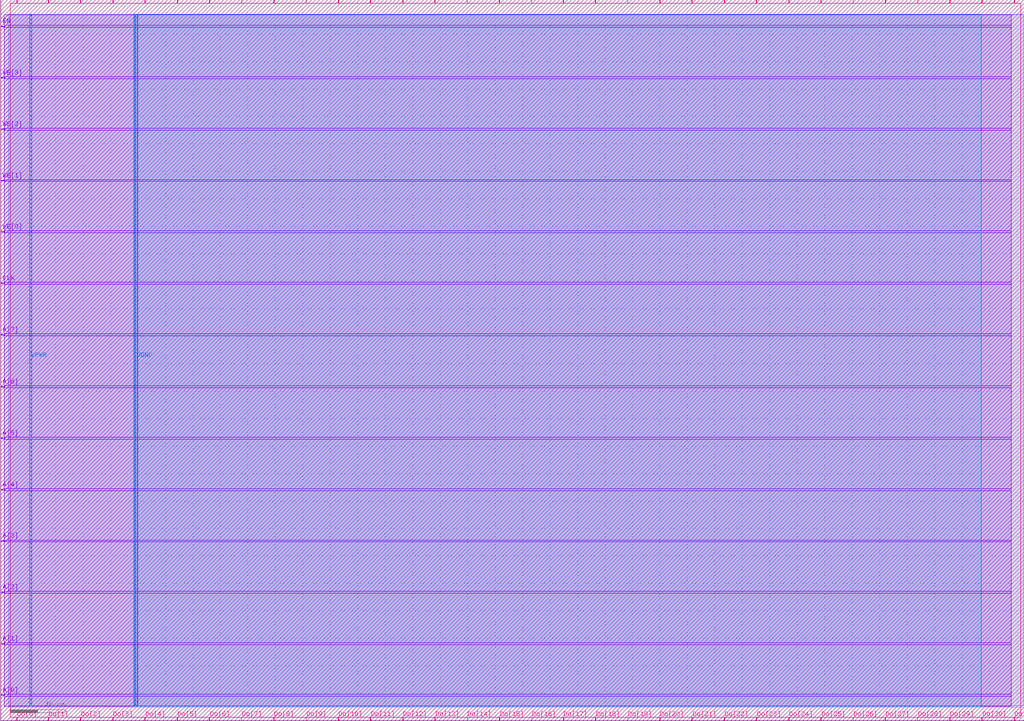
<source format=lef>
# Copyright 2020 The SkyWater PDK Authors
#
# Licensed under the Apache License, Version 2.0 (the "License");
# you may not use this file except in compliance with the License.
# You may obtain a copy of the License at
#
#     https://www.apache.org/licenses/LICENSE-2.0
#
# Unless required by applicable law or agreed to in writing, software
# distributed under the License is distributed on an "AS IS" BASIS,
# WITHOUT WARRANTIES OR CONDITIONS OF ANY KIND, either express or implied.
# See the License for the specific language governing permissions and
# limitations under the License.
#
# SPDX-License-Identifier: Apache-2.0

VERSION 5.7 ;

BUSBITCHARS "[]" ;
DIVIDERCHAR "/" ;

UNITS
  TIME NANOSECONDS 1 ;
  CAPACITANCE PICOFARADS 1 ;
  RESISTANCE OHMS 1 ;
  DATABASE MICRONS 1000 ;
END UNITS

MANUFACTURINGGRID 0.005 ;

PROPERTYDEFINITIONS
  LAYER LEF58_TYPE STRING ;
END PROPERTYDEFINITIONS

# High density, single height
SITE unithd
  SYMMETRY Y ;
  CLASS CORE ;
  SIZE 0.46 BY 2.72 ;
END unithd

# High density, double height
SITE unithddbl
  SYMMETRY Y ;
  CLASS CORE ;
  SIZE 0.46 BY 5.44 ;
END unithddbl

LAYER nwell
  TYPE MASTERSLICE ;
  PROPERTY LEF58_TYPE "TYPE NWELL ;" ;
END nwell

LAYER pwell
  TYPE MASTERSLICE ;
  PROPERTY LEF58_TYPE "TYPE PWELL ;" ;
END pwell

LAYER li1
  TYPE ROUTING ;
  DIRECTION VERTICAL ;

  PITCH 0.46 0.34 ;
  OFFSET 0.23 0.17 ;

  WIDTH 0.17 ;          # LI 1
  # SPACING  0.17 ;     # LI 2
  SPACINGTABLE
     PARALLELRUNLENGTH 0
     WIDTH 0 0.17 ;
  AREA 0.0561 ;         # LI 6
  THICKNESS 0.1 ;
  EDGECAPACITANCE 40.697E-6 ;
  CAPACITANCE CPERSQDIST 36.9866E-6 ;
  RESISTANCE RPERSQ 12.2 ;

  ANTENNAMODEL OXIDE1 ;
  ANTENNADIFFSIDEAREARATIO PWL ( ( 0 75 ) ( 0.0125 75 ) ( 0.0225 85.125 ) ( 22.5 10200 ) ) ;
END li1

LAYER mcon
  TYPE CUT ;

  WIDTH 0.17 ;                # Mcon 1
  SPACING 0.19 ;              # Mcon 2
  ENCLOSURE BELOW 0 0 ;       # Mcon 4
  ENCLOSURE ABOVE 0.03 0.06 ; # Met1 4 / Met1 5

  ANTENNADIFFAREARATIO PWL ( ( 0 3 ) ( 0.0125 3 ) ( 0.0225 3.405 ) ( 22.5 408 ) ) ;
  DCCURRENTDENSITY AVERAGE 0.36 ; # mA per via Iavg_max at Tj = 90oC

END mcon

LAYER met1
  TYPE ROUTING ;
  DIRECTION HORIZONTAL ;

  PITCH 0.34 ;
  OFFSET 0.17 ;

  WIDTH 0.14 ;                     # Met1 1
  # SPACING 0.14 ;                 # Met1 2
  # SPACING 0.28 RANGE 3.001 100 ; # Met1 3b
  SPACINGTABLE
     PARALLELRUNLENGTH 0
     WIDTH 0 0.14
     WIDTH 3 0.28 ;
  AREA 0.083 ;                     # Met1 6
  THICKNESS 0.35 ;

  ANTENNAMODEL OXIDE1 ;
  ANTENNADIFFSIDEAREARATIO PWL ( ( 0 400 ) ( 0.0125 400 ) ( 0.0225 2609 ) ( 22.5 11600 ) ) ;

  EDGECAPACITANCE 40.567E-6 ;
  CAPACITANCE CPERSQDIST 25.7784E-6 ;
  DCCURRENTDENSITY AVERAGE 2.8 ; # mA/um Iavg_max at Tj = 90oC
  ACCURRENTDENSITY RMS 6.1 ; # mA/um Irms_max at Tj = 90oC
  MAXIMUMDENSITY 70 ;
  DENSITYCHECKWINDOW 700 700 ;
  DENSITYCHECKSTEP 70 ;

  RESISTANCE RPERSQ 0.125 ;
END met1

LAYER via
  TYPE CUT ;
  WIDTH 0.15 ;                  # Via 1a
  SPACING 0.17 ;                # Via 2
  ENCLOSURE BELOW 0.055 0.085 ; # Via 4a / Via 5a
  ENCLOSURE ABOVE 0.055 0.085 ; # Met2 4 / Met2 5

  ANTENNADIFFAREARATIO PWL ( ( 0 6 ) ( 0.0125 6 ) ( 0.0225 6.81 ) ( 22.5 816 ) ) ;
  DCCURRENTDENSITY AVERAGE 0.29 ; # mA per via Iavg_max at Tj = 90oC
END via

LAYER met2
  TYPE ROUTING ;
  DIRECTION VERTICAL ;

  PITCH 0.46 ;
  OFFSET 0.23 ;

  WIDTH 0.14 ;                        # Met2 1
  # SPACING  0.14 ;                   # Met2 2
  # SPACING  0.28 RANGE 3.001 100 ;   # Met2 3b
  SPACINGTABLE
     PARALLELRUNLENGTH 0
     WIDTH 0 0.14
     WIDTH 3 0.28 ;
  AREA 0.0676 ;                       # Met2 6
  THICKNESS 0.35 ;

  EDGECAPACITANCE 37.759E-6 ;
  CAPACITANCE CPERSQDIST 16.9423E-6 ;
  RESISTANCE RPERSQ 0.125 ;
  DCCURRENTDENSITY AVERAGE 2.8 ; # mA/um Iavg_max at Tj = 90oC
  ACCURRENTDENSITY RMS 6.1 ; # mA/um Irms_max at Tj = 90oC

  ANTENNAMODEL OXIDE1 ;
  ANTENNADIFFSIDEAREARATIO PWL ( ( 0 400 ) ( 0.0125 400 ) ( 0.0225 2609 ) ( 22.5 11600 ) ) ;

  MAXIMUMDENSITY 70 ;
  DENSITYCHECKWINDOW 700 700 ;
  DENSITYCHECKSTEP 70 ;
END met2

# ******** Layer via2, type routing, number 44 **************
LAYER via2
  TYPE CUT ;
  WIDTH 0.2 ;                   # Via2 1
  SPACING 0.2 ;                 # Via2 2
  ENCLOSURE BELOW 0.04 0.085 ;  # Via2 4
  ENCLOSURE ABOVE 0.065 0.065 ; # Met3 4
  ANTENNADIFFAREARATIO PWL ( ( 0 6 ) ( 0.0125 6 ) ( 0.0225 6.81 ) ( 22.5 816 ) ) ;
  DCCURRENTDENSITY AVERAGE 0.48 ; # mA per via Iavg_max at Tj = 90oC
END via2

LAYER met3
  TYPE ROUTING ;
  DIRECTION HORIZONTAL ;

  PITCH 0.68 ;
  OFFSET 0.34 ;

  WIDTH 0.3 ;              # Met3 1
  # SPACING 0.3 ;          # Met3 2
  SPACINGTABLE
     PARALLELRUNLENGTH 0
     WIDTH 0 0.3
     WIDTH 3 0.4 ;
  AREA 0.24 ;              # Met3 6
  THICKNESS 0.8 ;

  EDGECAPACITANCE 40.989E-6 ;
  CAPACITANCE CPERSQDIST 12.3729E-6 ;
  RESISTANCE RPERSQ 0.047 ;
  DCCURRENTDENSITY AVERAGE 6.8 ; # mA/um Iavg_max at Tj = 90oC
  ACCURRENTDENSITY RMS 14.9 ; # mA/um Irms_max at Tj = 90oC

  ANTENNAMODEL OXIDE1 ;
  ANTENNADIFFSIDEAREARATIO PWL ( ( 0 400 ) ( 0.0125 400 ) ( 0.0225 2609 ) ( 22.5 11600 ) ) ;

  MAXIMUMDENSITY 70 ;
  DENSITYCHECKWINDOW 700 700 ;
  DENSITYCHECKSTEP 70 ;
END met3

LAYER via3
  TYPE CUT ;
  WIDTH 0.2 ;                   # Via3 1
  SPACING 0.2 ;                 # Via3 2
  ENCLOSURE BELOW 0.06 0.09 ;   # Via3 4 / Via3 5
  ENCLOSURE ABOVE 0.065 0.065 ; # Met4 3
  ANTENNADIFFAREARATIO PWL ( ( 0 6 ) ( 0.0125 6 ) ( 0.0225 6.81 ) ( 22.5 816 ) ) ;
  DCCURRENTDENSITY AVERAGE 0.48 ; # mA per via Iavg_max at Tj = 90oC
END via3

LAYER met4
  TYPE ROUTING ;
  DIRECTION VERTICAL ;

  PITCH 0.92 ;
  OFFSET 0.46 ;

  WIDTH 0.3 ;             # Met4 1
  # SPACING  0.3 ;             # Met4 2
  SPACINGTABLE
     PARALLELRUNLENGTH 0
     WIDTH 0 0.3
     WIDTH 3 0.4 ;
  AREA 0.24 ;            # Met4 4a

  THICKNESS 0.8 ;

  EDGECAPACITANCE 36.676E-6 ;
  CAPACITANCE CPERSQDIST 8.41537E-6 ;
  RESISTANCE RPERSQ 0.047 ;
  DCCURRENTDENSITY AVERAGE 6.8 ; # mA/um Iavg_max at Tj = 90oC
  ACCURRENTDENSITY RMS 14.9 ; # mA/um Irms_max at Tj = 90oC

  ANTENNAMODEL OXIDE1 ;
  ANTENNADIFFSIDEAREARATIO PWL ( ( 0 400 ) ( 0.0125 400 ) ( 0.0225 2609 ) ( 22.5 11600 ) ) ;

  MAXIMUMDENSITY 70 ;
  DENSITYCHECKWINDOW 700 700 ;
  DENSITYCHECKSTEP 70 ;
END met4

LAYER via4
  TYPE CUT ;

  WIDTH 0.8 ;                 # Via4 1
  SPACING 0.8 ;               # Via4 2
  ENCLOSURE BELOW 0.19 0.19 ; # Via4 4
  ENCLOSURE ABOVE 0.31 0.31 ; # Met5 3
  ANTENNADIFFAREARATIO PWL ( ( 0 6 ) ( 0.0125 6 ) ( 0.0225 6.81 ) ( 22.5 816 ) ) ;
  DCCURRENTDENSITY AVERAGE 2.49 ; # mA per via Iavg_max at Tj = 90oC
END via4

LAYER met5
  TYPE ROUTING ;
  DIRECTION HORIZONTAL ;

  PITCH 3.4 ;
  OFFSET 1.7 ;

  WIDTH 1.6 ;            # Met5 1
  #SPACING  1.6 ;        # Met5 2
  SPACINGTABLE
     PARALLELRUNLENGTH 0
     WIDTH 0 1.6 ;
  AREA 4 ;               # Met5 4

  THICKNESS 1.2 ;

  EDGECAPACITANCE 38.851E-6 ;
  CAPACITANCE CPERSQDIST 6.32063E-6 ;
  RESISTANCE RPERSQ 0.0285 ;
  DCCURRENTDENSITY AVERAGE 10.17 ; # mA/um Iavg_max at Tj = 90oC
  ACCURRENTDENSITY RMS 22.34 ; # mA/um Irms_max at Tj = 90oC

  ANTENNAMODEL OXIDE1 ;
  ANTENNADIFFSIDEAREARATIO PWL ( ( 0 400 ) ( 0.0125 400 ) ( 0.0225 2609 ) ( 22.5 11600 ) ) ;
END met5


### Routing via cells section   ###
# Plus via rule, metals are along the prefered direction
VIA L1M1_PR DEFAULT
  LAYER mcon ;
  RECT -0.085 -0.085 0.085 0.085 ;
  LAYER li1 ;
  RECT -0.085 -0.085 0.085 0.085 ;
  LAYER met1 ;
  RECT -0.145 -0.115 0.145 0.115 ;
END L1M1_PR

VIARULE L1M1_PR GENERATE
  LAYER li1 ;
  ENCLOSURE 0 0 ;
  LAYER met1 ;
  ENCLOSURE 0.06 0.03 ;
  LAYER mcon ;
  RECT -0.085 -0.085 0.085 0.085 ;
  SPACING 0.36 BY 0.36 ;
END L1M1_PR

# Plus via rule, metals are along the non prefered direction
VIA L1M1_PR_R DEFAULT
  LAYER mcon ;
  RECT -0.085 -0.085 0.085 0.085 ;
  LAYER li1 ;
  RECT -0.085 -0.085 0.085 0.085 ;
  LAYER met1 ;
  RECT -0.115 -0.145 0.115 0.145 ;
END L1M1_PR_R

VIARULE L1M1_PR_R GENERATE
  LAYER li1 ;
  ENCLOSURE 0 0 ;
  LAYER met1 ;
  ENCLOSURE 0.03 0.06 ;
  LAYER mcon ;
  RECT -0.085 -0.085 0.085 0.085 ;
  SPACING 0.36 BY 0.36 ;
END L1M1_PR_R

# Minus via rule, lower layer metal is along prefered direction
VIA L1M1_PR_M DEFAULT
  LAYER mcon ;
  RECT -0.085 -0.085 0.085 0.085 ;
  LAYER li1 ;
  RECT -0.085 -0.085 0.085 0.085 ;
  LAYER met1 ;
  RECT -0.115 -0.145 0.115 0.145 ;
END L1M1_PR_M

VIARULE L1M1_PR_M GENERATE
  LAYER li1 ;
  ENCLOSURE 0 0 ;
  LAYER met1 ;
  ENCLOSURE 0.03 0.06 ;
  LAYER mcon ;
  RECT -0.085 -0.085 0.085 0.085 ;
  SPACING 0.36 BY 0.36 ;
END L1M1_PR_M

# Minus via rule, upper layer metal is along prefered direction
VIA L1M1_PR_MR DEFAULT
  LAYER mcon ;
  RECT -0.085 -0.085 0.085 0.085 ;
  LAYER li1 ;
  RECT -0.085 -0.085 0.085 0.085 ;
  LAYER met1 ;
  RECT -0.145 -0.115 0.145 0.115 ;
END L1M1_PR_MR

VIARULE L1M1_PR_MR GENERATE
  LAYER li1 ;
  ENCLOSURE 0 0 ;
  LAYER met1 ;
  ENCLOSURE 0.06 0.03 ;
  LAYER mcon ;
  RECT -0.085 -0.085 0.085 0.085 ;
  SPACING 0.36 BY 0.36 ;
END L1M1_PR_MR

# Centered via rule, we really do not want to use it
VIA L1M1_PR_C DEFAULT
  LAYER mcon ;
  RECT -0.085 -0.085 0.085 0.085 ;
  LAYER li1 ;
  RECT -0.085 -0.085 0.085 0.085 ;
  LAYER met1 ;
  RECT -0.145 -0.145 0.145 0.145 ;
END L1M1_PR_C

VIARULE L1M1_PR_C GENERATE
  LAYER li1 ;
  ENCLOSURE 0 0 ;
  LAYER met1 ;
  ENCLOSURE 0.06 0.06 ;
  LAYER mcon ;
  RECT -0.085 -0.085 0.085 0.085 ;
  SPACING 0.36 BY 0.36 ;
END L1M1_PR_C

# Plus via rule, metals are along the prefered direction
VIA M1M2_PR DEFAULT
  LAYER via ;
  RECT -0.075 -0.075 0.075 0.075 ;
  LAYER met1 ;
  RECT -0.16 -0.13 0.16 0.13 ;
  LAYER met2 ;
  RECT -0.13 -0.16 0.13 0.16 ;
END M1M2_PR

VIARULE M1M2_PR GENERATE
  LAYER met1 ;
  ENCLOSURE 0.085 0.055 ;
  LAYER met2 ;
  ENCLOSURE 0.055 0.085 ;
  LAYER via ;
  RECT -0.075 -0.075 0.075 0.075 ;
  SPACING 0.32 BY 0.32 ;
END M1M2_PR

# Plus via rule, metals are along the non prefered direction
VIA M1M2_PR_R DEFAULT
  LAYER via ;
  RECT -0.075 -0.075 0.075 0.075 ;
  LAYER met1 ;
  RECT -0.13 -0.16 0.13 0.16 ;
  LAYER met2 ;
  RECT -0.16 -0.13 0.16 0.13 ;
END M1M2_PR_R

VIARULE M1M2_PR_R GENERATE
  LAYER met1 ;
  ENCLOSURE 0.055 0.085 ;
  LAYER met2 ;
  ENCLOSURE 0.085 0.055 ;
  LAYER via ;
  RECT -0.075 -0.075 0.075 0.075 ;
  SPACING 0.32 BY 0.32 ;
END M1M2_PR_R

# Minus via rule, lower layer metal is along prefered direction
VIA M1M2_PR_M DEFAULT
  LAYER via ;
  RECT -0.075 -0.075 0.075 0.075 ;
  LAYER met1 ;
  RECT -0.16 -0.13 0.16 0.13 ;
  LAYER met2 ;
  RECT -0.16 -0.13 0.16 0.13 ;
END M1M2_PR_M

VIARULE M1M2_PR_M GENERATE
  LAYER met1 ;
  ENCLOSURE 0.085 0.055 ;
  LAYER met2 ;
  ENCLOSURE 0.085 0.055 ;
  LAYER via ;
  RECT -0.075 -0.075 0.075 0.075 ;
  SPACING 0.32 BY 0.32 ;
END M1M2_PR_M

# Minus via rule, upper layer metal is along prefered direction
VIA M1M2_PR_MR DEFAULT
  LAYER via ;
  RECT -0.075 -0.075 0.075 0.075 ;
  LAYER met1 ;
  RECT -0.13 -0.16 0.13 0.16 ;
  LAYER met2 ;
  RECT -0.13 -0.16 0.13 0.16 ;
END M1M2_PR_MR

VIARULE M1M2_PR_MR GENERATE
  LAYER met1 ;
  ENCLOSURE 0.055 0.085 ;
  LAYER met2 ;
  ENCLOSURE 0.055 0.085 ;
  LAYER via ;
  RECT -0.075 -0.075 0.075 0.075 ;
  SPACING 0.32 BY 0.32 ;
END M1M2_PR_MR

# Centered via rule, we really do not want to use it
VIA M1M2_PR_C DEFAULT
  LAYER via ;
  RECT -0.075 -0.075 0.075 0.075 ;
  LAYER met1 ;
  RECT -0.16 -0.16 0.16 0.16 ;
  LAYER met2 ;
  RECT -0.16 -0.16 0.16 0.16 ;
END M1M2_PR_C

VIARULE M1M2_PR_C GENERATE
  LAYER met1 ;
  ENCLOSURE 0.085 0.085 ;
  LAYER met2 ;
  ENCLOSURE 0.085 0.085 ;
  LAYER via ;
  RECT -0.075 -0.075 0.075 0.075 ;
  SPACING 0.32 BY 0.32 ;
END M1M2_PR_C

# Plus via rule, metals are along the prefered direction
VIA M2M3_PR DEFAULT
  LAYER via2 ;
  RECT -0.1 -0.1 0.1 0.1 ;
  LAYER met2 ;
  RECT -0.14 -0.185 0.14 0.185 ;
  LAYER met3 ;
  RECT -0.165 -0.165 0.165 0.165 ;
END M2M3_PR

VIARULE M2M3_PR GENERATE
  LAYER met2 ;
  ENCLOSURE 0.04 0.085 ;
  LAYER met3 ;
  ENCLOSURE 0.065 0.065 ;
  LAYER via2 ;
  RECT -0.1 -0.1 0.1 0.1 ;
  SPACING 0.4 BY 0.4 ;
END M2M3_PR

# Plus via rule, metals are along the non prefered direction
VIA M2M3_PR_R DEFAULT
  LAYER via2 ;
  RECT -0.1 -0.1 0.1 0.1 ;
  LAYER met2 ;
  RECT -0.185 -0.14 0.185 0.14 ;
  LAYER met3 ;
  RECT -0.165 -0.165 0.165 0.165 ;
END M2M3_PR_R

VIARULE M2M3_PR_R GENERATE
  LAYER met2 ;
  ENCLOSURE 0.085 0.04 ;
  LAYER met3 ;
  ENCLOSURE 0.065 0.065 ;
  LAYER via2 ;
  RECT -0.1 -0.1 0.1 0.1 ;
  SPACING 0.4 BY 0.4 ;
END M2M3_PR_R

# Minus via rule, lower layer metal is along prefered direction
VIA M2M3_PR_M DEFAULT
  LAYER via2 ;
  RECT -0.1 -0.1 0.1 0.1 ;
  LAYER met2 ;
  RECT -0.14 -0.185 0.14 0.185 ;
  LAYER met3 ;
  RECT -0.165 -0.165 0.165 0.165 ;
END M2M3_PR_M

VIARULE M2M3_PR_M GENERATE
  LAYER met2 ;
  ENCLOSURE 0.04 0.085 ;
  LAYER met3 ;
  ENCLOSURE 0.065 0.065 ;
  LAYER via2 ;
  RECT -0.1 -0.1 0.1 0.1 ;
  SPACING 0.4 BY 0.4 ;
END M2M3_PR_M

# Minus via rule, upper layer metal is along prefered direction
VIA M2M3_PR_MR DEFAULT
  LAYER via2 ;
  RECT -0.1 -0.1 0.1 0.1 ;
  LAYER met2 ;
  RECT -0.185 -0.14 0.185 0.14 ;
  LAYER met3 ;
  RECT -0.165 -0.165 0.165 0.165 ;
END M2M3_PR_MR

VIARULE M2M3_PR_MR GENERATE
  LAYER met2 ;
  ENCLOSURE 0.085 0.04 ;
  LAYER met3 ;
  ENCLOSURE 0.065 0.065 ;
  LAYER via2 ;
  RECT -0.1 -0.1 0.1 0.1 ;
  SPACING 0.4 BY 0.4 ;
END M2M3_PR_MR

# Centered via rule, we really do not want to use it
VIA M2M3_PR_C DEFAULT
  LAYER via2 ;
  RECT -0.1 -0.1 0.1 0.1 ;
  LAYER met2 ;
  RECT -0.185 -0.185 0.185 0.185 ;
  LAYER met3 ;
  RECT -0.165 -0.165 0.165 0.165 ;
END M2M3_PR_C

VIARULE M2M3_PR_C GENERATE
  LAYER met2 ;
  ENCLOSURE 0.085 0.085 ;
  LAYER met3 ;
  ENCLOSURE 0.065 0.065 ;
  LAYER via2 ;
  RECT -0.1 -0.1 0.1 0.1 ;
  SPACING 0.4 BY 0.4 ;
END M2M3_PR_C

# Plus via rule, metals are along the prefered direction
VIA M3M4_PR DEFAULT
  LAYER via3 ;
  RECT -0.1 -0.1 0.1 0.1 ;
  LAYER met3 ;
  RECT -0.19 -0.16 0.19 0.16 ;
  LAYER met4 ;
  RECT -0.165 -0.165 0.165 0.165 ;
END M3M4_PR

VIARULE M3M4_PR GENERATE
  LAYER met3 ;
  ENCLOSURE 0.09 0.06 ;
  LAYER met4 ;
  ENCLOSURE 0.065 0.065 ;
  LAYER via3 ;
  RECT -0.1 -0.1 0.1 0.1 ;
  SPACING 0.4 BY 0.4 ;
END M3M4_PR

# Plus via rule, metals are along the non prefered direction
VIA M3M4_PR_R DEFAULT
  LAYER via3 ;
  RECT -0.1 -0.1 0.1 0.1 ;
  LAYER met3 ;
  RECT -0.16 -0.19 0.16 0.19 ;
  LAYER met4 ;
  RECT -0.165 -0.165 0.165 0.165 ;
END M3M4_PR_R

VIARULE M3M4_PR_R GENERATE
  LAYER met3 ;
  ENCLOSURE 0.06 0.09 ;
  LAYER met4 ;
  ENCLOSURE 0.065 0.065 ;
  LAYER via3 ;
  RECT -0.1 -0.1 0.1 0.1 ;
  SPACING 0.4 BY 0.4 ;
END M3M4_PR_R

# Minus via rule, lower layer metal is along prefered direction
VIA M3M4_PR_M DEFAULT
  LAYER via3 ;
  RECT -0.1 -0.1 0.1 0.1 ;
  LAYER met3 ;
  RECT -0.19 -0.16 0.19 0.16 ;
  LAYER met4 ;
  RECT -0.165 -0.165 0.165 0.165 ;
END M3M4_PR_M

VIARULE M3M4_PR_M GENERATE
  LAYER met3 ;
  ENCLOSURE 0.09 0.06 ;
  LAYER met4 ;
  ENCLOSURE 0.065 0.065 ;
  LAYER via3 ;
  RECT -0.1 -0.1 0.1 0.1 ;
  SPACING 0.4 BY 0.4 ;
END M3M4_PR_M

# Minus via rule, upper layer metal is along prefered direction
VIA M3M4_PR_MR DEFAULT
  LAYER via3 ;
  RECT -0.1 -0.1 0.1 0.1 ;
  LAYER met3 ;
  RECT -0.16 -0.19 0.16 0.19 ;
  LAYER met4 ;
  RECT -0.165 -0.165 0.165 0.165 ;
END M3M4_PR_MR

VIARULE M3M4_PR_MR GENERATE
  LAYER met3 ;
  ENCLOSURE 0.06 0.09 ;
  LAYER met4 ;
  ENCLOSURE 0.065 0.065 ;
  LAYER via3 ;
  RECT -0.1 -0.1 0.1 0.1 ;
  SPACING 0.4 BY 0.4 ;
END M3M4_PR_MR

# Centered via rule, we really do not want to use it
VIA M3M4_PR_C DEFAULT
  LAYER via3 ;
  RECT -0.1 -0.1 0.1 0.1 ;
  LAYER met3 ;
  RECT -0.19 -0.19 0.19 0.19 ;
  LAYER met4 ;
  RECT -0.165 -0.165 0.165 0.165 ;
END M3M4_PR_C

VIARULE M3M4_PR_C GENERATE
  LAYER met3 ;
  ENCLOSURE 0.09 0.09 ;
  LAYER met4 ;
  ENCLOSURE 0.065 0.065 ;
  LAYER via3 ;
  RECT -0.1 -0.1 0.1 0.1 ;
  SPACING 0.4 BY 0.4 ;
END M3M4_PR_C

# Plus via rule, metals are along the prefered direction
VIA M4M5_PR DEFAULT
  LAYER via4 ;
  RECT -0.4 -0.4 0.4 0.4 ;
  LAYER met4 ;
  RECT -0.59 -0.59 0.59 0.59 ;
  LAYER met5 ;
  RECT -0.71 -0.71 0.71 0.71 ;
END M4M5_PR

VIARULE M4M5_PR GENERATE
  LAYER met4 ;
  ENCLOSURE 0.19 0.19 ;
  LAYER met5 ;
  ENCLOSURE 0.31 0.31 ;
  LAYER via4 ;
  RECT -0.4 -0.4 0.4 0.4 ;
  SPACING 1.6 BY 1.6 ;
END M4M5_PR

# Plus via rule, metals are along the non prefered direction
VIA M4M5_PR_R DEFAULT
  LAYER via4 ;
  RECT -0.4 -0.4 0.4 0.4 ;
  LAYER met4 ;
  RECT -0.59 -0.59 0.59 0.59 ;
  LAYER met5 ;
  RECT -0.71 -0.71 0.71 0.71 ;
END M4M5_PR_R

VIARULE M4M5_PR_R GENERATE
  LAYER met4 ;
  ENCLOSURE 0.19 0.19 ;
  LAYER met5 ;
  ENCLOSURE 0.31 0.31 ;
  LAYER via4 ;
  RECT -0.4 -0.4 0.4 0.4 ;
  SPACING 1.6 BY 1.6 ;
END M4M5_PR_R

# Minus via rule, lower layer metal is along prefered direction
VIA M4M5_PR_M DEFAULT
  LAYER via4 ;
  RECT -0.4 -0.4 0.4 0.4 ;
  LAYER met4 ;
  RECT -0.59 -0.59 0.59 0.59 ;
  LAYER met5 ;
  RECT -0.71 -0.71 0.71 0.71 ;
END M4M5_PR_M

VIARULE M4M5_PR_M GENERATE
  LAYER met4 ;
  ENCLOSURE 0.19 0.19 ;
  LAYER met5 ;
  ENCLOSURE 0.31 0.31 ;
  LAYER via4 ;
  RECT -0.4 -0.4 0.4 0.4 ;
  SPACING 1.6 BY 1.6 ;
END M4M5_PR_M

# Minus via rule, upper layer metal is along prefered direction
VIA M4M5_PR_MR DEFAULT
  LAYER via4 ;
  RECT -0.4 -0.4 0.4 0.4 ;
  LAYER met4 ;
  RECT -0.59 -0.59 0.59 0.59 ;
  LAYER met5 ;
  RECT -0.71 -0.71 0.71 0.71 ;
END M4M5_PR_MR

VIARULE M4M5_PR_MR GENERATE
  LAYER met4 ;
  ENCLOSURE 0.19 0.19 ;
  LAYER met5 ;
  ENCLOSURE 0.31 0.31 ;
  LAYER via4 ;
  RECT -0.4 -0.4 0.4 0.4 ;
  SPACING 1.6 BY 1.6 ;
END M4M5_PR_MR

# Centered via rule, we really do not want to use it
VIA M4M5_PR_C DEFAULT
  LAYER via4 ;
  RECT -0.4 -0.4 0.4 0.4 ;
  LAYER met4 ;
  RECT -0.59 -0.59 0.59 0.59 ;
  LAYER met5 ;
  RECT -0.71 -0.71 0.71 0.71 ;
END M4M5_PR_C

VIARULE M4M5_PR_C GENERATE
  LAYER met4 ;
  ENCLOSURE 0.19 0.19 ;
  LAYER met5 ;
  ENCLOSURE 0.31 0.31 ;
  LAYER via4 ;
  RECT -0.4 -0.4 0.4 0.4 ;
  SPACING 1.6 BY 1.6 ;
END M4M5_PR_C
###  end of single via cells   ###


MACRO sky130_fd_sc_hd__bufbuf_8
  CLASS CORE ;
  FOREIGN sky130_fd_sc_hd__bufbuf_8 ;
  ORIGIN  0.000000  0.000000 ;
  SIZE  6.900000 BY  2.720000 ;
  SYMMETRY X Y R90 ;
  SITE unithd ;
  PIN A
    ANTENNAGATEAREA  0.159000 ;
    DIRECTION INPUT ;
    USE SIGNAL ;
    PORT
      LAYER li1 ;
        RECT 0.110000 1.075000 0.440000 1.275000 ;
    END
  END A
  PIN X
    ANTENNADIFFAREA  1.782000 ;
    DIRECTION OUTPUT ;
    USE SIGNAL ;
    PORT
      LAYER li1 ;
        RECT 3.230000 0.260000 3.560000 0.735000 ;
        RECT 3.230000 0.735000 6.815000 0.905000 ;
        RECT 3.230000 1.445000 6.815000 1.615000 ;
        RECT 3.230000 1.615000 3.560000 2.465000 ;
        RECT 4.070000 0.260000 4.400000 0.735000 ;
        RECT 4.070000 1.615000 4.400000 2.465000 ;
        RECT 4.910000 0.260000 5.240000 0.735000 ;
        RECT 4.910000 1.615000 5.240000 2.465000 ;
        RECT 5.750000 0.260000 6.080000 0.735000 ;
        RECT 5.750000 1.615000 6.080000 2.465000 ;
        RECT 6.435000 0.905000 6.815000 1.445000 ;
    END
  END X
  PIN VGND
    DIRECTION INOUT ;
    SHAPE ABUTMENT ;
    USE GROUND ;
    PORT
      LAYER met1 ;
        RECT 0.000000 -0.240000 6.900000 0.240000 ;
    END
  END VGND
  PIN VNB
    DIRECTION INOUT ;
    USE GROUND ;
    PORT
      LAYER pwell ;
        RECT 0.150000 -0.085000 0.320000 0.085000 ;
    END
  END VNB
  PIN VPB
    DIRECTION INOUT ;
    USE POWER ;
    PORT
      LAYER nwell ;
        RECT -0.190000 1.305000 7.090000 2.910000 ;
    END
  END VPB
  PIN VPWR
    DIRECTION INOUT ;
    SHAPE ABUTMENT ;
    USE POWER ;
    PORT
      LAYER met1 ;
        RECT 0.000000 2.480000 6.900000 2.960000 ;
    END
  END VPWR
  OBS
    LAYER li1 ;
      RECT 0.000000 -0.085000 6.900000 0.085000 ;
      RECT 0.000000  2.635000 6.900000 2.805000 ;
      RECT 0.095000  0.260000 0.425000 0.735000 ;
      RECT 0.095000  0.735000 0.780000 0.905000 ;
      RECT 0.095000  1.445000 0.780000 1.615000 ;
      RECT 0.095000  1.615000 0.425000 2.160000 ;
      RECT 0.595000  0.085000 0.765000 0.565000 ;
      RECT 0.595000  1.785000 0.765000 2.635000 ;
      RECT 0.610000  0.905000 0.780000 0.995000 ;
      RECT 0.610000  0.995000 1.040000 1.325000 ;
      RECT 0.610000  1.325000 0.780000 1.445000 ;
      RECT 1.000000  0.260000 1.380000 0.825000 ;
      RECT 1.000000  1.545000 1.380000 2.465000 ;
      RECT 1.210000  0.825000 1.380000 1.075000 ;
      RECT 1.210000  1.075000 2.720000 1.275000 ;
      RECT 1.210000  1.275000 1.380000 1.545000 ;
      RECT 1.550000  0.260000 1.880000 0.735000 ;
      RECT 1.550000  0.735000 3.060000 0.905000 ;
      RECT 1.550000  1.445000 3.060000 1.615000 ;
      RECT 1.550000  1.615000 1.880000 2.465000 ;
      RECT 2.050000  0.085000 2.220000 0.565000 ;
      RECT 2.050000  1.785000 2.220000 2.635000 ;
      RECT 2.390000  0.260000 2.720000 0.735000 ;
      RECT 2.390000  1.615000 2.720000 2.465000 ;
      RECT 2.890000  0.085000 3.060000 0.565000 ;
      RECT 2.890000  0.905000 3.060000 1.075000 ;
      RECT 2.890000  1.075000 5.360000 1.275000 ;
      RECT 2.890000  1.275000 3.060000 1.445000 ;
      RECT 2.890000  1.785000 3.060000 2.635000 ;
      RECT 3.730000  0.085000 3.900000 0.565000 ;
      RECT 3.730000  1.835000 3.900000 2.635000 ;
      RECT 4.570000  0.085000 4.740000 0.565000 ;
      RECT 4.570000  1.835000 4.740000 2.635000 ;
      RECT 5.410000  0.085000 5.580000 0.565000 ;
      RECT 5.410000  1.835000 5.580000 2.635000 ;
      RECT 6.250000  0.085000 6.420000 0.565000 ;
      RECT 6.250000  1.835000 6.420000 2.635000 ;
    LAYER mcon ;
      RECT 0.145000 -0.085000 0.315000 0.085000 ;
      RECT 0.145000  2.635000 0.315000 2.805000 ;
      RECT 0.605000 -0.085000 0.775000 0.085000 ;
      RECT 0.605000  2.635000 0.775000 2.805000 ;
      RECT 1.065000 -0.085000 1.235000 0.085000 ;
      RECT 1.065000  2.635000 1.235000 2.805000 ;
      RECT 1.525000 -0.085000 1.695000 0.085000 ;
      RECT 1.525000  2.635000 1.695000 2.805000 ;
      RECT 1.985000 -0.085000 2.155000 0.085000 ;
      RECT 1.985000  2.635000 2.155000 2.805000 ;
      RECT 2.445000 -0.085000 2.615000 0.085000 ;
      RECT 2.445000  2.635000 2.615000 2.805000 ;
      RECT 2.905000 -0.085000 3.075000 0.085000 ;
      RECT 2.905000  2.635000 3.075000 2.805000 ;
      RECT 3.365000 -0.085000 3.535000 0.085000 ;
      RECT 3.365000  2.635000 3.535000 2.805000 ;
      RECT 3.825000 -0.085000 3.995000 0.085000 ;
      RECT 3.825000  2.635000 3.995000 2.805000 ;
      RECT 4.285000 -0.085000 4.455000 0.085000 ;
      RECT 4.285000  2.635000 4.455000 2.805000 ;
      RECT 4.745000 -0.085000 4.915000 0.085000 ;
      RECT 4.745000  2.635000 4.915000 2.805000 ;
      RECT 5.205000 -0.085000 5.375000 0.085000 ;
      RECT 5.205000  2.635000 5.375000 2.805000 ;
      RECT 5.665000 -0.085000 5.835000 0.085000 ;
      RECT 5.665000  2.635000 5.835000 2.805000 ;
      RECT 6.125000 -0.085000 6.295000 0.085000 ;
      RECT 6.125000  2.635000 6.295000 2.805000 ;
      RECT 6.585000 -0.085000 6.755000 0.085000 ;
      RECT 6.585000  2.635000 6.755000 2.805000 ;
  END
END sky130_fd_sc_hd__bufbuf_8
MACRO sky130_fd_sc_hd__bufbuf_16
  CLASS CORE ;
  FOREIGN sky130_fd_sc_hd__bufbuf_16 ;
  ORIGIN  0.000000  0.000000 ;
  SIZE  11.96000 BY  2.720000 ;
  SYMMETRY X Y R90 ;
  SITE unithd ;
  PIN A
    ANTENNAGATEAREA  0.247500 ;
    DIRECTION INPUT ;
    USE SIGNAL ;
    PORT
      LAYER li1 ;
        RECT 0.110000 1.075000 0.440000 1.275000 ;
    END
  END A
  PIN X
    ANTENNADIFFAREA  3.564000 ;
    DIRECTION OUTPUT ;
    USE SIGNAL ;
    PORT
      LAYER li1 ;
        RECT  5.235000 0.255000  5.485000 0.260000 ;
        RECT  5.235000 0.260000  5.565000 0.735000 ;
        RECT  5.235000 0.735000 11.875000 0.905000 ;
        RECT  5.235000 1.445000 11.875000 1.615000 ;
        RECT  5.235000 1.615000  5.565000 2.465000 ;
        RECT  6.075000 0.260000  6.405000 0.735000 ;
        RECT  6.075000 1.615000  6.405000 2.465000 ;
        RECT  6.155000 0.255000  6.325000 0.260000 ;
        RECT  6.915000 0.260000  7.245000 0.735000 ;
        RECT  6.915000 1.615000  7.245000 2.465000 ;
        RECT  6.995000 0.255000  7.165000 0.260000 ;
        RECT  7.755000 0.260000  8.085000 0.735000 ;
        RECT  7.755000 1.615000  8.085000 2.465000 ;
        RECT  8.595000 0.260000  8.925000 0.735000 ;
        RECT  8.595000 1.615000  8.925000 2.465000 ;
        RECT  9.435000 0.260000  9.765000 0.735000 ;
        RECT  9.435000 1.615000  9.765000 2.465000 ;
        RECT 10.275000 0.260000 10.605000 0.735000 ;
        RECT 10.275000 1.615000 10.605000 2.465000 ;
        RECT 11.115000 0.260000 11.445000 0.735000 ;
        RECT 11.115000 1.615000 11.445000 2.465000 ;
        RECT 11.620000 0.905000 11.875000 1.445000 ;
    END
  END X
  PIN VGND
    DIRECTION INOUT ;
    SHAPE ABUTMENT ;
    USE GROUND ;
    PORT
      LAYER met1 ;
        RECT 0.000000 -0.240000 11.960000 0.240000 ;
    END
  END VGND
  PIN VNB
    DIRECTION INOUT ;
    USE GROUND ;
    PORT
      LAYER pwell ;
        RECT 0.150000 -0.085000 0.320000 0.085000 ;
    END
  END VNB
  PIN VPB
    DIRECTION INOUT ;
    USE POWER ;
    PORT
      LAYER nwell ;
        RECT -0.190000 1.305000 12.150000 2.910000 ;
    END
  END VPB
  PIN VPWR
    DIRECTION INOUT ;
    SHAPE ABUTMENT ;
    USE POWER ;
    PORT
      LAYER met1 ;
        RECT 0.000000 2.480000 11.960000 2.960000 ;
    END
  END VPWR
  OBS
    LAYER li1 ;
      RECT  0.000000 -0.085000 11.960000 0.085000 ;
      RECT  0.000000  2.635000 11.960000 2.805000 ;
      RECT  0.175000  0.085000  0.345000 0.905000 ;
      RECT  0.175000  1.445000  0.345000 2.635000 ;
      RECT  0.515000  0.260000  0.845000 0.905000 ;
      RECT  0.515000  1.445000  0.845000 2.465000 ;
      RECT  0.610000  0.905000  0.845000 1.075000 ;
      RECT  0.610000  1.075000  2.205000 1.275000 ;
      RECT  0.610000  1.275000  0.845000 1.445000 ;
      RECT  1.035000  0.260000  1.365000 0.735000 ;
      RECT  1.035000  0.735000  2.545000 0.905000 ;
      RECT  1.035000  1.445000  2.545000 1.615000 ;
      RECT  1.035000  1.615000  1.365000 2.465000 ;
      RECT  1.535000  0.085000  1.705000 0.565000 ;
      RECT  1.535000  1.785000  1.705000 2.635000 ;
      RECT  1.875000  0.260000  2.205000 0.735000 ;
      RECT  1.875000  1.615000  2.205000 2.465000 ;
      RECT  2.375000  0.085000  2.545000 0.565000 ;
      RECT  2.375000  0.905000  2.545000 1.075000 ;
      RECT  2.375000  1.075000  4.685000 1.275000 ;
      RECT  2.375000  1.275000  2.545000 1.445000 ;
      RECT  2.375000  1.785000  2.545000 2.635000 ;
      RECT  2.715000  0.260000  3.045000 0.735000 ;
      RECT  2.715000  0.735000  5.065000 0.905000 ;
      RECT  2.715000  1.445000  5.065000 1.615000 ;
      RECT  2.715000  1.615000  3.045000 2.465000 ;
      RECT  3.215000  0.085000  3.385000 0.565000 ;
      RECT  3.215000  1.835000  3.385000 2.635000 ;
      RECT  3.555000  0.260000  3.885000 0.735000 ;
      RECT  3.555000  1.615000  3.885000 2.465000 ;
      RECT  4.055000  0.085000  4.225000 0.565000 ;
      RECT  4.055000  1.835000  4.225000 2.635000 ;
      RECT  4.395000  0.260000  4.725000 0.735000 ;
      RECT  4.395000  1.615000  4.725000 2.465000 ;
      RECT  4.890000  0.905000  5.065000 1.075000 ;
      RECT  4.890000  1.075000 11.450000 1.275000 ;
      RECT  4.890000  1.275000  5.065000 1.445000 ;
      RECT  4.895000  0.085000  5.065000 0.565000 ;
      RECT  4.895000  1.835000  5.065000 2.635000 ;
      RECT  5.735000  0.085000  5.905000 0.565000 ;
      RECT  5.735000  1.835000  5.905000 2.635000 ;
      RECT  6.575000  0.085000  6.745000 0.565000 ;
      RECT  6.575000  1.835000  6.745000 2.635000 ;
      RECT  7.415000  0.085000  7.585000 0.565000 ;
      RECT  7.415000  1.835000  7.585000 2.635000 ;
      RECT  8.255000  0.085000  8.425000 0.565000 ;
      RECT  8.255000  1.835000  8.425000 2.635000 ;
      RECT  9.095000  0.085000  9.265000 0.565000 ;
      RECT  9.095000  1.835000  9.265000 2.635000 ;
      RECT  9.935000  0.085000 10.105000 0.565000 ;
      RECT  9.935000  1.835000 10.105000 2.635000 ;
      RECT 10.775000  0.085000 10.945000 0.565000 ;
      RECT 10.775000  1.835000 10.945000 2.635000 ;
      RECT 11.615000  0.085000 11.785000 0.565000 ;
      RECT 11.615000  1.835000 11.785000 2.635000 ;
    LAYER mcon ;
      RECT  0.145000 -0.085000  0.315000 0.085000 ;
      RECT  0.145000  2.635000  0.315000 2.805000 ;
      RECT  0.605000 -0.085000  0.775000 0.085000 ;
      RECT  0.605000  2.635000  0.775000 2.805000 ;
      RECT  1.065000 -0.085000  1.235000 0.085000 ;
      RECT  1.065000  2.635000  1.235000 2.805000 ;
      RECT  1.525000 -0.085000  1.695000 0.085000 ;
      RECT  1.525000  2.635000  1.695000 2.805000 ;
      RECT  1.985000 -0.085000  2.155000 0.085000 ;
      RECT  1.985000  2.635000  2.155000 2.805000 ;
      RECT  2.445000 -0.085000  2.615000 0.085000 ;
      RECT  2.445000  2.635000  2.615000 2.805000 ;
      RECT  2.905000 -0.085000  3.075000 0.085000 ;
      RECT  2.905000  2.635000  3.075000 2.805000 ;
      RECT  3.365000 -0.085000  3.535000 0.085000 ;
      RECT  3.365000  2.635000  3.535000 2.805000 ;
      RECT  3.825000 -0.085000  3.995000 0.085000 ;
      RECT  3.825000  2.635000  3.995000 2.805000 ;
      RECT  4.285000 -0.085000  4.455000 0.085000 ;
      RECT  4.285000  2.635000  4.455000 2.805000 ;
      RECT  4.745000 -0.085000  4.915000 0.085000 ;
      RECT  4.745000  2.635000  4.915000 2.805000 ;
      RECT  5.205000 -0.085000  5.375000 0.085000 ;
      RECT  5.205000  2.635000  5.375000 2.805000 ;
      RECT  5.665000 -0.085000  5.835000 0.085000 ;
      RECT  5.665000  2.635000  5.835000 2.805000 ;
      RECT  6.125000 -0.085000  6.295000 0.085000 ;
      RECT  6.125000  2.635000  6.295000 2.805000 ;
      RECT  6.585000 -0.085000  6.755000 0.085000 ;
      RECT  6.585000  2.635000  6.755000 2.805000 ;
      RECT  7.045000 -0.085000  7.215000 0.085000 ;
      RECT  7.045000  2.635000  7.215000 2.805000 ;
      RECT  7.505000 -0.085000  7.675000 0.085000 ;
      RECT  7.505000  2.635000  7.675000 2.805000 ;
      RECT  7.965000 -0.085000  8.135000 0.085000 ;
      RECT  7.965000  2.635000  8.135000 2.805000 ;
      RECT  8.425000 -0.085000  8.595000 0.085000 ;
      RECT  8.425000  2.635000  8.595000 2.805000 ;
      RECT  8.885000 -0.085000  9.055000 0.085000 ;
      RECT  8.885000  2.635000  9.055000 2.805000 ;
      RECT  9.345000 -0.085000  9.515000 0.085000 ;
      RECT  9.345000  2.635000  9.515000 2.805000 ;
      RECT  9.805000 -0.085000  9.975000 0.085000 ;
      RECT  9.805000  2.635000  9.975000 2.805000 ;
      RECT 10.265000 -0.085000 10.435000 0.085000 ;
      RECT 10.265000  2.635000 10.435000 2.805000 ;
      RECT 10.725000 -0.085000 10.895000 0.085000 ;
      RECT 10.725000  2.635000 10.895000 2.805000 ;
      RECT 11.185000 -0.085000 11.355000 0.085000 ;
      RECT 11.185000  2.635000 11.355000 2.805000 ;
      RECT 11.645000 -0.085000 11.815000 0.085000 ;
      RECT 11.645000  2.635000 11.815000 2.805000 ;
  END
END sky130_fd_sc_hd__bufbuf_16
MACRO sky130_fd_sc_hd__o311ai_2
  CLASS CORE ;
  FOREIGN sky130_fd_sc_hd__o311ai_2 ;
  ORIGIN  0.000000  0.000000 ;
  SIZE  5.980000 BY  2.720000 ;
  SYMMETRY X Y R90 ;
  SITE unithd ;
  PIN A1
    ANTENNAGATEAREA  0.495000 ;
    DIRECTION INPUT ;
    USE SIGNAL ;
    PORT
      LAYER li1 ;
        RECT 0.085000 1.055000 1.105000 1.315000 ;
    END
  END A1
  PIN A2
    ANTENNAGATEAREA  0.495000 ;
    DIRECTION INPUT ;
    USE SIGNAL ;
    PORT
      LAYER li1 ;
        RECT 1.275000 1.055000 2.155000 1.315000 ;
    END
  END A2
  PIN A3
    ANTENNAGATEAREA  0.495000 ;
    DIRECTION INPUT ;
    USE SIGNAL ;
    PORT
      LAYER li1 ;
        RECT 2.325000 1.055000 3.075000 1.315000 ;
    END
  END A3
  PIN B1
    ANTENNAGATEAREA  0.495000 ;
    DIRECTION INPUT ;
    USE SIGNAL ;
    PORT
      LAYER li1 ;
        RECT 3.365000 1.055000 4.385000 1.315000 ;
    END
  END B1
  PIN C1
    ANTENNAGATEAREA  0.495000 ;
    DIRECTION INPUT ;
    USE SIGNAL ;
    PORT
      LAYER li1 ;
        RECT 5.085000 1.055000 5.895000 1.315000 ;
    END
  END C1
  PIN Y
    ANTENNADIFFAREA  1.551000 ;
    DIRECTION OUTPUT ;
    USE SIGNAL ;
    PORT
      LAYER li1 ;
        RECT 2.415000 1.485000 5.895000 1.725000 ;
        RECT 2.415000 1.725000 2.665000 2.125000 ;
        RECT 3.335000 1.725000 3.505000 2.465000 ;
        RECT 4.515000 1.725000 4.825000 2.465000 ;
        RECT 4.555000 0.655000 5.895000 0.885000 ;
        RECT 4.555000 0.885000 4.915000 1.485000 ;
        RECT 5.495000 1.725000 5.895000 2.465000 ;
        RECT 5.515000 0.255000 5.895000 0.655000 ;
    END
  END Y
  PIN VGND
    DIRECTION INOUT ;
    SHAPE ABUTMENT ;
    USE GROUND ;
    PORT
      LAYER met1 ;
        RECT 0.000000 -0.240000 5.980000 0.240000 ;
    END
  END VGND
  PIN VNB
    DIRECTION INOUT ;
    USE GROUND ;
    PORT
      LAYER pwell ;
        RECT 0.145000 -0.085000 0.315000 0.085000 ;
    END
  END VNB
  PIN VPB
    DIRECTION INOUT ;
    USE POWER ;
    PORT
      LAYER nwell ;
        RECT -0.190000 1.305000 6.170000 2.910000 ;
    END
  END VPB
  PIN VPWR
    DIRECTION INOUT ;
    SHAPE ABUTMENT ;
    USE POWER ;
    PORT
      LAYER met1 ;
        RECT 0.000000 2.480000 5.980000 2.960000 ;
    END
  END VPWR
  OBS
    LAYER li1 ;
      RECT 0.000000 -0.085000 5.980000 0.085000 ;
      RECT 0.000000  2.635000 5.980000 2.805000 ;
      RECT 0.085000  0.255000 0.485000 0.655000 ;
      RECT 0.085000  0.655000 4.385000 0.885000 ;
      RECT 0.085000  1.485000 2.225000 1.725000 ;
      RECT 0.085000  1.725000 0.465000 2.465000 ;
      RECT 0.635000  1.895000 0.965000 2.635000 ;
      RECT 0.655000  0.085000 0.985000 0.485000 ;
      RECT 1.135000  1.725000 1.305000 2.465000 ;
      RECT 1.155000  0.255000 1.325000 0.655000 ;
      RECT 1.475000  1.895000 1.805000 2.295000 ;
      RECT 1.475000  2.295000 3.165000 2.465000 ;
      RECT 1.495000  0.085000 1.825000 0.485000 ;
      RECT 1.975000  1.725000 2.225000 2.125000 ;
      RECT 1.995000  0.255000 2.165000 0.655000 ;
      RECT 2.335000  0.085000 3.105000 0.485000 ;
      RECT 2.835000  1.895000 3.165000 2.295000 ;
      RECT 3.275000  0.255000 3.445000 0.655000 ;
      RECT 3.615000  0.255000 5.345000 0.485000 ;
      RECT 3.675000  1.895000 4.345000 2.635000 ;
      RECT 4.995000  1.895000 5.325000 2.635000 ;
    LAYER mcon ;
      RECT 0.145000 -0.085000 0.315000 0.085000 ;
      RECT 0.145000  2.635000 0.315000 2.805000 ;
      RECT 0.605000 -0.085000 0.775000 0.085000 ;
      RECT 0.605000  2.635000 0.775000 2.805000 ;
      RECT 1.065000 -0.085000 1.235000 0.085000 ;
      RECT 1.065000  2.635000 1.235000 2.805000 ;
      RECT 1.525000 -0.085000 1.695000 0.085000 ;
      RECT 1.525000  2.635000 1.695000 2.805000 ;
      RECT 1.985000 -0.085000 2.155000 0.085000 ;
      RECT 1.985000  2.635000 2.155000 2.805000 ;
      RECT 2.445000 -0.085000 2.615000 0.085000 ;
      RECT 2.445000  2.635000 2.615000 2.805000 ;
      RECT 2.905000 -0.085000 3.075000 0.085000 ;
      RECT 2.905000  2.635000 3.075000 2.805000 ;
      RECT 3.365000 -0.085000 3.535000 0.085000 ;
      RECT 3.365000  2.635000 3.535000 2.805000 ;
      RECT 3.825000 -0.085000 3.995000 0.085000 ;
      RECT 3.825000  2.635000 3.995000 2.805000 ;
      RECT 4.285000 -0.085000 4.455000 0.085000 ;
      RECT 4.285000  2.635000 4.455000 2.805000 ;
      RECT 4.745000 -0.085000 4.915000 0.085000 ;
      RECT 4.745000  2.635000 4.915000 2.805000 ;
      RECT 5.205000 -0.085000 5.375000 0.085000 ;
      RECT 5.205000  2.635000 5.375000 2.805000 ;
      RECT 5.665000 -0.085000 5.835000 0.085000 ;
      RECT 5.665000  2.635000 5.835000 2.805000 ;
  END
END sky130_fd_sc_hd__o311ai_2
MACRO sky130_fd_sc_hd__o311ai_4
  CLASS CORE ;
  FOREIGN sky130_fd_sc_hd__o311ai_4 ;
  ORIGIN  0.000000  0.000000 ;
  SIZE  9.660000 BY  2.720000 ;
  SYMMETRY X Y R90 ;
  SITE unithd ;
  PIN A1
    ANTENNAGATEAREA  0.990000 ;
    DIRECTION INPUT ;
    USE SIGNAL ;
    PORT
      LAYER li1 ;
        RECT 0.085000 1.055000 1.775000 1.315000 ;
    END
  END A1
  PIN A2
    ANTENNAGATEAREA  0.990000 ;
    DIRECTION INPUT ;
    USE SIGNAL ;
    PORT
      LAYER li1 ;
        RECT 1.945000 1.055000 3.615000 1.315000 ;
    END
  END A2
  PIN A3
    ANTENNAGATEAREA  0.990000 ;
    DIRECTION INPUT ;
    USE SIGNAL ;
    PORT
      LAYER li1 ;
        RECT 3.805000 1.055000 5.885000 1.315000 ;
    END
  END A3
  PIN B1
    ANTENNAGATEAREA  0.990000 ;
    DIRECTION INPUT ;
    USE SIGNAL ;
    PORT
      LAYER li1 ;
        RECT 6.055000 1.055000 7.695000 1.315000 ;
    END
  END B1
  PIN C1
    ANTENNAGATEAREA  0.990000 ;
    DIRECTION INPUT ;
    USE SIGNAL ;
    PORT
      LAYER li1 ;
        RECT 7.865000 1.055000 9.090000 1.315000 ;
    END
  END C1
  PIN Y
    ANTENNADIFFAREA  2.241000 ;
    DIRECTION OUTPUT ;
    USE SIGNAL ;
    PORT
      LAYER li1 ;
        RECT 4.055000 1.485000 9.575000 1.725000 ;
        RECT 4.055000 1.725000 4.305000 2.115000 ;
        RECT 4.975000 1.725000 5.145000 2.115000 ;
        RECT 5.815000 1.725000 6.005000 2.465000 ;
        RECT 6.675000 1.725000 6.845000 2.465000 ;
        RECT 7.515000 1.725000 7.685000 2.465000 ;
        RECT 7.895000 0.655000 9.575000 0.885000 ;
        RECT 8.355000 1.725000 8.525000 2.465000 ;
        RECT 9.195000 1.725000 9.575000 2.465000 ;
        RECT 9.260000 0.885000 9.575000 1.485000 ;
    END
  END Y
  PIN VGND
    DIRECTION INOUT ;
    SHAPE ABUTMENT ;
    USE GROUND ;
    PORT
      LAYER met1 ;
        RECT 0.000000 -0.240000 9.660000 0.240000 ;
    END
  END VGND
  PIN VNB
    DIRECTION INOUT ;
    USE GROUND ;
    PORT
      LAYER pwell ;
        RECT 0.125000 -0.085000 0.295000 0.085000 ;
    END
  END VNB
  PIN VPB
    DIRECTION INOUT ;
    USE POWER ;
    PORT
      LAYER nwell ;
        RECT -0.190000 1.305000 9.850000 2.910000 ;
    END
  END VPB
  PIN VPWR
    DIRECTION INOUT ;
    SHAPE ABUTMENT ;
    USE POWER ;
    PORT
      LAYER met1 ;
        RECT 0.000000 2.480000 9.660000 2.960000 ;
    END
  END VPWR
  OBS
    LAYER li1 ;
      RECT 0.000000 -0.085000 9.660000 0.085000 ;
      RECT 0.000000  2.635000 9.660000 2.805000 ;
      RECT 0.085000  0.085000 0.505000 0.885000 ;
      RECT 0.085000  1.485000 3.865000 1.725000 ;
      RECT 0.085000  1.725000 0.405000 2.465000 ;
      RECT 0.595000  1.895000 0.925000 2.635000 ;
      RECT 0.675000  0.255000 0.845000 0.655000 ;
      RECT 0.675000  0.655000 7.385000 0.885000 ;
      RECT 1.015000  0.085000 1.345000 0.485000 ;
      RECT 1.095000  1.725000 1.265000 2.465000 ;
      RECT 1.435000  1.895000 1.765000 2.635000 ;
      RECT 1.515000  0.255000 1.685000 0.655000 ;
      RECT 1.855000  0.085000 2.185000 0.485000 ;
      RECT 1.935000  1.725000 2.105000 2.465000 ;
      RECT 2.275000  1.895000 2.605000 2.295000 ;
      RECT 2.275000  2.295000 5.645000 2.465000 ;
      RECT 2.355000  0.255000 2.525000 0.655000 ;
      RECT 2.695000  0.085000 3.025000 0.485000 ;
      RECT 2.775000  1.725000 2.945000 2.115000 ;
      RECT 3.115000  1.895000 3.445000 2.295000 ;
      RECT 3.195000  0.255000 3.365000 0.655000 ;
      RECT 3.535000  0.085000 3.885000 0.485000 ;
      RECT 3.615000  1.725000 3.865000 2.115000 ;
      RECT 4.055000  0.255000 4.225000 0.655000 ;
      RECT 4.395000  0.085000 4.725000 0.485000 ;
      RECT 4.475000  1.895000 4.805000 2.295000 ;
      RECT 4.895000  0.255000 5.065000 0.655000 ;
      RECT 5.235000  0.085000 5.585000 0.485000 ;
      RECT 5.315000  1.895000 5.645000 2.295000 ;
      RECT 5.755000  0.255000 9.575000 0.485000 ;
      RECT 6.175000  1.895000 6.505000 2.635000 ;
      RECT 7.015000  1.895000 7.345000 2.635000 ;
      RECT 7.555000  0.485000 7.725000 0.885000 ;
      RECT 7.855000  1.895000 8.185000 2.635000 ;
      RECT 8.695000  1.895000 9.025000 2.635000 ;
    LAYER mcon ;
      RECT 0.145000 -0.085000 0.315000 0.085000 ;
      RECT 0.145000  2.635000 0.315000 2.805000 ;
      RECT 0.605000 -0.085000 0.775000 0.085000 ;
      RECT 0.605000  2.635000 0.775000 2.805000 ;
      RECT 1.065000 -0.085000 1.235000 0.085000 ;
      RECT 1.065000  2.635000 1.235000 2.805000 ;
      RECT 1.525000 -0.085000 1.695000 0.085000 ;
      RECT 1.525000  2.635000 1.695000 2.805000 ;
      RECT 1.985000 -0.085000 2.155000 0.085000 ;
      RECT 1.985000  2.635000 2.155000 2.805000 ;
      RECT 2.445000 -0.085000 2.615000 0.085000 ;
      RECT 2.445000  2.635000 2.615000 2.805000 ;
      RECT 2.905000 -0.085000 3.075000 0.085000 ;
      RECT 2.905000  2.635000 3.075000 2.805000 ;
      RECT 3.365000 -0.085000 3.535000 0.085000 ;
      RECT 3.365000  2.635000 3.535000 2.805000 ;
      RECT 3.825000 -0.085000 3.995000 0.085000 ;
      RECT 3.825000  2.635000 3.995000 2.805000 ;
      RECT 4.285000 -0.085000 4.455000 0.085000 ;
      RECT 4.285000  2.635000 4.455000 2.805000 ;
      RECT 4.745000 -0.085000 4.915000 0.085000 ;
      RECT 4.745000  2.635000 4.915000 2.805000 ;
      RECT 5.205000 -0.085000 5.375000 0.085000 ;
      RECT 5.205000  2.635000 5.375000 2.805000 ;
      RECT 5.665000 -0.085000 5.835000 0.085000 ;
      RECT 5.665000  2.635000 5.835000 2.805000 ;
      RECT 6.125000 -0.085000 6.295000 0.085000 ;
      RECT 6.125000  2.635000 6.295000 2.805000 ;
      RECT 6.585000 -0.085000 6.755000 0.085000 ;
      RECT 6.585000  2.635000 6.755000 2.805000 ;
      RECT 7.045000 -0.085000 7.215000 0.085000 ;
      RECT 7.045000  2.635000 7.215000 2.805000 ;
      RECT 7.505000 -0.085000 7.675000 0.085000 ;
      RECT 7.505000  2.635000 7.675000 2.805000 ;
      RECT 7.965000 -0.085000 8.135000 0.085000 ;
      RECT 7.965000  2.635000 8.135000 2.805000 ;
      RECT 8.425000 -0.085000 8.595000 0.085000 ;
      RECT 8.425000  2.635000 8.595000 2.805000 ;
      RECT 8.885000 -0.085000 9.055000 0.085000 ;
      RECT 8.885000  2.635000 9.055000 2.805000 ;
      RECT 9.345000 -0.085000 9.515000 0.085000 ;
      RECT 9.345000  2.635000 9.515000 2.805000 ;
  END
END sky130_fd_sc_hd__o311ai_4
MACRO sky130_fd_sc_hd__o311ai_1
  CLASS CORE ;
  FOREIGN sky130_fd_sc_hd__o311ai_1 ;
  ORIGIN  0.000000  0.000000 ;
  SIZE  3.220000 BY  2.720000 ;
  SYMMETRY X Y R90 ;
  SITE unithd ;
  PIN A1
    ANTENNAGATEAREA  0.247500 ;
    DIRECTION INPUT ;
    USE SIGNAL ;
    PORT
      LAYER li1 ;
        RECT 0.085000 0.995000 0.780000 1.325000 ;
    END
  END A1
  PIN A2
    ANTENNAGATEAREA  0.247500 ;
    DIRECTION INPUT ;
    USE SIGNAL ;
    PORT
      LAYER li1 ;
        RECT 0.950000 0.995000 1.260000 2.465000 ;
    END
  END A2
  PIN A3
    ANTENNAGATEAREA  0.247500 ;
    DIRECTION INPUT ;
    USE SIGNAL ;
    PORT
      LAYER li1 ;
        RECT 1.430000 0.995000 1.780000 1.325000 ;
    END
  END A3
  PIN B1
    ANTENNAGATEAREA  0.247500 ;
    DIRECTION INPUT ;
    USE SIGNAL ;
    PORT
      LAYER li1 ;
        RECT 1.985000 0.320000 2.200000 1.325000 ;
    END
  END B1
  PIN C1
    ANTENNAGATEAREA  0.247500 ;
    DIRECTION INPUT ;
    USE SIGNAL ;
    PORT
      LAYER li1 ;
        RECT 2.830000 0.995000 3.135000 1.325000 ;
    END
  END C1
  PIN Y
    ANTENNADIFFAREA  0.942000 ;
    DIRECTION OUTPUT ;
    USE SIGNAL ;
    PORT
      LAYER li1 ;
        RECT 1.430000 1.495000 3.135000 1.665000 ;
        RECT 1.430000 1.665000 1.980000 2.465000 ;
        RECT 2.445000 0.255000 3.135000 0.825000 ;
        RECT 2.445000 0.825000 2.660000 1.495000 ;
        RECT 2.650000 1.665000 3.135000 2.465000 ;
    END
  END Y
  PIN VGND
    DIRECTION INOUT ;
    SHAPE ABUTMENT ;
    USE GROUND ;
    PORT
      LAYER met1 ;
        RECT 0.000000 -0.240000 3.220000 0.240000 ;
    END
  END VGND
  PIN VNB
    DIRECTION INOUT ;
    USE GROUND ;
    PORT
      LAYER pwell ;
        RECT 0.145000 -0.085000 0.315000 0.085000 ;
    END
  END VNB
  PIN VPB
    DIRECTION INOUT ;
    USE POWER ;
    PORT
      LAYER nwell ;
        RECT -0.190000 1.305000 3.410000 2.910000 ;
    END
  END VPB
  PIN VPWR
    DIRECTION INOUT ;
    SHAPE ABUTMENT ;
    USE POWER ;
    PORT
      LAYER met1 ;
        RECT 0.000000 2.480000 3.220000 2.960000 ;
    END
  END VPWR
  OBS
    LAYER li1 ;
      RECT 0.000000 -0.085000 3.220000 0.085000 ;
      RECT 0.000000  2.635000 3.220000 2.805000 ;
      RECT 0.085000  0.085000 0.570000 0.825000 ;
      RECT 0.085000  1.495000 0.780000 2.635000 ;
      RECT 0.740000  0.255000 0.910000 0.655000 ;
      RECT 0.740000  0.655000 1.750000 0.825000 ;
      RECT 1.080000  0.085000 1.410000 0.485000 ;
      RECT 1.580000  0.255000 1.750000 0.655000 ;
      RECT 2.150000  1.835000 2.480000 2.635000 ;
    LAYER mcon ;
      RECT 0.145000 -0.085000 0.315000 0.085000 ;
      RECT 0.145000  2.635000 0.315000 2.805000 ;
      RECT 0.605000 -0.085000 0.775000 0.085000 ;
      RECT 0.605000  2.635000 0.775000 2.805000 ;
      RECT 1.065000 -0.085000 1.235000 0.085000 ;
      RECT 1.065000  2.635000 1.235000 2.805000 ;
      RECT 1.525000 -0.085000 1.695000 0.085000 ;
      RECT 1.525000  2.635000 1.695000 2.805000 ;
      RECT 1.985000 -0.085000 2.155000 0.085000 ;
      RECT 1.985000  2.635000 2.155000 2.805000 ;
      RECT 2.445000 -0.085000 2.615000 0.085000 ;
      RECT 2.445000  2.635000 2.615000 2.805000 ;
      RECT 2.905000 -0.085000 3.075000 0.085000 ;
      RECT 2.905000  2.635000 3.075000 2.805000 ;
  END
END sky130_fd_sc_hd__o311ai_1
MACRO sky130_fd_sc_hd__o311ai_0
  CLASS CORE ;
  FOREIGN sky130_fd_sc_hd__o311ai_0 ;
  ORIGIN  0.000000  0.000000 ;
  SIZE  3.220000 BY  2.720000 ;
  SYMMETRY X Y R90 ;
  SITE unithd ;
  PIN A1
    ANTENNAGATEAREA  0.159000 ;
    DIRECTION INPUT ;
    USE SIGNAL ;
    PORT
      LAYER li1 ;
        RECT 0.085000 0.765000 0.570000 0.995000 ;
        RECT 0.085000 0.995000 0.780000 1.625000 ;
    END
  END A1
  PIN A2
    ANTENNAGATEAREA  0.159000 ;
    DIRECTION INPUT ;
    USE SIGNAL ;
    PORT
      LAYER li1 ;
        RECT 0.950000 0.995000 1.260000 2.465000 ;
    END
  END A2
  PIN A3
    ANTENNAGATEAREA  0.159000 ;
    DIRECTION INPUT ;
    USE SIGNAL ;
    PORT
      LAYER li1 ;
        RECT 1.430000 0.995000 1.780000 1.325000 ;
    END
  END A3
  PIN B1
    ANTENNAGATEAREA  0.159000 ;
    DIRECTION INPUT ;
    USE SIGNAL ;
    PORT
      LAYER li1 ;
        RECT 1.985000 0.260000 2.200000 1.325000 ;
    END
  END B1
  PIN C1
    ANTENNAGATEAREA  0.159000 ;
    DIRECTION INPUT ;
    USE SIGNAL ;
    PORT
      LAYER li1 ;
        RECT 2.830000 0.765000 3.135000 1.325000 ;
    END
  END C1
  PIN Y
    ANTENNADIFFAREA  0.604000 ;
    DIRECTION OUTPUT ;
    USE SIGNAL ;
    PORT
      LAYER li1 ;
        RECT 1.430000 1.495000 3.135000 1.665000 ;
        RECT 1.430000 1.665000 1.980000 2.465000 ;
        RECT 2.445000 0.255000 3.135000 0.595000 ;
        RECT 2.445000 0.595000 2.660000 1.495000 ;
        RECT 2.650000 1.665000 3.135000 2.465000 ;
    END
  END Y
  PIN VGND
    DIRECTION INOUT ;
    SHAPE ABUTMENT ;
    USE GROUND ;
    PORT
      LAYER met1 ;
        RECT 0.000000 -0.240000 3.220000 0.240000 ;
    END
  END VGND
  PIN VNB
    DIRECTION INOUT ;
    USE GROUND ;
    PORT
      LAYER pwell ;
        RECT 0.145000 -0.085000 0.315000 0.085000 ;
    END
  END VNB
  PIN VPB
    DIRECTION INOUT ;
    USE POWER ;
    PORT
      LAYER nwell ;
        RECT -0.190000 1.305000 3.410000 2.910000 ;
    END
  END VPB
  PIN VPWR
    DIRECTION INOUT ;
    SHAPE ABUTMENT ;
    USE POWER ;
    PORT
      LAYER met1 ;
        RECT 0.000000 2.480000 3.220000 2.960000 ;
    END
  END VPWR
  OBS
    LAYER li1 ;
      RECT 0.000000 -0.085000 3.220000 0.085000 ;
      RECT 0.000000  2.635000 3.220000 2.805000 ;
      RECT 0.085000  0.085000 0.570000 0.595000 ;
      RECT 0.085000  1.795000 0.780000 2.635000 ;
      RECT 0.740000  0.255000 0.910000 0.655000 ;
      RECT 0.740000  0.655000 1.750000 0.825000 ;
      RECT 1.080000  0.085000 1.410000 0.485000 ;
      RECT 1.580000  0.255000 1.750000 0.655000 ;
      RECT 2.150000  1.835000 2.480000 2.635000 ;
    LAYER mcon ;
      RECT 0.145000 -0.085000 0.315000 0.085000 ;
      RECT 0.145000  2.635000 0.315000 2.805000 ;
      RECT 0.605000 -0.085000 0.775000 0.085000 ;
      RECT 0.605000  2.635000 0.775000 2.805000 ;
      RECT 1.065000 -0.085000 1.235000 0.085000 ;
      RECT 1.065000  2.635000 1.235000 2.805000 ;
      RECT 1.525000 -0.085000 1.695000 0.085000 ;
      RECT 1.525000  2.635000 1.695000 2.805000 ;
      RECT 1.985000 -0.085000 2.155000 0.085000 ;
      RECT 1.985000  2.635000 2.155000 2.805000 ;
      RECT 2.445000 -0.085000 2.615000 0.085000 ;
      RECT 2.445000  2.635000 2.615000 2.805000 ;
      RECT 2.905000 -0.085000 3.075000 0.085000 ;
      RECT 2.905000  2.635000 3.075000 2.805000 ;
  END
END sky130_fd_sc_hd__o311ai_0
MACRO sky130_fd_sc_hd__dfsbp_2
  CLASS CORE ;
  FOREIGN sky130_fd_sc_hd__dfsbp_2 ;
  ORIGIN  0.000000  0.000000 ;
  SIZE  11.04000 BY  2.720000 ;
  SYMMETRY X Y R90 ;
  SITE unithd ;
  PIN D
    ANTENNAGATEAREA  0.222000 ;
    DIRECTION INPUT ;
    USE SIGNAL ;
    PORT
      LAYER li1 ;
        RECT 1.770000 1.005000 2.180000 1.625000 ;
    END
  END D
  PIN Q
    ANTENNADIFFAREA  0.445500 ;
    DIRECTION OUTPUT ;
    USE SIGNAL ;
    PORT
      LAYER li1 ;
        RECT 10.150000 1.495000 10.915000 1.665000 ;
        RECT 10.150000 1.665000 10.480000 2.465000 ;
        RECT 10.230000 0.255000 10.480000 0.720000 ;
        RECT 10.230000 0.720000 10.915000 0.825000 ;
        RECT 10.345000 0.825000 10.915000 0.845000 ;
        RECT 10.360000 0.845000 10.915000 1.495000 ;
    END
  END Q
  PIN Q_N
    ANTENNADIFFAREA  0.445500 ;
    DIRECTION OUTPUT ;
    USE SIGNAL ;
    PORT
      LAYER li1 ;
        RECT 8.370000 0.255000 8.700000 2.465000 ;
    END
  END Q_N
  PIN SET_B
    ANTENNAGATEAREA  0.252000 ;
    DIRECTION INPUT ;
    USE SIGNAL ;
    PORT
      LAYER li1 ;
        RECT 3.610000 0.735000 4.020000 1.065000 ;
      LAYER mcon ;
        RECT 3.825000 0.765000 3.995000 0.935000 ;
    END
    PORT
      LAYER li1 ;
        RECT 6.660000 0.735000 7.320000 1.005000 ;
        RECT 6.660000 1.005000 6.990000 1.065000 ;
      LAYER mcon ;
        RECT 7.045000 0.765000 7.215000 0.935000 ;
    END
    PORT
      LAYER met1 ;
        RECT 3.765000 0.735000 4.055000 0.780000 ;
        RECT 3.765000 0.780000 7.275000 0.920000 ;
        RECT 3.765000 0.920000 4.055000 0.965000 ;
        RECT 6.985000 0.735000 7.275000 0.780000 ;
        RECT 6.985000 0.920000 7.275000 0.965000 ;
    END
  END SET_B
  PIN CLK
    ANTENNAGATEAREA  0.159000 ;
    DIRECTION INPUT ;
    USE CLOCK ;
    PORT
      LAYER li1 ;
        RECT 0.090000 0.975000 0.440000 1.625000 ;
    END
  END CLK
  PIN VGND
    DIRECTION INOUT ;
    SHAPE ABUTMENT ;
    USE GROUND ;
    PORT
      LAYER met1 ;
        RECT 0.000000 -0.240000 11.040000 0.240000 ;
    END
  END VGND
  PIN VNB
    DIRECTION INOUT ;
    USE GROUND ;
    PORT
      LAYER pwell ;
        RECT 0.145000 -0.085000 0.315000 0.085000 ;
    END
  END VNB
  PIN VPB
    DIRECTION INOUT ;
    USE POWER ;
    PORT
      LAYER nwell ;
        RECT -0.190000 1.305000 11.230000 2.910000 ;
    END
  END VPB
  PIN VPWR
    DIRECTION INOUT ;
    SHAPE ABUTMENT ;
    USE POWER ;
    PORT
      LAYER met1 ;
        RECT 0.000000 2.480000 11.040000 2.960000 ;
    END
  END VPWR
  OBS
    LAYER li1 ;
      RECT  0.000000 -0.085000 11.040000 0.085000 ;
      RECT  0.000000  2.635000 11.040000 2.805000 ;
      RECT  0.175000  0.345000  0.345000 0.635000 ;
      RECT  0.175000  0.635000  0.840000 0.805000 ;
      RECT  0.175000  1.795000  0.840000 1.965000 ;
      RECT  0.175000  1.965000  0.345000 2.465000 ;
      RECT  0.515000  0.085000  0.845000 0.465000 ;
      RECT  0.515000  2.135000  0.845000 2.635000 ;
      RECT  0.610000  0.805000  0.840000 1.795000 ;
      RECT  1.015000  0.345000  1.240000 2.465000 ;
      RECT  1.430000  0.635000  2.125000 0.825000 ;
      RECT  1.430000  0.825000  1.600000 1.795000 ;
      RECT  1.430000  1.795000  2.125000 1.965000 ;
      RECT  1.455000  0.085000  1.785000 0.465000 ;
      RECT  1.455000  2.135000  1.785000 2.635000 ;
      RECT  1.955000  0.305000  2.125000 0.635000 ;
      RECT  1.955000  1.965000  2.125000 2.465000 ;
      RECT  2.350000  0.705000  2.570000 1.575000 ;
      RECT  2.350000  1.575000  2.850000 1.955000 ;
      RECT  2.360000  2.250000  3.190000 2.420000 ;
      RECT  2.425000  0.265000  3.440000 0.465000 ;
      RECT  2.750000  0.645000  3.100000 1.015000 ;
      RECT  3.020000  1.195000  3.440000 1.235000 ;
      RECT  3.020000  1.235000  4.370000 1.405000 ;
      RECT  3.020000  1.405000  3.190000 2.250000 ;
      RECT  3.270000  0.465000  3.440000 1.195000 ;
      RECT  3.360000  1.575000  3.610000 1.835000 ;
      RECT  3.360000  1.835000  4.710000 2.085000 ;
      RECT  3.430000  2.255000  3.810000 2.635000 ;
      RECT  3.610000  0.085000  4.020000 0.525000 ;
      RECT  3.990000  2.085000  4.160000 2.375000 ;
      RECT  4.120000  1.405000  4.370000 1.565000 ;
      RECT  4.310000  0.295000  4.560000 0.725000 ;
      RECT  4.310000  0.725000  4.710000 1.065000 ;
      RECT  4.330000  2.255000  4.660000 2.635000 ;
      RECT  4.540000  1.065000  4.710000 1.835000 ;
      RECT  4.740000  0.085000  5.080000 0.545000 ;
      RECT  4.900000  0.725000  6.150000 0.895000 ;
      RECT  4.900000  0.895000  5.070000 1.655000 ;
      RECT  4.900000  1.655000  5.400000 1.965000 ;
      RECT  5.110000  2.165000  5.760000 2.415000 ;
      RECT  5.240000  1.065000  5.420000 1.475000 ;
      RECT  5.590000  1.235000  7.470000 1.405000 ;
      RECT  5.590000  1.405000  5.760000 1.915000 ;
      RECT  5.590000  1.915000  6.780000 2.085000 ;
      RECT  5.590000  2.085000  5.760000 2.165000 ;
      RECT  5.640000  0.305000  6.490000 0.475000 ;
      RECT  5.820000  0.895000  6.150000 1.015000 ;
      RECT  5.930000  1.575000  7.830000 1.745000 ;
      RECT  5.930000  2.255000  6.340000 2.635000 ;
      RECT  6.320000  0.475000  6.490000 1.235000 ;
      RECT  6.540000  2.085000  6.780000 2.375000 ;
      RECT  6.670000  0.085000  7.330000 0.565000 ;
      RECT  7.010000  1.945000  7.340000 2.635000 ;
      RECT  7.140000  1.175000  7.470000 1.235000 ;
      RECT  7.510000  0.350000  7.830000 0.680000 ;
      RECT  7.510000  1.745000  7.830000 1.765000 ;
      RECT  7.510000  1.765000  7.680000 2.375000 ;
      RECT  7.640000  0.680000  7.830000 1.575000 ;
      RECT  8.020000  0.085000  8.200000 0.905000 ;
      RECT  8.020000  1.480000  8.200000 2.635000 ;
      RECT  8.870000  0.085000  9.120000 0.905000 ;
      RECT  8.870000  1.480000  9.120000 2.635000 ;
      RECT  9.310000  0.255000  9.560000 0.995000 ;
      RECT  9.310000  0.995000 10.190000 1.325000 ;
      RECT  9.310000  1.325000  9.640000 2.465000 ;
      RECT  9.730000  0.085000 10.060000 0.825000 ;
      RECT  9.810000  1.495000  9.980000 2.635000 ;
      RECT 10.650000  0.085000 10.915000 0.550000 ;
      RECT 10.650000  1.835000 10.915000 2.635000 ;
    LAYER mcon ;
      RECT  0.145000 -0.085000  0.315000 0.085000 ;
      RECT  0.145000  2.635000  0.315000 2.805000 ;
      RECT  0.605000 -0.085000  0.775000 0.085000 ;
      RECT  0.605000  2.635000  0.775000 2.805000 ;
      RECT  0.645000  1.785000  0.815000 1.955000 ;
      RECT  1.065000 -0.085000  1.235000 0.085000 ;
      RECT  1.065000  0.765000  1.235000 0.935000 ;
      RECT  1.065000  2.635000  1.235000 2.805000 ;
      RECT  1.525000 -0.085000  1.695000 0.085000 ;
      RECT  1.525000  2.635000  1.695000 2.805000 ;
      RECT  1.985000 -0.085000  2.155000 0.085000 ;
      RECT  1.985000  2.635000  2.155000 2.805000 ;
      RECT  2.445000 -0.085000  2.615000 0.085000 ;
      RECT  2.445000  1.785000  2.615000 1.955000 ;
      RECT  2.445000  2.635000  2.615000 2.805000 ;
      RECT  2.905000 -0.085000  3.075000 0.085000 ;
      RECT  2.905000  0.765000  3.075000 0.935000 ;
      RECT  2.905000  2.635000  3.075000 2.805000 ;
      RECT  3.365000 -0.085000  3.535000 0.085000 ;
      RECT  3.365000  2.635000  3.535000 2.805000 ;
      RECT  3.825000 -0.085000  3.995000 0.085000 ;
      RECT  3.825000  2.635000  3.995000 2.805000 ;
      RECT  4.285000 -0.085000  4.455000 0.085000 ;
      RECT  4.285000  2.635000  4.455000 2.805000 ;
      RECT  4.745000 -0.085000  4.915000 0.085000 ;
      RECT  4.745000  2.635000  4.915000 2.805000 ;
      RECT  5.205000 -0.085000  5.375000 0.085000 ;
      RECT  5.205000  1.785000  5.375000 1.955000 ;
      RECT  5.205000  2.635000  5.375000 2.805000 ;
      RECT  5.245000  1.105000  5.415000 1.275000 ;
      RECT  5.665000 -0.085000  5.835000 0.085000 ;
      RECT  5.665000  2.635000  5.835000 2.805000 ;
      RECT  6.125000 -0.085000  6.295000 0.085000 ;
      RECT  6.125000  2.635000  6.295000 2.805000 ;
      RECT  6.585000 -0.085000  6.755000 0.085000 ;
      RECT  6.585000  2.635000  6.755000 2.805000 ;
      RECT  7.045000 -0.085000  7.215000 0.085000 ;
      RECT  7.045000  2.635000  7.215000 2.805000 ;
      RECT  7.505000 -0.085000  7.675000 0.085000 ;
      RECT  7.505000  2.635000  7.675000 2.805000 ;
      RECT  7.965000 -0.085000  8.135000 0.085000 ;
      RECT  7.965000  2.635000  8.135000 2.805000 ;
      RECT  8.425000 -0.085000  8.595000 0.085000 ;
      RECT  8.425000  2.635000  8.595000 2.805000 ;
      RECT  8.885000 -0.085000  9.055000 0.085000 ;
      RECT  8.885000  2.635000  9.055000 2.805000 ;
      RECT  9.345000 -0.085000  9.515000 0.085000 ;
      RECT  9.345000  2.635000  9.515000 2.805000 ;
      RECT  9.805000 -0.085000  9.975000 0.085000 ;
      RECT  9.805000  2.635000  9.975000 2.805000 ;
      RECT 10.265000 -0.085000 10.435000 0.085000 ;
      RECT 10.265000  2.635000 10.435000 2.805000 ;
      RECT 10.725000 -0.085000 10.895000 0.085000 ;
      RECT 10.725000  2.635000 10.895000 2.805000 ;
    LAYER met1 ;
      RECT 0.585000 1.755000 0.875000 1.800000 ;
      RECT 0.585000 1.800000 5.435000 1.940000 ;
      RECT 0.585000 1.940000 0.875000 1.985000 ;
      RECT 1.005000 0.735000 1.295000 0.780000 ;
      RECT 1.005000 0.780000 3.135000 0.920000 ;
      RECT 1.005000 0.920000 1.295000 0.965000 ;
      RECT 2.385000 1.755000 2.675000 1.800000 ;
      RECT 2.385000 1.940000 2.675000 1.985000 ;
      RECT 2.845000 0.735000 3.135000 0.780000 ;
      RECT 2.845000 0.920000 3.135000 0.965000 ;
      RECT 2.920000 0.965000 3.135000 1.120000 ;
      RECT 2.920000 1.120000 5.475000 1.260000 ;
      RECT 5.145000 1.755000 5.435000 1.800000 ;
      RECT 5.145000 1.940000 5.435000 1.985000 ;
      RECT 5.185000 1.075000 5.475000 1.120000 ;
      RECT 5.185000 1.260000 5.475000 1.305000 ;
  END
END sky130_fd_sc_hd__dfsbp_2
MACRO sky130_fd_sc_hd__dfsbp_1
  CLASS CORE ;
  FOREIGN sky130_fd_sc_hd__dfsbp_1 ;
  ORIGIN  0.000000  0.000000 ;
  SIZE  10.58000 BY  2.720000 ;
  SYMMETRY X Y R90 ;
  SITE unithd ;
  PIN D
    ANTENNAGATEAREA  0.222000 ;
    DIRECTION INPUT ;
    USE SIGNAL ;
    PORT
      LAYER li1 ;
        RECT 1.770000 1.005000 2.180000 1.625000 ;
    END
  END D
  PIN Q
    ANTENNADIFFAREA  0.429000 ;
    DIRECTION OUTPUT ;
    USE SIGNAL ;
    PORT
      LAYER li1 ;
        RECT 9.865000 0.255000 10.125000 0.825000 ;
        RECT 9.865000 1.445000 10.125000 2.465000 ;
        RECT 9.910000 0.825000 10.125000 1.445000 ;
    END
  END Q
  PIN Q_N
    ANTENNADIFFAREA  0.429000 ;
    DIRECTION OUTPUT ;
    USE SIGNAL ;
    PORT
      LAYER li1 ;
        RECT 8.370000 0.255000 8.700000 2.465000 ;
    END
  END Q_N
  PIN SET_B
    ANTENNAGATEAREA  0.252000 ;
    DIRECTION INPUT ;
    USE SIGNAL ;
    PORT
      LAYER li1 ;
        RECT 3.610000 0.735000 4.020000 1.065000 ;
      LAYER mcon ;
        RECT 3.825000 0.765000 3.995000 0.935000 ;
    END
    PORT
      LAYER li1 ;
        RECT 6.660000 0.735000 7.320000 1.005000 ;
        RECT 6.660000 1.005000 6.990000 1.065000 ;
      LAYER mcon ;
        RECT 7.045000 0.765000 7.215000 0.935000 ;
    END
    PORT
      LAYER met1 ;
        RECT 3.765000 0.735000 4.055000 0.780000 ;
        RECT 3.765000 0.780000 7.275000 0.920000 ;
        RECT 3.765000 0.920000 4.055000 0.965000 ;
        RECT 6.985000 0.735000 7.275000 0.780000 ;
        RECT 6.985000 0.920000 7.275000 0.965000 ;
    END
  END SET_B
  PIN CLK
    ANTENNAGATEAREA  0.159000 ;
    DIRECTION INPUT ;
    USE CLOCK ;
    PORT
      LAYER li1 ;
        RECT 0.090000 0.975000 0.440000 1.625000 ;
    END
  END CLK
  PIN VGND
    DIRECTION INOUT ;
    SHAPE ABUTMENT ;
    USE GROUND ;
    PORT
      LAYER met1 ;
        RECT 0.000000 -0.240000 10.580000 0.240000 ;
    END
  END VGND
  PIN VNB
    DIRECTION INOUT ;
    USE GROUND ;
    PORT
      LAYER pwell ;
        RECT 0.145000 -0.085000 0.315000 0.085000 ;
    END
  END VNB
  PIN VPB
    DIRECTION INOUT ;
    USE POWER ;
    PORT
      LAYER nwell ;
        RECT -0.190000 1.305000 10.770000 2.910000 ;
    END
  END VPB
  PIN VPWR
    DIRECTION INOUT ;
    SHAPE ABUTMENT ;
    USE POWER ;
    PORT
      LAYER met1 ;
        RECT 0.000000 2.480000 10.580000 2.960000 ;
    END
  END VPWR
  OBS
    LAYER li1 ;
      RECT 0.000000 -0.085000 10.580000 0.085000 ;
      RECT 0.000000  2.635000 10.580000 2.805000 ;
      RECT 0.175000  0.345000  0.345000 0.635000 ;
      RECT 0.175000  0.635000  0.840000 0.805000 ;
      RECT 0.175000  1.795000  0.840000 1.965000 ;
      RECT 0.175000  1.965000  0.345000 2.465000 ;
      RECT 0.515000  0.085000  0.845000 0.465000 ;
      RECT 0.515000  2.135000  0.845000 2.635000 ;
      RECT 0.610000  0.805000  0.840000 1.795000 ;
      RECT 1.015000  0.345000  1.240000 2.465000 ;
      RECT 1.430000  0.635000  2.125000 0.825000 ;
      RECT 1.430000  0.825000  1.600000 1.795000 ;
      RECT 1.430000  1.795000  2.125000 1.965000 ;
      RECT 1.455000  0.085000  1.785000 0.465000 ;
      RECT 1.455000  2.135000  1.785000 2.635000 ;
      RECT 1.955000  0.305000  2.125000 0.635000 ;
      RECT 1.955000  1.965000  2.125000 2.465000 ;
      RECT 2.350000  0.705000  2.570000 1.575000 ;
      RECT 2.350000  1.575000  2.850000 1.955000 ;
      RECT 2.360000  2.250000  3.190000 2.420000 ;
      RECT 2.425000  0.265000  3.440000 0.465000 ;
      RECT 2.750000  0.645000  3.100000 1.015000 ;
      RECT 3.020000  1.195000  3.440000 1.235000 ;
      RECT 3.020000  1.235000  4.370000 1.405000 ;
      RECT 3.020000  1.405000  3.190000 2.250000 ;
      RECT 3.270000  0.465000  3.440000 1.195000 ;
      RECT 3.360000  1.575000  3.610000 1.835000 ;
      RECT 3.360000  1.835000  4.710000 2.085000 ;
      RECT 3.430000  2.255000  3.810000 2.635000 ;
      RECT 3.610000  0.085000  4.020000 0.525000 ;
      RECT 3.990000  2.085000  4.160000 2.375000 ;
      RECT 4.120000  1.405000  4.370000 1.565000 ;
      RECT 4.310000  0.295000  4.560000 0.725000 ;
      RECT 4.310000  0.725000  4.710000 1.065000 ;
      RECT 4.330000  2.255000  4.660000 2.635000 ;
      RECT 4.540000  1.065000  4.710000 1.835000 ;
      RECT 4.740000  0.085000  5.080000 0.545000 ;
      RECT 4.900000  0.725000  6.150000 0.895000 ;
      RECT 4.900000  0.895000  5.070000 1.655000 ;
      RECT 4.900000  1.655000  5.400000 1.965000 ;
      RECT 5.110000  2.165000  5.760000 2.415000 ;
      RECT 5.240000  1.065000  5.420000 1.475000 ;
      RECT 5.590000  1.235000  7.470000 1.405000 ;
      RECT 5.590000  1.405000  5.760000 1.915000 ;
      RECT 5.590000  1.915000  6.780000 2.085000 ;
      RECT 5.590000  2.085000  5.760000 2.165000 ;
      RECT 5.640000  0.305000  6.490000 0.475000 ;
      RECT 5.820000  0.895000  6.150000 1.015000 ;
      RECT 5.930000  1.575000  7.830000 1.745000 ;
      RECT 5.930000  2.255000  6.340000 2.635000 ;
      RECT 6.320000  0.475000  6.490000 1.235000 ;
      RECT 6.540000  2.085000  6.780000 2.375000 ;
      RECT 6.670000  0.085000  7.330000 0.565000 ;
      RECT 7.010000  1.945000  7.340000 2.635000 ;
      RECT 7.140000  1.175000  7.470000 1.235000 ;
      RECT 7.510000  0.350000  7.830000 0.680000 ;
      RECT 7.510000  1.745000  7.830000 1.765000 ;
      RECT 7.510000  1.765000  7.680000 2.375000 ;
      RECT 7.640000  0.680000  7.830000 1.575000 ;
      RECT 8.020000  0.085000  8.200000 0.905000 ;
      RECT 8.020000  1.480000  8.200000 2.635000 ;
      RECT 8.890000  0.255000  9.220000 0.995000 ;
      RECT 8.890000  0.995000  9.740000 1.325000 ;
      RECT 8.890000  1.325000  9.220000 2.465000 ;
      RECT 9.445000  0.085000  9.615000 0.585000 ;
      RECT 9.445000  1.825000  9.615000 2.635000 ;
    LAYER mcon ;
      RECT  0.145000 -0.085000  0.315000 0.085000 ;
      RECT  0.145000  2.635000  0.315000 2.805000 ;
      RECT  0.605000 -0.085000  0.775000 0.085000 ;
      RECT  0.605000  2.635000  0.775000 2.805000 ;
      RECT  0.645000  1.785000  0.815000 1.955000 ;
      RECT  1.065000 -0.085000  1.235000 0.085000 ;
      RECT  1.065000  0.765000  1.235000 0.935000 ;
      RECT  1.065000  2.635000  1.235000 2.805000 ;
      RECT  1.525000 -0.085000  1.695000 0.085000 ;
      RECT  1.525000  2.635000  1.695000 2.805000 ;
      RECT  1.985000 -0.085000  2.155000 0.085000 ;
      RECT  1.985000  2.635000  2.155000 2.805000 ;
      RECT  2.445000 -0.085000  2.615000 0.085000 ;
      RECT  2.445000  1.785000  2.615000 1.955000 ;
      RECT  2.445000  2.635000  2.615000 2.805000 ;
      RECT  2.905000 -0.085000  3.075000 0.085000 ;
      RECT  2.905000  0.765000  3.075000 0.935000 ;
      RECT  2.905000  2.635000  3.075000 2.805000 ;
      RECT  3.365000 -0.085000  3.535000 0.085000 ;
      RECT  3.365000  2.635000  3.535000 2.805000 ;
      RECT  3.825000 -0.085000  3.995000 0.085000 ;
      RECT  3.825000  2.635000  3.995000 2.805000 ;
      RECT  4.285000 -0.085000  4.455000 0.085000 ;
      RECT  4.285000  2.635000  4.455000 2.805000 ;
      RECT  4.745000 -0.085000  4.915000 0.085000 ;
      RECT  4.745000  2.635000  4.915000 2.805000 ;
      RECT  5.205000 -0.085000  5.375000 0.085000 ;
      RECT  5.205000  1.785000  5.375000 1.955000 ;
      RECT  5.205000  2.635000  5.375000 2.805000 ;
      RECT  5.245000  1.105000  5.415000 1.275000 ;
      RECT  5.665000 -0.085000  5.835000 0.085000 ;
      RECT  5.665000  2.635000  5.835000 2.805000 ;
      RECT  6.125000 -0.085000  6.295000 0.085000 ;
      RECT  6.125000  2.635000  6.295000 2.805000 ;
      RECT  6.585000 -0.085000  6.755000 0.085000 ;
      RECT  6.585000  2.635000  6.755000 2.805000 ;
      RECT  7.045000 -0.085000  7.215000 0.085000 ;
      RECT  7.045000  2.635000  7.215000 2.805000 ;
      RECT  7.505000 -0.085000  7.675000 0.085000 ;
      RECT  7.505000  2.635000  7.675000 2.805000 ;
      RECT  7.965000 -0.085000  8.135000 0.085000 ;
      RECT  7.965000  2.635000  8.135000 2.805000 ;
      RECT  8.425000 -0.085000  8.595000 0.085000 ;
      RECT  8.425000  2.635000  8.595000 2.805000 ;
      RECT  8.885000 -0.085000  9.055000 0.085000 ;
      RECT  8.885000  2.635000  9.055000 2.805000 ;
      RECT  9.345000 -0.085000  9.515000 0.085000 ;
      RECT  9.345000  2.635000  9.515000 2.805000 ;
      RECT  9.805000 -0.085000  9.975000 0.085000 ;
      RECT  9.805000  2.635000  9.975000 2.805000 ;
      RECT 10.265000 -0.085000 10.435000 0.085000 ;
      RECT 10.265000  2.635000 10.435000 2.805000 ;
    LAYER met1 ;
      RECT 0.585000 1.755000 0.875000 1.800000 ;
      RECT 0.585000 1.800000 5.435000 1.940000 ;
      RECT 0.585000 1.940000 0.875000 1.985000 ;
      RECT 1.005000 0.735000 1.295000 0.780000 ;
      RECT 1.005000 0.780000 3.135000 0.920000 ;
      RECT 1.005000 0.920000 1.295000 0.965000 ;
      RECT 2.385000 1.755000 2.675000 1.800000 ;
      RECT 2.385000 1.940000 2.675000 1.985000 ;
      RECT 2.845000 0.735000 3.135000 0.780000 ;
      RECT 2.845000 0.920000 3.135000 0.965000 ;
      RECT 2.920000 0.965000 3.135000 1.120000 ;
      RECT 2.920000 1.120000 5.475000 1.260000 ;
      RECT 5.145000 1.755000 5.435000 1.800000 ;
      RECT 5.145000 1.940000 5.435000 1.985000 ;
      RECT 5.185000 1.075000 5.475000 1.120000 ;
      RECT 5.185000 1.260000 5.475000 1.305000 ;
  END
END sky130_fd_sc_hd__dfsbp_1
MACRO sky130_fd_sc_hd__dfrtp_1
  CLASS CORE ;
  FOREIGN sky130_fd_sc_hd__dfrtp_1 ;
  ORIGIN  0.000000  0.000000 ;
  SIZE  9.200000 BY  2.720000 ;
  SYMMETRY X Y R90 ;
  SITE unithd ;
  PIN D
    ANTENNAGATEAREA  0.126000 ;
    DIRECTION INPUT ;
    USE SIGNAL ;
    PORT
      LAYER li1 ;
        RECT 1.355000 1.665000 1.680000 2.450000 ;
        RECT 1.415000 0.615000 1.875000 1.665000 ;
    END
  END D
  PIN Q
    ANTENNADIFFAREA  0.429000 ;
    DIRECTION OUTPUT ;
    USE SIGNAL ;
    PORT
      LAYER li1 ;
        RECT 8.855000 0.265000 9.110000 0.795000 ;
        RECT 8.855000 1.445000 9.110000 2.325000 ;
        RECT 8.900000 0.795000 9.110000 1.445000 ;
    END
  END Q
  PIN RESET_B
    ANTENNAGATEAREA  0.252000 ;
    DIRECTION INPUT ;
    USE SIGNAL ;
    PORT
      LAYER li1 ;
        RECT 3.805000 0.765000 4.595000 1.015000 ;
      LAYER mcon ;
        RECT 4.165000 0.765000 4.335000 0.935000 ;
    END
    PORT
      LAYER li1 ;
        RECT 7.105000 1.035000 7.645000 1.405000 ;
        RECT 7.405000 0.635000 7.645000 1.035000 ;
      LAYER mcon ;
        RECT 7.105000 1.080000 7.275000 1.250000 ;
        RECT 7.405000 0.765000 7.575000 0.935000 ;
    END
    PORT
      LAYER met1 ;
        RECT 3.745000 0.735000 4.395000 0.780000 ;
        RECT 3.745000 0.780000 7.635000 0.920000 ;
        RECT 3.745000 0.920000 4.395000 0.965000 ;
        RECT 7.045000 0.920000 7.635000 0.965000 ;
        RECT 7.045000 0.965000 7.335000 1.280000 ;
        RECT 7.345000 0.735000 7.635000 0.780000 ;
    END
  END RESET_B
  PIN CLK
    ANTENNAGATEAREA  0.159000 ;
    DIRECTION INPUT ;
    USE CLOCK ;
    PORT
      LAYER li1 ;
        RECT 0.090000 0.975000 0.440000 1.625000 ;
    END
  END CLK
  PIN VGND
    DIRECTION INOUT ;
    SHAPE ABUTMENT ;
    USE GROUND ;
    PORT
      LAYER met1 ;
        RECT 0.000000 -0.240000 9.200000 0.240000 ;
    END
  END VGND
  PIN VNB
    DIRECTION INOUT ;
    USE GROUND ;
    PORT
      LAYER pwell ;
        RECT 0.145000 -0.085000 0.315000 0.085000 ;
    END
  END VNB
  PIN VPB
    DIRECTION INOUT ;
    USE POWER ;
    PORT
      LAYER nwell ;
        RECT -0.190000 1.305000 9.390000 2.910000 ;
    END
  END VPB
  PIN VPWR
    DIRECTION INOUT ;
    SHAPE ABUTMENT ;
    USE POWER ;
    PORT
      LAYER met1 ;
        RECT 0.000000 2.480000 9.200000 2.960000 ;
    END
  END VPWR
  OBS
    LAYER li1 ;
      RECT 0.000000 -0.085000 9.200000 0.085000 ;
      RECT 0.000000  2.635000 9.200000 2.805000 ;
      RECT 0.090000  0.345000 0.345000 0.635000 ;
      RECT 0.090000  0.635000 0.840000 0.805000 ;
      RECT 0.090000  1.795000 0.840000 1.965000 ;
      RECT 0.090000  1.965000 0.345000 2.465000 ;
      RECT 0.515000  0.085000 0.845000 0.465000 ;
      RECT 0.515000  2.135000 0.845000 2.635000 ;
      RECT 0.610000  0.805000 0.840000 1.795000 ;
      RECT 1.015000  0.345000 1.185000 2.465000 ;
      RECT 1.545000  0.085000 1.875000 0.445000 ;
      RECT 1.850000  2.175000 2.100000 2.635000 ;
      RECT 2.045000  0.305000 2.540000 0.475000 ;
      RECT 2.045000  0.475000 2.215000 1.835000 ;
      RECT 2.045000  1.835000 2.440000 2.005000 ;
      RECT 2.270000  2.005000 2.440000 2.135000 ;
      RECT 2.270000  2.135000 2.520000 2.465000 ;
      RECT 2.385000  0.765000 2.735000 1.385000 ;
      RECT 2.610000  1.575000 3.075000 1.965000 ;
      RECT 2.735000  2.135000 3.415000 2.465000 ;
      RECT 2.745000  0.305000 3.600000 0.475000 ;
      RECT 2.905000  0.765000 3.260000 0.985000 ;
      RECT 2.905000  0.985000 3.075000 1.575000 ;
      RECT 3.245000  1.185000 4.935000 1.355000 ;
      RECT 3.245000  1.355000 3.415000 2.135000 ;
      RECT 3.430000  0.475000 3.600000 1.185000 ;
      RECT 3.585000  1.865000 4.660000 2.035000 ;
      RECT 3.585000  2.035000 3.755000 2.375000 ;
      RECT 3.775000  1.525000 5.275000 1.695000 ;
      RECT 3.990000  2.205000 4.320000 2.635000 ;
      RECT 4.475000  0.085000 4.805000 0.545000 ;
      RECT 4.490000  2.035000 4.660000 2.375000 ;
      RECT 4.765000  1.005000 4.935000 1.185000 ;
      RECT 4.955000  2.175000 5.325000 2.635000 ;
      RECT 5.015000  0.275000 5.365000 0.445000 ;
      RECT 5.015000  0.445000 5.275000 0.835000 ;
      RECT 5.105000  0.835000 5.275000 1.525000 ;
      RECT 5.105000  1.695000 5.275000 1.835000 ;
      RECT 5.105000  1.835000 5.665000 2.005000 ;
      RECT 5.465000  0.705000 5.675000 1.495000 ;
      RECT 5.465000  1.495000 6.140000 1.655000 ;
      RECT 5.465000  1.655000 6.430000 1.665000 ;
      RECT 5.495000  2.005000 5.665000 2.465000 ;
      RECT 5.585000  0.255000 6.535000 0.535000 ;
      RECT 5.845000  0.705000 6.195000 1.325000 ;
      RECT 5.900000  2.125000 6.770000 2.465000 ;
      RECT 5.970000  1.665000 6.430000 1.955000 ;
      RECT 6.365000  0.535000 6.535000 1.315000 ;
      RECT 6.365000  1.315000 6.770000 1.485000 ;
      RECT 6.600000  1.485000 6.770000 1.575000 ;
      RECT 6.600000  1.575000 7.820000 1.745000 ;
      RECT 6.600000  1.745000 6.770000 2.125000 ;
      RECT 6.705000  0.085000 6.895000 0.525000 ;
      RECT 6.705000  0.695000 7.235000 0.865000 ;
      RECT 6.705000  0.865000 6.925000 1.145000 ;
      RECT 6.940000  2.175000 7.190000 2.635000 ;
      RECT 7.065000  0.295000 8.135000 0.465000 ;
      RECT 7.065000  0.465000 7.235000 0.695000 ;
      RECT 7.360000  1.915000 8.160000 2.085000 ;
      RECT 7.360000  2.085000 7.530000 2.375000 ;
      RECT 7.710000  2.255000 8.040000 2.635000 ;
      RECT 7.815000  0.465000 8.135000 0.820000 ;
      RECT 7.815000  0.820000 8.140000 0.995000 ;
      RECT 7.815000  0.995000 8.730000 1.295000 ;
      RECT 7.990000  1.295000 8.730000 1.325000 ;
      RECT 7.990000  1.325000 8.160000 1.915000 ;
      RECT 8.380000  0.085000 8.685000 0.545000 ;
      RECT 8.380000  1.495000 8.685000 2.635000 ;
    LAYER mcon ;
      RECT 0.145000 -0.085000 0.315000 0.085000 ;
      RECT 0.145000  2.635000 0.315000 2.805000 ;
      RECT 0.605000 -0.085000 0.775000 0.085000 ;
      RECT 0.605000  2.635000 0.775000 2.805000 ;
      RECT 0.610000  1.105000 0.780000 1.275000 ;
      RECT 1.015000  1.785000 1.185000 1.955000 ;
      RECT 1.065000 -0.085000 1.235000 0.085000 ;
      RECT 1.065000  2.635000 1.235000 2.805000 ;
      RECT 1.525000 -0.085000 1.695000 0.085000 ;
      RECT 1.525000  2.635000 1.695000 2.805000 ;
      RECT 1.985000 -0.085000 2.155000 0.085000 ;
      RECT 1.985000  2.635000 2.155000 2.805000 ;
      RECT 2.445000 -0.085000 2.615000 0.085000 ;
      RECT 2.445000  1.105000 2.615000 1.275000 ;
      RECT 2.445000  2.635000 2.615000 2.805000 ;
      RECT 2.905000 -0.085000 3.075000 0.085000 ;
      RECT 2.905000  1.785000 3.075000 1.955000 ;
      RECT 2.905000  2.635000 3.075000 2.805000 ;
      RECT 3.365000 -0.085000 3.535000 0.085000 ;
      RECT 3.365000  2.635000 3.535000 2.805000 ;
      RECT 3.825000 -0.085000 3.995000 0.085000 ;
      RECT 3.825000  2.635000 3.995000 2.805000 ;
      RECT 4.285000 -0.085000 4.455000 0.085000 ;
      RECT 4.285000  2.635000 4.455000 2.805000 ;
      RECT 4.745000 -0.085000 4.915000 0.085000 ;
      RECT 4.745000  2.635000 4.915000 2.805000 ;
      RECT 5.205000 -0.085000 5.375000 0.085000 ;
      RECT 5.205000  2.635000 5.375000 2.805000 ;
      RECT 5.665000 -0.085000 5.835000 0.085000 ;
      RECT 5.665000  2.635000 5.835000 2.805000 ;
      RECT 6.025000  1.105000 6.195000 1.275000 ;
      RECT 6.025000  1.785000 6.195000 1.955000 ;
      RECT 6.125000 -0.085000 6.295000 0.085000 ;
      RECT 6.125000  2.635000 6.295000 2.805000 ;
      RECT 6.585000 -0.085000 6.755000 0.085000 ;
      RECT 6.585000  2.635000 6.755000 2.805000 ;
      RECT 7.045000 -0.085000 7.215000 0.085000 ;
      RECT 7.045000  2.635000 7.215000 2.805000 ;
      RECT 7.505000 -0.085000 7.675000 0.085000 ;
      RECT 7.505000  2.635000 7.675000 2.805000 ;
      RECT 7.965000 -0.085000 8.135000 0.085000 ;
      RECT 7.965000  2.635000 8.135000 2.805000 ;
      RECT 8.425000 -0.085000 8.595000 0.085000 ;
      RECT 8.425000  2.635000 8.595000 2.805000 ;
      RECT 8.885000 -0.085000 9.055000 0.085000 ;
      RECT 8.885000  2.635000 9.055000 2.805000 ;
    LAYER met1 ;
      RECT 0.550000 1.075000 0.840000 1.120000 ;
      RECT 0.550000 1.120000 6.255000 1.260000 ;
      RECT 0.550000 1.260000 0.840000 1.305000 ;
      RECT 0.955000 1.755000 1.245000 1.800000 ;
      RECT 0.955000 1.800000 6.255000 1.940000 ;
      RECT 0.955000 1.940000 1.245000 1.985000 ;
      RECT 2.385000 1.075000 2.675000 1.120000 ;
      RECT 2.385000 1.260000 2.675000 1.305000 ;
      RECT 2.845000 1.755000 3.135000 1.800000 ;
      RECT 2.845000 1.940000 3.135000 1.985000 ;
      RECT 5.965000 1.075000 6.255000 1.120000 ;
      RECT 5.965000 1.260000 6.255000 1.305000 ;
      RECT 5.965000 1.755000 6.255000 1.800000 ;
      RECT 5.965000 1.940000 6.255000 1.985000 ;
  END
END sky130_fd_sc_hd__dfrtp_1
MACRO sky130_fd_sc_hd__dfrtp_4
  CLASS CORE ;
  FOREIGN sky130_fd_sc_hd__dfrtp_4 ;
  ORIGIN  0.000000  0.000000 ;
  SIZE  10.58000 BY  2.720000 ;
  SYMMETRY X Y R90 ;
  SITE unithd ;
  PIN D
    ANTENNAGATEAREA  0.126000 ;
    DIRECTION INPUT ;
    USE SIGNAL ;
    PORT
      LAYER li1 ;
        RECT 1.355000 1.665000 1.680000 2.450000 ;
        RECT 1.415000 0.615000 1.875000 1.665000 ;
    END
  END D
  PIN Q
    ANTENNADIFFAREA  0.891000 ;
    DIRECTION OUTPUT ;
    USE SIGNAL ;
    PORT
      LAYER li1 ;
        RECT  8.675000 0.255000  9.005000 0.735000 ;
        RECT  8.675000 0.735000 10.440000 0.905000 ;
        RECT  8.715000 1.455000 10.440000 1.625000 ;
        RECT  8.715000 1.625000  9.005000 2.465000 ;
        RECT  9.515000 0.255000  9.845000 0.735000 ;
        RECT  9.555000 1.625000  9.805000 2.465000 ;
        RECT 10.030000 0.905000 10.440000 1.455000 ;
    END
  END Q
  PIN RESET_B
    ANTENNAGATEAREA  0.252000 ;
    DIRECTION INPUT ;
    USE SIGNAL ;
    PORT
      LAYER li1 ;
        RECT 3.805000 0.765000 4.595000 1.015000 ;
      LAYER mcon ;
        RECT 4.165000 0.765000 4.335000 0.935000 ;
    END
    PORT
      LAYER li1 ;
        RECT 7.105000 1.035000 7.645000 1.405000 ;
        RECT 7.405000 0.635000 7.645000 1.035000 ;
      LAYER mcon ;
        RECT 7.105000 1.080000 7.275000 1.250000 ;
        RECT 7.405000 0.765000 7.575000 0.935000 ;
    END
    PORT
      LAYER met1 ;
        RECT 3.745000 0.735000 4.395000 0.780000 ;
        RECT 3.745000 0.780000 7.635000 0.920000 ;
        RECT 3.745000 0.920000 4.395000 0.965000 ;
        RECT 7.045000 0.920000 7.635000 0.965000 ;
        RECT 7.045000 0.965000 7.335000 1.280000 ;
        RECT 7.345000 0.735000 7.635000 0.780000 ;
    END
  END RESET_B
  PIN CLK
    ANTENNAGATEAREA  0.159000 ;
    DIRECTION INPUT ;
    USE CLOCK ;
    PORT
      LAYER li1 ;
        RECT 0.090000 0.975000 0.440000 1.625000 ;
    END
  END CLK
  PIN VGND
    DIRECTION INOUT ;
    SHAPE ABUTMENT ;
    USE GROUND ;
    PORT
      LAYER met1 ;
        RECT 0.000000 -0.240000 10.580000 0.240000 ;
    END
  END VGND
  PIN VNB
    DIRECTION INOUT ;
    USE GROUND ;
    PORT
      LAYER pwell ;
        RECT 0.145000 -0.085000 0.315000 0.085000 ;
    END
  END VNB
  PIN VPB
    DIRECTION INOUT ;
    USE POWER ;
    PORT
      LAYER nwell ;
        RECT -0.190000 1.305000 10.770000 2.910000 ;
    END
  END VPB
  PIN VPWR
    DIRECTION INOUT ;
    SHAPE ABUTMENT ;
    USE POWER ;
    PORT
      LAYER met1 ;
        RECT 0.000000 2.480000 10.580000 2.960000 ;
    END
  END VPWR
  OBS
    LAYER li1 ;
      RECT  0.000000 -0.085000 10.580000 0.085000 ;
      RECT  0.000000  2.635000 10.580000 2.805000 ;
      RECT  0.090000  0.345000  0.345000 0.635000 ;
      RECT  0.090000  0.635000  0.840000 0.805000 ;
      RECT  0.090000  1.795000  0.840000 1.965000 ;
      RECT  0.090000  1.965000  0.345000 2.465000 ;
      RECT  0.515000  0.085000  0.845000 0.465000 ;
      RECT  0.515000  2.135000  0.845000 2.635000 ;
      RECT  0.610000  0.805000  0.840000 1.795000 ;
      RECT  1.015000  0.345000  1.185000 2.465000 ;
      RECT  1.545000  0.085000  1.875000 0.445000 ;
      RECT  1.850000  2.175000  2.100000 2.635000 ;
      RECT  2.045000  0.305000  2.540000 0.475000 ;
      RECT  2.045000  0.475000  2.215000 1.835000 ;
      RECT  2.045000  1.835000  2.440000 2.005000 ;
      RECT  2.270000  2.005000  2.440000 2.135000 ;
      RECT  2.270000  2.135000  2.520000 2.465000 ;
      RECT  2.385000  0.765000  2.735000 1.385000 ;
      RECT  2.610000  1.575000  3.075000 1.965000 ;
      RECT  2.735000  2.135000  3.415000 2.465000 ;
      RECT  2.745000  0.305000  3.600000 0.475000 ;
      RECT  2.905000  0.765000  3.260000 0.985000 ;
      RECT  2.905000  0.985000  3.075000 1.575000 ;
      RECT  3.245000  1.185000  4.935000 1.355000 ;
      RECT  3.245000  1.355000  3.415000 2.135000 ;
      RECT  3.430000  0.475000  3.600000 1.185000 ;
      RECT  3.585000  1.865000  4.660000 2.035000 ;
      RECT  3.585000  2.035000  3.755000 2.375000 ;
      RECT  3.775000  1.525000  5.275000 1.695000 ;
      RECT  3.990000  2.205000  4.320000 2.635000 ;
      RECT  4.475000  0.085000  4.805000 0.545000 ;
      RECT  4.490000  2.035000  4.660000 2.375000 ;
      RECT  4.765000  1.005000  4.935000 1.185000 ;
      RECT  4.955000  2.175000  5.325000 2.635000 ;
      RECT  5.015000  0.275000  5.365000 0.445000 ;
      RECT  5.015000  0.445000  5.275000 0.835000 ;
      RECT  5.105000  0.835000  5.275000 1.525000 ;
      RECT  5.105000  1.695000  5.275000 1.835000 ;
      RECT  5.105000  1.835000  5.665000 2.005000 ;
      RECT  5.465000  0.705000  5.675000 1.495000 ;
      RECT  5.465000  1.495000  6.140000 1.655000 ;
      RECT  5.465000  1.655000  6.430000 1.665000 ;
      RECT  5.495000  2.005000  5.665000 2.465000 ;
      RECT  5.585000  0.255000  6.535000 0.535000 ;
      RECT  5.845000  0.705000  6.195000 1.325000 ;
      RECT  5.900000  2.125000  6.770000 2.465000 ;
      RECT  5.970000  1.665000  6.430000 1.955000 ;
      RECT  6.365000  0.535000  6.535000 1.315000 ;
      RECT  6.365000  1.315000  6.770000 1.485000 ;
      RECT  6.600000  1.485000  6.770000 1.575000 ;
      RECT  6.600000  1.575000  7.820000 1.745000 ;
      RECT  6.600000  1.745000  6.770000 2.125000 ;
      RECT  6.705000  0.085000  6.895000 0.525000 ;
      RECT  6.705000  0.695000  7.235000 0.865000 ;
      RECT  6.705000  0.865000  6.925000 1.145000 ;
      RECT  6.940000  2.175000  7.190000 2.635000 ;
      RECT  7.065000  0.295000  8.135000 0.465000 ;
      RECT  7.065000  0.465000  7.235000 0.695000 ;
      RECT  7.360000  1.915000  8.160000 2.085000 ;
      RECT  7.360000  2.085000  7.530000 2.375000 ;
      RECT  7.710000  2.255000  8.040000 2.635000 ;
      RECT  7.815000  0.465000  8.135000 0.820000 ;
      RECT  7.815000  0.820000  8.140000 1.075000 ;
      RECT  7.815000  1.075000  9.845000 1.285000 ;
      RECT  7.815000  1.285000  8.160000 1.295000 ;
      RECT  7.990000  1.295000  8.160000 1.915000 ;
      RECT  8.335000  0.085000  8.505000 0.895000 ;
      RECT  8.335000  1.575000  8.505000 2.635000 ;
      RECT  9.175000  0.085000  9.345000 0.555000 ;
      RECT  9.175000  1.795000  9.345000 2.635000 ;
      RECT 10.015000  0.085000 10.185000 0.555000 ;
      RECT 10.015000  1.795000 10.185000 2.635000 ;
    LAYER mcon ;
      RECT  0.145000 -0.085000  0.315000 0.085000 ;
      RECT  0.145000  2.635000  0.315000 2.805000 ;
      RECT  0.605000 -0.085000  0.775000 0.085000 ;
      RECT  0.605000  2.635000  0.775000 2.805000 ;
      RECT  0.610000  1.105000  0.780000 1.275000 ;
      RECT  1.015000  1.785000  1.185000 1.955000 ;
      RECT  1.065000 -0.085000  1.235000 0.085000 ;
      RECT  1.065000  2.635000  1.235000 2.805000 ;
      RECT  1.525000 -0.085000  1.695000 0.085000 ;
      RECT  1.525000  2.635000  1.695000 2.805000 ;
      RECT  1.985000 -0.085000  2.155000 0.085000 ;
      RECT  1.985000  2.635000  2.155000 2.805000 ;
      RECT  2.445000 -0.085000  2.615000 0.085000 ;
      RECT  2.445000  1.105000  2.615000 1.275000 ;
      RECT  2.445000  2.635000  2.615000 2.805000 ;
      RECT  2.905000 -0.085000  3.075000 0.085000 ;
      RECT  2.905000  1.785000  3.075000 1.955000 ;
      RECT  2.905000  2.635000  3.075000 2.805000 ;
      RECT  3.365000 -0.085000  3.535000 0.085000 ;
      RECT  3.365000  2.635000  3.535000 2.805000 ;
      RECT  3.825000 -0.085000  3.995000 0.085000 ;
      RECT  3.825000  2.635000  3.995000 2.805000 ;
      RECT  4.285000 -0.085000  4.455000 0.085000 ;
      RECT  4.285000  2.635000  4.455000 2.805000 ;
      RECT  4.745000 -0.085000  4.915000 0.085000 ;
      RECT  4.745000  2.635000  4.915000 2.805000 ;
      RECT  5.205000 -0.085000  5.375000 0.085000 ;
      RECT  5.205000  2.635000  5.375000 2.805000 ;
      RECT  5.665000 -0.085000  5.835000 0.085000 ;
      RECT  5.665000  2.635000  5.835000 2.805000 ;
      RECT  6.025000  1.105000  6.195000 1.275000 ;
      RECT  6.025000  1.785000  6.195000 1.955000 ;
      RECT  6.125000 -0.085000  6.295000 0.085000 ;
      RECT  6.125000  2.635000  6.295000 2.805000 ;
      RECT  6.585000 -0.085000  6.755000 0.085000 ;
      RECT  6.585000  2.635000  6.755000 2.805000 ;
      RECT  7.045000 -0.085000  7.215000 0.085000 ;
      RECT  7.045000  2.635000  7.215000 2.805000 ;
      RECT  7.505000 -0.085000  7.675000 0.085000 ;
      RECT  7.505000  2.635000  7.675000 2.805000 ;
      RECT  7.965000 -0.085000  8.135000 0.085000 ;
      RECT  7.965000  2.635000  8.135000 2.805000 ;
      RECT  8.425000 -0.085000  8.595000 0.085000 ;
      RECT  8.425000  2.635000  8.595000 2.805000 ;
      RECT  8.885000 -0.085000  9.055000 0.085000 ;
      RECT  8.885000  2.635000  9.055000 2.805000 ;
      RECT  9.345000 -0.085000  9.515000 0.085000 ;
      RECT  9.345000  2.635000  9.515000 2.805000 ;
      RECT  9.805000 -0.085000  9.975000 0.085000 ;
      RECT  9.805000  2.635000  9.975000 2.805000 ;
      RECT 10.265000 -0.085000 10.435000 0.085000 ;
      RECT 10.265000  2.635000 10.435000 2.805000 ;
    LAYER met1 ;
      RECT 0.550000 1.075000 0.840000 1.120000 ;
      RECT 0.550000 1.120000 6.255000 1.260000 ;
      RECT 0.550000 1.260000 0.840000 1.305000 ;
      RECT 0.955000 1.755000 1.245000 1.800000 ;
      RECT 0.955000 1.800000 6.255000 1.940000 ;
      RECT 0.955000 1.940000 1.245000 1.985000 ;
      RECT 2.385000 1.075000 2.675000 1.120000 ;
      RECT 2.385000 1.260000 2.675000 1.305000 ;
      RECT 2.845000 1.755000 3.135000 1.800000 ;
      RECT 2.845000 1.940000 3.135000 1.985000 ;
      RECT 5.965000 1.075000 6.255000 1.120000 ;
      RECT 5.965000 1.260000 6.255000 1.305000 ;
      RECT 5.965000 1.755000 6.255000 1.800000 ;
      RECT 5.965000 1.940000 6.255000 1.985000 ;
  END
END sky130_fd_sc_hd__dfrtp_4
MACRO sky130_fd_sc_hd__dfrtp_2
  CLASS CORE ;
  FOREIGN sky130_fd_sc_hd__dfrtp_2 ;
  ORIGIN  0.000000  0.000000 ;
  SIZE  9.660000 BY  2.720000 ;
  SYMMETRY X Y R90 ;
  SITE unithd ;
  PIN D
    ANTENNAGATEAREA  0.126000 ;
    DIRECTION INPUT ;
    USE SIGNAL ;
    PORT
      LAYER li1 ;
        RECT 1.355000 1.665000 1.680000 2.450000 ;
        RECT 1.415000 0.615000 1.875000 1.665000 ;
    END
  END D
  PIN Q
    ANTENNADIFFAREA  0.445500 ;
    DIRECTION OUTPUT ;
    USE SIGNAL ;
    PORT
      LAYER li1 ;
        RECT 8.855000 0.265000 9.105000 0.795000 ;
        RECT 8.855000 1.445000 9.105000 2.325000 ;
        RECT 8.900000 0.795000 9.105000 1.445000 ;
    END
  END Q
  PIN RESET_B
    ANTENNAGATEAREA  0.252000 ;
    DIRECTION INPUT ;
    USE SIGNAL ;
    PORT
      LAYER li1 ;
        RECT 3.805000 0.765000 4.595000 1.015000 ;
      LAYER mcon ;
        RECT 4.165000 0.765000 4.335000 0.935000 ;
    END
    PORT
      LAYER li1 ;
        RECT 7.105000 1.035000 7.645000 1.405000 ;
        RECT 7.405000 0.635000 7.645000 1.035000 ;
      LAYER mcon ;
        RECT 7.105000 1.080000 7.275000 1.250000 ;
        RECT 7.405000 0.765000 7.575000 0.935000 ;
    END
    PORT
      LAYER met1 ;
        RECT 3.745000 0.735000 4.395000 0.780000 ;
        RECT 3.745000 0.780000 7.635000 0.920000 ;
        RECT 3.745000 0.920000 4.395000 0.965000 ;
        RECT 7.045000 0.920000 7.635000 0.965000 ;
        RECT 7.045000 0.965000 7.335000 1.280000 ;
        RECT 7.345000 0.735000 7.635000 0.780000 ;
    END
  END RESET_B
  PIN CLK
    ANTENNAGATEAREA  0.159000 ;
    DIRECTION INPUT ;
    USE CLOCK ;
    PORT
      LAYER li1 ;
        RECT 0.090000 0.975000 0.440000 1.625000 ;
    END
  END CLK
  PIN VGND
    DIRECTION INOUT ;
    SHAPE ABUTMENT ;
    USE GROUND ;
    PORT
      LAYER met1 ;
        RECT 0.000000 -0.240000 9.660000 0.240000 ;
    END
  END VGND
  PIN VNB
    DIRECTION INOUT ;
    USE GROUND ;
    PORT
      LAYER pwell ;
        RECT 0.145000 -0.085000 0.315000 0.085000 ;
    END
  END VNB
  PIN VPB
    DIRECTION INOUT ;
    USE POWER ;
    PORT
      LAYER nwell ;
        RECT -0.190000 1.305000 9.850000 2.910000 ;
    END
  END VPB
  PIN VPWR
    DIRECTION INOUT ;
    SHAPE ABUTMENT ;
    USE POWER ;
    PORT
      LAYER met1 ;
        RECT 0.000000 2.480000 9.660000 2.960000 ;
    END
  END VPWR
  OBS
    LAYER li1 ;
      RECT 0.000000 -0.085000 9.660000 0.085000 ;
      RECT 0.000000  2.635000 9.660000 2.805000 ;
      RECT 0.090000  0.345000 0.345000 0.635000 ;
      RECT 0.090000  0.635000 0.840000 0.805000 ;
      RECT 0.090000  1.795000 0.840000 1.965000 ;
      RECT 0.090000  1.965000 0.345000 2.465000 ;
      RECT 0.515000  0.085000 0.845000 0.465000 ;
      RECT 0.515000  2.135000 0.845000 2.635000 ;
      RECT 0.610000  0.805000 0.840000 1.795000 ;
      RECT 1.015000  0.345000 1.185000 2.465000 ;
      RECT 1.545000  0.085000 1.875000 0.445000 ;
      RECT 1.850000  2.175000 2.100000 2.635000 ;
      RECT 2.045000  0.305000 2.540000 0.475000 ;
      RECT 2.045000  0.475000 2.215000 1.835000 ;
      RECT 2.045000  1.835000 2.440000 2.005000 ;
      RECT 2.270000  2.005000 2.440000 2.135000 ;
      RECT 2.270000  2.135000 2.520000 2.465000 ;
      RECT 2.385000  0.765000 2.735000 1.385000 ;
      RECT 2.610000  1.575000 3.075000 1.965000 ;
      RECT 2.735000  2.135000 3.415000 2.465000 ;
      RECT 2.745000  0.305000 3.600000 0.475000 ;
      RECT 2.905000  0.765000 3.260000 0.985000 ;
      RECT 2.905000  0.985000 3.075000 1.575000 ;
      RECT 3.245000  1.185000 4.935000 1.355000 ;
      RECT 3.245000  1.355000 3.415000 2.135000 ;
      RECT 3.430000  0.475000 3.600000 1.185000 ;
      RECT 3.585000  1.865000 4.660000 2.035000 ;
      RECT 3.585000  2.035000 3.755000 2.375000 ;
      RECT 3.775000  1.525000 5.275000 1.695000 ;
      RECT 3.990000  2.205000 4.320000 2.635000 ;
      RECT 4.475000  0.085000 4.805000 0.545000 ;
      RECT 4.490000  2.035000 4.660000 2.375000 ;
      RECT 4.765000  1.005000 4.935000 1.185000 ;
      RECT 4.955000  2.175000 5.325000 2.635000 ;
      RECT 5.015000  0.275000 5.365000 0.445000 ;
      RECT 5.015000  0.445000 5.275000 0.835000 ;
      RECT 5.105000  0.835000 5.275000 1.525000 ;
      RECT 5.105000  1.695000 5.275000 1.835000 ;
      RECT 5.105000  1.835000 5.665000 2.005000 ;
      RECT 5.465000  0.705000 5.675000 1.495000 ;
      RECT 5.465000  1.495000 6.140000 1.655000 ;
      RECT 5.465000  1.655000 6.430000 1.665000 ;
      RECT 5.495000  2.005000 5.665000 2.465000 ;
      RECT 5.585000  0.255000 6.535000 0.535000 ;
      RECT 5.845000  0.705000 6.195000 1.325000 ;
      RECT 5.900000  2.125000 6.770000 2.465000 ;
      RECT 5.970000  1.665000 6.430000 1.955000 ;
      RECT 6.365000  0.535000 6.535000 1.315000 ;
      RECT 6.365000  1.315000 6.770000 1.485000 ;
      RECT 6.600000  1.485000 6.770000 1.575000 ;
      RECT 6.600000  1.575000 7.820000 1.745000 ;
      RECT 6.600000  1.745000 6.770000 2.125000 ;
      RECT 6.705000  0.085000 6.895000 0.525000 ;
      RECT 6.705000  0.695000 7.235000 0.865000 ;
      RECT 6.705000  0.865000 6.925000 1.145000 ;
      RECT 6.940000  2.175000 7.190000 2.635000 ;
      RECT 7.065000  0.295000 8.135000 0.465000 ;
      RECT 7.065000  0.465000 7.235000 0.695000 ;
      RECT 7.360000  1.915000 8.160000 2.085000 ;
      RECT 7.360000  2.085000 7.530000 2.375000 ;
      RECT 7.710000  2.255000 8.040000 2.635000 ;
      RECT 7.815000  0.465000 8.135000 0.820000 ;
      RECT 7.815000  0.820000 8.140000 0.995000 ;
      RECT 7.815000  0.995000 8.730000 1.295000 ;
      RECT 7.990000  1.295000 8.730000 1.325000 ;
      RECT 7.990000  1.325000 8.160000 1.915000 ;
      RECT 8.380000  0.085000 8.685000 0.545000 ;
      RECT 8.380000  1.495000 8.685000 2.635000 ;
      RECT 9.275000  0.085000 9.525000 0.840000 ;
      RECT 9.275000  1.495000 9.525000 2.635000 ;
    LAYER mcon ;
      RECT 0.145000 -0.085000 0.315000 0.085000 ;
      RECT 0.145000  2.635000 0.315000 2.805000 ;
      RECT 0.605000 -0.085000 0.775000 0.085000 ;
      RECT 0.605000  2.635000 0.775000 2.805000 ;
      RECT 0.610000  1.105000 0.780000 1.275000 ;
      RECT 1.015000  1.785000 1.185000 1.955000 ;
      RECT 1.065000 -0.085000 1.235000 0.085000 ;
      RECT 1.065000  2.635000 1.235000 2.805000 ;
      RECT 1.525000 -0.085000 1.695000 0.085000 ;
      RECT 1.525000  2.635000 1.695000 2.805000 ;
      RECT 1.985000 -0.085000 2.155000 0.085000 ;
      RECT 1.985000  2.635000 2.155000 2.805000 ;
      RECT 2.445000 -0.085000 2.615000 0.085000 ;
      RECT 2.445000  1.105000 2.615000 1.275000 ;
      RECT 2.445000  2.635000 2.615000 2.805000 ;
      RECT 2.905000 -0.085000 3.075000 0.085000 ;
      RECT 2.905000  1.785000 3.075000 1.955000 ;
      RECT 2.905000  2.635000 3.075000 2.805000 ;
      RECT 3.365000 -0.085000 3.535000 0.085000 ;
      RECT 3.365000  2.635000 3.535000 2.805000 ;
      RECT 3.825000 -0.085000 3.995000 0.085000 ;
      RECT 3.825000  2.635000 3.995000 2.805000 ;
      RECT 4.285000 -0.085000 4.455000 0.085000 ;
      RECT 4.285000  2.635000 4.455000 2.805000 ;
      RECT 4.745000 -0.085000 4.915000 0.085000 ;
      RECT 4.745000  2.635000 4.915000 2.805000 ;
      RECT 5.205000 -0.085000 5.375000 0.085000 ;
      RECT 5.205000  2.635000 5.375000 2.805000 ;
      RECT 5.665000 -0.085000 5.835000 0.085000 ;
      RECT 5.665000  2.635000 5.835000 2.805000 ;
      RECT 6.025000  1.105000 6.195000 1.275000 ;
      RECT 6.025000  1.785000 6.195000 1.955000 ;
      RECT 6.125000 -0.085000 6.295000 0.085000 ;
      RECT 6.125000  2.635000 6.295000 2.805000 ;
      RECT 6.585000 -0.085000 6.755000 0.085000 ;
      RECT 6.585000  2.635000 6.755000 2.805000 ;
      RECT 7.045000 -0.085000 7.215000 0.085000 ;
      RECT 7.045000  2.635000 7.215000 2.805000 ;
      RECT 7.505000 -0.085000 7.675000 0.085000 ;
      RECT 7.505000  2.635000 7.675000 2.805000 ;
      RECT 7.965000 -0.085000 8.135000 0.085000 ;
      RECT 7.965000  2.635000 8.135000 2.805000 ;
      RECT 8.425000 -0.085000 8.595000 0.085000 ;
      RECT 8.425000  2.635000 8.595000 2.805000 ;
      RECT 8.885000 -0.085000 9.055000 0.085000 ;
      RECT 8.885000  2.635000 9.055000 2.805000 ;
      RECT 9.345000 -0.085000 9.515000 0.085000 ;
      RECT 9.345000  2.635000 9.515000 2.805000 ;
    LAYER met1 ;
      RECT 0.550000 1.075000 0.840000 1.120000 ;
      RECT 0.550000 1.120000 6.255000 1.260000 ;
      RECT 0.550000 1.260000 0.840000 1.305000 ;
      RECT 0.955000 1.755000 1.245000 1.800000 ;
      RECT 0.955000 1.800000 6.255000 1.940000 ;
      RECT 0.955000 1.940000 1.245000 1.985000 ;
      RECT 2.385000 1.075000 2.675000 1.120000 ;
      RECT 2.385000 1.260000 2.675000 1.305000 ;
      RECT 2.845000 1.755000 3.135000 1.800000 ;
      RECT 2.845000 1.940000 3.135000 1.985000 ;
      RECT 5.965000 1.075000 6.255000 1.120000 ;
      RECT 5.965000 1.260000 6.255000 1.305000 ;
      RECT 5.965000 1.755000 6.255000 1.800000 ;
      RECT 5.965000 1.940000 6.255000 1.985000 ;
  END
END sky130_fd_sc_hd__dfrtp_2
MACRO sky130_fd_sc_hd__sedfxtp_2
  CLASS CORE ;
  FOREIGN sky130_fd_sc_hd__sedfxtp_2 ;
  ORIGIN  0.000000  0.000000 ;
  SIZE  13.80000 BY  2.720000 ;
  SYMMETRY X Y R90 ;
  SITE unithd ;
  PIN D
    ANTENNAGATEAREA  0.159000 ;
    DIRECTION INPUT ;
    USE SIGNAL ;
    PORT
      LAYER li1 ;
        RECT 1.695000 0.765000 1.915000 1.720000 ;
    END
  END D
  PIN DE
    ANTENNAGATEAREA  0.318000 ;
    DIRECTION INPUT ;
    USE SIGNAL ;
    PORT
      LAYER li1 ;
        RECT 2.110000 0.765000 2.565000 1.185000 ;
        RECT 2.110000 1.185000 2.325000 1.370000 ;
    END
  END DE
  PIN Q
    ANTENNADIFFAREA  0.445500 ;
    DIRECTION OUTPUT ;
    USE SIGNAL ;
    PORT
      LAYER li1 ;
        RECT 12.755000 0.305000 13.085000 2.420000 ;
    END
  END Q
  PIN SCD
    ANTENNAGATEAREA  0.159000 ;
    DIRECTION INPUT ;
    USE SIGNAL ;
    PORT
      LAYER li1 ;
        RECT 5.760000 1.105000 6.215000 1.665000 ;
    END
  END SCD
  PIN SCE
    ANTENNAGATEAREA  0.318000 ;
    DIRECTION INPUT ;
    USE SIGNAL ;
    PORT
      LAYER li1 ;
        RECT 5.025000 1.105000 5.250000 1.615000 ;
    END
  END SCE
  PIN CLK
    ANTENNAGATEAREA  0.159000 ;
    DIRECTION INPUT ;
    USE CLOCK ;
    PORT
      LAYER li1 ;
        RECT 0.095000 0.975000 0.445000 1.625000 ;
    END
  END CLK
  PIN VGND
    DIRECTION INOUT ;
    SHAPE ABUTMENT ;
    USE GROUND ;
    PORT
      LAYER met1 ;
        RECT 0.000000 -0.240000 13.800000 0.240000 ;
    END
  END VGND
  PIN VNB
    DIRECTION INOUT ;
    USE GROUND ;
    PORT
      LAYER pwell ;
        RECT 0.145000 -0.085000 0.315000 0.085000 ;
    END
  END VNB
  PIN VPB
    DIRECTION INOUT ;
    USE POWER ;
    PORT
      LAYER nwell ;
        RECT -0.190000 1.305000  4.885000 1.435000 ;
        RECT -0.190000 1.435000 13.990000 2.910000 ;
        RECT  7.200000 1.305000 13.990000 1.435000 ;
    END
  END VPB
  PIN VPWR
    DIRECTION INOUT ;
    SHAPE ABUTMENT ;
    USE POWER ;
    PORT
      LAYER met1 ;
        RECT 0.000000 2.480000 13.800000 2.960000 ;
    END
  END VPWR
  OBS
    LAYER li1 ;
      RECT  0.000000 -0.085000 13.800000 0.085000 ;
      RECT  0.000000  2.635000 13.800000 2.805000 ;
      RECT  0.175000  0.345000  0.345000 0.635000 ;
      RECT  0.175000  0.635000  0.845000 0.805000 ;
      RECT  0.175000  1.795000  0.845000 1.965000 ;
      RECT  0.175000  1.965000  0.345000 2.465000 ;
      RECT  0.515000  0.085000  0.845000 0.465000 ;
      RECT  0.515000  2.135000  0.845000 2.635000 ;
      RECT  0.615000  0.805000  0.845000 1.795000 ;
      RECT  1.015000  0.345000  1.185000 2.465000 ;
      RECT  1.355000  0.255000  1.785000 0.515000 ;
      RECT  1.355000  0.515000  1.525000 1.890000 ;
      RECT  1.355000  1.890000  1.785000 2.465000 ;
      RECT  2.235000  0.085000  2.565000 0.515000 ;
      RECT  2.235000  1.890000  2.565000 2.635000 ;
      RECT  2.495000  1.355000  3.085000 1.720000 ;
      RECT  2.755000  1.720000  3.085000 2.425000 ;
      RECT  2.780000  0.255000  3.005000 0.845000 ;
      RECT  2.780000  0.845000  3.635000 1.175000 ;
      RECT  2.780000  1.175000  3.085000 1.355000 ;
      RECT  3.185000  0.085000  3.515000 0.610000 ;
      RECT  3.265000  1.825000  3.460000 2.635000 ;
      RECT  3.805000  0.685000  3.975000 1.320000 ;
      RECT  3.805000  1.320000  4.175000 1.650000 ;
      RECT  4.125000  1.820000  4.515000 2.020000 ;
      RECT  4.125000  2.020000  4.455000 2.465000 ;
      RECT  4.145000  0.255000  4.415000 0.980000 ;
      RECT  4.145000  0.980000  4.515000 1.150000 ;
      RECT  4.345000  1.150000  4.515000 1.820000 ;
      RECT  4.595000  0.255000  4.795000 0.645000 ;
      RECT  4.595000  0.645000  4.855000 0.825000 ;
      RECT  4.635000  2.210000  4.965000 2.465000 ;
      RECT  4.685000  0.825000  4.855000 1.785000 ;
      RECT  4.685000  1.785000  4.965000 2.210000 ;
      RECT  4.965000  0.255000  5.590000 0.515000 ;
      RECT  5.155000  1.835000  6.585000 2.005000 ;
      RECT  5.155000  2.005000  5.495000 2.465000 ;
      RECT  5.260000  0.515000  5.590000 0.935000 ;
      RECT  5.420000  0.935000  5.590000 1.835000 ;
      RECT  5.665000  2.175000  6.010000 2.635000 ;
      RECT  5.760000  0.085000  6.010000 0.905000 ;
      RECT  6.385000  1.355000  6.585000 1.835000 ;
      RECT  6.515000  0.255000  7.135000 0.565000 ;
      RECT  6.515000  0.565000  6.925000 1.185000 ;
      RECT  6.675000  2.150000  7.005000 2.465000 ;
      RECT  6.755000  1.185000  6.925000 1.865000 ;
      RECT  6.755000  1.865000  7.005000 2.150000 ;
      RECT  7.095000  1.125000  7.280000 1.720000 ;
      RECT  7.115000  0.735000  7.620000 0.955000 ;
      RECT  7.215000  2.175000  8.255000 2.375000 ;
      RECT  7.305000  0.255000  7.980000 0.565000 ;
      RECT  7.450000  0.955000  7.620000 1.655000 ;
      RECT  7.450000  1.655000  7.915000 2.005000 ;
      RECT  7.810000  0.565000  7.980000 1.315000 ;
      RECT  7.810000  1.315000  8.660000 1.485000 ;
      RECT  8.085000  1.485000  8.660000 1.575000 ;
      RECT  8.085000  1.575000  8.255000 2.175000 ;
      RECT  8.170000  0.765000  9.235000 1.045000 ;
      RECT  8.170000  1.045000  9.745000 1.065000 ;
      RECT  8.170000  1.065000  8.370000 1.095000 ;
      RECT  8.245000  0.085000  8.640000 0.560000 ;
      RECT  8.425000  1.835000  8.660000 2.635000 ;
      RECT  8.490000  1.245000  8.660000 1.315000 ;
      RECT  8.830000  0.255000  9.235000 0.765000 ;
      RECT  8.830000  1.065000  9.745000 1.375000 ;
      RECT  8.830000  1.375000  9.160000 2.465000 ;
      RECT  9.370000  2.105000  9.660000 2.635000 ;
      RECT  9.465000  0.085000  9.740000 0.615000 ;
      RECT 10.090000  1.245000 10.280000 1.965000 ;
      RECT 10.225000  2.165000 11.110000 2.355000 ;
      RECT 10.305000  0.705000 10.770000 1.035000 ;
      RECT 10.325000  0.330000 11.110000 0.535000 ;
      RECT 10.450000  1.035000 10.770000 1.995000 ;
      RECT 10.940000  0.535000 11.110000 0.995000 ;
      RECT 10.940000  0.995000 11.810000 1.325000 ;
      RECT 10.940000  1.325000 11.110000 2.165000 ;
      RECT 11.280000  1.530000 12.180000 1.905000 ;
      RECT 11.280000  2.135000 11.540000 2.635000 ;
      RECT 11.350000  0.085000 11.665000 0.615000 ;
      RECT 11.840000  1.905000 12.180000 2.465000 ;
      RECT 11.850000  0.300000 12.180000 0.825000 ;
      RECT 11.990000  0.825000 12.180000 1.530000 ;
      RECT 12.350000  0.085000 12.585000 0.900000 ;
      RECT 12.350000  1.465000 12.585000 2.635000 ;
      RECT 13.255000  0.085000 13.515000 0.900000 ;
      RECT 13.255000  1.465000 13.515000 2.635000 ;
    LAYER mcon ;
      RECT  0.145000 -0.085000  0.315000 0.085000 ;
      RECT  0.145000  2.635000  0.315000 2.805000 ;
      RECT  0.605000 -0.085000  0.775000 0.085000 ;
      RECT  0.605000  2.635000  0.775000 2.805000 ;
      RECT  0.635000  1.785000  0.805000 1.955000 ;
      RECT  1.015000  1.445000  1.185000 1.615000 ;
      RECT  1.065000 -0.085000  1.235000 0.085000 ;
      RECT  1.065000  2.635000  1.235000 2.805000 ;
      RECT  1.355000  0.425000  1.525000 0.595000 ;
      RECT  1.525000 -0.085000  1.695000 0.085000 ;
      RECT  1.525000  2.635000  1.695000 2.805000 ;
      RECT  1.985000 -0.085000  2.155000 0.085000 ;
      RECT  1.985000  2.635000  2.155000 2.805000 ;
      RECT  2.445000 -0.085000  2.615000 0.085000 ;
      RECT  2.445000  2.635000  2.615000 2.805000 ;
      RECT  2.905000 -0.085000  3.075000 0.085000 ;
      RECT  2.905000  2.635000  3.075000 2.805000 ;
      RECT  3.365000 -0.085000  3.535000 0.085000 ;
      RECT  3.365000  2.635000  3.535000 2.805000 ;
      RECT  3.805000  0.765000  3.975000 0.935000 ;
      RECT  3.825000 -0.085000  3.995000 0.085000 ;
      RECT  3.825000  2.635000  3.995000 2.805000 ;
      RECT  4.185000  0.425000  4.355000 0.595000 ;
      RECT  4.285000 -0.085000  4.455000 0.085000 ;
      RECT  4.285000  2.635000  4.455000 2.805000 ;
      RECT  4.615000  0.425000  4.785000 0.595000 ;
      RECT  4.745000 -0.085000  4.915000 0.085000 ;
      RECT  4.745000  2.635000  4.915000 2.805000 ;
      RECT  5.205000 -0.085000  5.375000 0.085000 ;
      RECT  5.205000  2.635000  5.375000 2.805000 ;
      RECT  5.665000 -0.085000  5.835000 0.085000 ;
      RECT  5.665000  2.635000  5.835000 2.805000 ;
      RECT  6.125000 -0.085000  6.295000 0.085000 ;
      RECT  6.125000  2.635000  6.295000 2.805000 ;
      RECT  6.530000  0.425000  6.700000 0.595000 ;
      RECT  6.585000 -0.085000  6.755000 0.085000 ;
      RECT  6.585000  2.635000  6.755000 2.805000 ;
      RECT  7.045000 -0.085000  7.215000 0.085000 ;
      RECT  7.045000  2.635000  7.215000 2.805000 ;
      RECT  7.100000  1.445000  7.270000 1.615000 ;
      RECT  7.505000 -0.085000  7.675000 0.085000 ;
      RECT  7.505000  2.635000  7.675000 2.805000 ;
      RECT  7.510000  1.785000  7.680000 1.955000 ;
      RECT  7.965000 -0.085000  8.135000 0.085000 ;
      RECT  7.965000  2.635000  8.135000 2.805000 ;
      RECT  8.425000 -0.085000  8.595000 0.085000 ;
      RECT  8.425000  2.635000  8.595000 2.805000 ;
      RECT  8.885000 -0.085000  9.055000 0.085000 ;
      RECT  8.885000  2.635000  9.055000 2.805000 ;
      RECT  9.345000 -0.085000  9.515000 0.085000 ;
      RECT  9.345000  2.635000  9.515000 2.805000 ;
      RECT  9.805000 -0.085000  9.975000 0.085000 ;
      RECT  9.805000  2.635000  9.975000 2.805000 ;
      RECT 10.100000  1.785000 10.270000 1.955000 ;
      RECT 10.265000 -0.085000 10.435000 0.085000 ;
      RECT 10.265000  2.635000 10.435000 2.805000 ;
      RECT 10.520000  1.445000 10.690000 1.615000 ;
      RECT 10.725000 -0.085000 10.895000 0.085000 ;
      RECT 10.725000  2.635000 10.895000 2.805000 ;
      RECT 11.185000 -0.085000 11.355000 0.085000 ;
      RECT 11.185000  2.635000 11.355000 2.805000 ;
      RECT 11.645000 -0.085000 11.815000 0.085000 ;
      RECT 11.645000  2.635000 11.815000 2.805000 ;
      RECT 12.000000  0.765000 12.170000 0.935000 ;
      RECT 12.105000 -0.085000 12.275000 0.085000 ;
      RECT 12.105000  2.635000 12.275000 2.805000 ;
      RECT 12.565000 -0.085000 12.735000 0.085000 ;
      RECT 12.565000  2.635000 12.735000 2.805000 ;
      RECT 13.025000 -0.085000 13.195000 0.085000 ;
      RECT 13.025000  2.635000 13.195000 2.805000 ;
      RECT 13.485000 -0.085000 13.655000 0.085000 ;
      RECT 13.485000  2.635000 13.655000 2.805000 ;
    LAYER met1 ;
      RECT  0.575000 1.755000  0.865000 1.800000 ;
      RECT  0.575000 1.800000 10.330000 1.940000 ;
      RECT  0.575000 1.940000  0.865000 1.985000 ;
      RECT  0.955000 1.415000  1.245000 1.460000 ;
      RECT  0.955000 1.460000 10.750000 1.600000 ;
      RECT  0.955000 1.600000  1.245000 1.645000 ;
      RECT  1.295000 0.395000  4.415000 0.580000 ;
      RECT  1.295000 0.580000  1.585000 0.625000 ;
      RECT  3.745000 0.735000  4.035000 0.780000 ;
      RECT  3.745000 0.780000 12.230000 0.920000 ;
      RECT  3.745000 0.920000  4.035000 0.965000 ;
      RECT  4.125000 0.580000  4.415000 0.625000 ;
      RECT  4.555000 0.395000  6.760000 0.580000 ;
      RECT  4.555000 0.580000  4.845000 0.625000 ;
      RECT  6.470000 0.580000  6.760000 0.625000 ;
      RECT  7.040000 1.415000  7.330000 1.460000 ;
      RECT  7.040000 1.600000  7.330000 1.645000 ;
      RECT  7.450000 1.755000  7.740000 1.800000 ;
      RECT  7.450000 1.940000  7.740000 1.985000 ;
      RECT 10.040000 1.755000 10.330000 1.800000 ;
      RECT 10.040000 1.940000 10.330000 1.985000 ;
      RECT 10.460000 1.415000 10.750000 1.460000 ;
      RECT 10.460000 1.600000 10.750000 1.645000 ;
      RECT 11.940000 0.735000 12.230000 0.780000 ;
      RECT 11.940000 0.920000 12.230000 0.965000 ;
  END
END sky130_fd_sc_hd__sedfxtp_2
MACRO sky130_fd_sc_hd__sedfxtp_4
  CLASS CORE ;
  FOREIGN sky130_fd_sc_hd__sedfxtp_4 ;
  ORIGIN  0.000000  0.000000 ;
  SIZE  14.72000 BY  2.720000 ;
  SYMMETRY X Y R90 ;
  SITE unithd ;
  PIN D
    ANTENNAGATEAREA  0.159000 ;
    DIRECTION INPUT ;
    USE SIGNAL ;
    PORT
      LAYER li1 ;
        RECT 1.695000 0.765000 1.915000 1.720000 ;
    END
  END D
  PIN DE
    ANTENNAGATEAREA  0.318000 ;
    DIRECTION INPUT ;
    USE SIGNAL ;
    PORT
      LAYER li1 ;
        RECT 2.110000 0.765000 2.565000 1.185000 ;
        RECT 2.110000 1.185000 2.325000 1.370000 ;
    END
  END DE
  PIN Q
    ANTENNADIFFAREA  0.891000 ;
    DIRECTION OUTPUT ;
    USE SIGNAL ;
    PORT
      LAYER li1 ;
        RECT 12.755000 0.305000 13.085000 1.070000 ;
        RECT 12.755000 1.070000 13.925000 1.295000 ;
        RECT 12.755000 1.295000 13.085000 2.420000 ;
        RECT 13.595000 0.305000 13.925000 1.070000 ;
        RECT 13.595000 1.295000 13.925000 2.420000 ;
    END
  END Q
  PIN SCD
    ANTENNAGATEAREA  0.159000 ;
    DIRECTION INPUT ;
    USE SIGNAL ;
    PORT
      LAYER li1 ;
        RECT 5.760000 1.105000 6.215000 1.665000 ;
    END
  END SCD
  PIN SCE
    ANTENNAGATEAREA  0.318000 ;
    DIRECTION INPUT ;
    USE SIGNAL ;
    PORT
      LAYER li1 ;
        RECT 5.025000 1.105000 5.250000 1.615000 ;
    END
  END SCE
  PIN CLK
    ANTENNAGATEAREA  0.159000 ;
    DIRECTION INPUT ;
    USE CLOCK ;
    PORT
      LAYER li1 ;
        RECT 0.095000 0.975000 0.445000 1.625000 ;
    END
  END CLK
  PIN VGND
    DIRECTION INOUT ;
    SHAPE ABUTMENT ;
    USE GROUND ;
    PORT
      LAYER met1 ;
        RECT 0.000000 -0.240000 14.720000 0.240000 ;
    END
  END VGND
  PIN VNB
    DIRECTION INOUT ;
    USE GROUND ;
    PORT
      LAYER pwell ;
        RECT 0.145000 -0.085000 0.315000 0.085000 ;
    END
  END VNB
  PIN VPB
    DIRECTION INOUT ;
    USE POWER ;
    PORT
      LAYER nwell ;
        RECT -0.190000 1.305000  4.885000 1.435000 ;
        RECT -0.190000 1.435000 14.910000 2.910000 ;
        RECT  7.200000 1.305000 14.910000 1.435000 ;
    END
  END VPB
  PIN VPWR
    DIRECTION INOUT ;
    SHAPE ABUTMENT ;
    USE POWER ;
    PORT
      LAYER met1 ;
        RECT 0.000000 2.480000 14.720000 2.960000 ;
    END
  END VPWR
  OBS
    LAYER li1 ;
      RECT  0.000000 -0.085000 14.720000 0.085000 ;
      RECT  0.000000  2.635000 14.720000 2.805000 ;
      RECT  0.175000  0.345000  0.345000 0.635000 ;
      RECT  0.175000  0.635000  0.845000 0.805000 ;
      RECT  0.175000  1.795000  0.845000 1.965000 ;
      RECT  0.175000  1.965000  0.345000 2.465000 ;
      RECT  0.515000  0.085000  0.845000 0.465000 ;
      RECT  0.515000  2.135000  0.845000 2.635000 ;
      RECT  0.615000  0.805000  0.845000 1.795000 ;
      RECT  1.015000  0.345000  1.185000 2.465000 ;
      RECT  1.355000  0.255000  1.785000 0.515000 ;
      RECT  1.355000  0.515000  1.525000 1.890000 ;
      RECT  1.355000  1.890000  1.785000 2.465000 ;
      RECT  2.235000  0.085000  2.565000 0.515000 ;
      RECT  2.235000  1.890000  2.565000 2.635000 ;
      RECT  2.495000  1.355000  3.085000 1.720000 ;
      RECT  2.755000  1.720000  3.085000 2.425000 ;
      RECT  2.780000  0.255000  3.005000 0.845000 ;
      RECT  2.780000  0.845000  3.635000 1.175000 ;
      RECT  2.780000  1.175000  3.085000 1.355000 ;
      RECT  3.185000  0.085000  3.515000 0.610000 ;
      RECT  3.265000  1.825000  3.460000 2.635000 ;
      RECT  3.805000  0.685000  3.975000 1.320000 ;
      RECT  3.805000  1.320000  4.175000 1.650000 ;
      RECT  4.125000  1.820000  4.515000 2.020000 ;
      RECT  4.125000  2.020000  4.455000 2.465000 ;
      RECT  4.145000  0.255000  4.415000 0.980000 ;
      RECT  4.145000  0.980000  4.515000 1.150000 ;
      RECT  4.345000  1.150000  4.515000 1.820000 ;
      RECT  4.595000  0.255000  4.795000 0.645000 ;
      RECT  4.595000  0.645000  4.855000 0.825000 ;
      RECT  4.635000  2.210000  4.965000 2.465000 ;
      RECT  4.685000  0.825000  4.855000 1.785000 ;
      RECT  4.685000  1.785000  4.965000 2.210000 ;
      RECT  4.965000  0.255000  5.590000 0.515000 ;
      RECT  5.155000  1.835000  6.585000 2.005000 ;
      RECT  5.155000  2.005000  5.495000 2.465000 ;
      RECT  5.260000  0.515000  5.590000 0.935000 ;
      RECT  5.420000  0.935000  5.590000 1.835000 ;
      RECT  5.665000  2.175000  6.010000 2.635000 ;
      RECT  5.760000  0.085000  6.010000 0.905000 ;
      RECT  6.385000  1.355000  6.585000 1.835000 ;
      RECT  6.515000  0.255000  7.135000 0.565000 ;
      RECT  6.515000  0.565000  6.925000 1.185000 ;
      RECT  6.675000  2.150000  7.005000 2.465000 ;
      RECT  6.755000  1.185000  6.925000 1.865000 ;
      RECT  6.755000  1.865000  7.005000 2.150000 ;
      RECT  7.095000  1.125000  7.280000 1.720000 ;
      RECT  7.115000  0.735000  7.620000 0.955000 ;
      RECT  7.215000  2.175000  8.255000 2.375000 ;
      RECT  7.305000  0.255000  7.980000 0.565000 ;
      RECT  7.450000  0.955000  7.620000 1.655000 ;
      RECT  7.450000  1.655000  7.915000 2.005000 ;
      RECT  7.810000  0.565000  7.980000 1.315000 ;
      RECT  7.810000  1.315000  8.660000 1.485000 ;
      RECT  8.085000  1.485000  8.660000 1.575000 ;
      RECT  8.085000  1.575000  8.255000 2.175000 ;
      RECT  8.170000  0.765000  9.235000 1.045000 ;
      RECT  8.170000  1.045000  9.745000 1.065000 ;
      RECT  8.170000  1.065000  8.370000 1.095000 ;
      RECT  8.245000  0.085000  8.640000 0.560000 ;
      RECT  8.425000  1.835000  8.660000 2.635000 ;
      RECT  8.490000  1.245000  8.660000 1.315000 ;
      RECT  8.830000  0.255000  9.235000 0.765000 ;
      RECT  8.830000  1.065000  9.745000 1.375000 ;
      RECT  8.830000  1.375000  9.160000 2.465000 ;
      RECT  9.370000  2.105000  9.660000 2.635000 ;
      RECT  9.465000  0.085000  9.740000 0.615000 ;
      RECT 10.090000  1.245000 10.280000 1.965000 ;
      RECT 10.225000  2.165000 11.110000 2.355000 ;
      RECT 10.305000  0.705000 10.770000 1.035000 ;
      RECT 10.325000  0.330000 11.110000 0.535000 ;
      RECT 10.450000  1.035000 10.770000 1.995000 ;
      RECT 10.940000  0.535000 11.110000 0.995000 ;
      RECT 10.940000  0.995000 11.810000 1.325000 ;
      RECT 10.940000  1.325000 11.110000 2.165000 ;
      RECT 11.280000  1.530000 12.180000 1.905000 ;
      RECT 11.280000  2.135000 11.540000 2.635000 ;
      RECT 11.350000  0.085000 11.665000 0.615000 ;
      RECT 11.840000  1.905000 12.180000 2.465000 ;
      RECT 11.850000  0.300000 12.180000 0.825000 ;
      RECT 11.990000  0.825000 12.180000 1.530000 ;
      RECT 12.350000  0.085000 12.585000 0.900000 ;
      RECT 12.350000  1.465000 12.585000 2.635000 ;
      RECT 13.255000  0.085000 13.425000 0.900000 ;
      RECT 13.255000  1.465000 13.425000 2.635000 ;
      RECT 14.095000  0.085000 14.355000 1.280000 ;
      RECT 14.095000  1.465000 14.355000 2.635000 ;
    LAYER mcon ;
      RECT  0.145000 -0.085000  0.315000 0.085000 ;
      RECT  0.145000  2.635000  0.315000 2.805000 ;
      RECT  0.605000 -0.085000  0.775000 0.085000 ;
      RECT  0.605000  2.635000  0.775000 2.805000 ;
      RECT  0.635000  1.785000  0.805000 1.955000 ;
      RECT  1.015000  1.445000  1.185000 1.615000 ;
      RECT  1.065000 -0.085000  1.235000 0.085000 ;
      RECT  1.065000  2.635000  1.235000 2.805000 ;
      RECT  1.355000  0.425000  1.525000 0.595000 ;
      RECT  1.525000 -0.085000  1.695000 0.085000 ;
      RECT  1.525000  2.635000  1.695000 2.805000 ;
      RECT  1.985000 -0.085000  2.155000 0.085000 ;
      RECT  1.985000  2.635000  2.155000 2.805000 ;
      RECT  2.445000 -0.085000  2.615000 0.085000 ;
      RECT  2.445000  2.635000  2.615000 2.805000 ;
      RECT  2.905000 -0.085000  3.075000 0.085000 ;
      RECT  2.905000  2.635000  3.075000 2.805000 ;
      RECT  3.365000 -0.085000  3.535000 0.085000 ;
      RECT  3.365000  2.635000  3.535000 2.805000 ;
      RECT  3.805000  0.765000  3.975000 0.935000 ;
      RECT  3.825000 -0.085000  3.995000 0.085000 ;
      RECT  3.825000  2.635000  3.995000 2.805000 ;
      RECT  4.185000  0.425000  4.355000 0.595000 ;
      RECT  4.285000 -0.085000  4.455000 0.085000 ;
      RECT  4.285000  2.635000  4.455000 2.805000 ;
      RECT  4.615000  0.425000  4.785000 0.595000 ;
      RECT  4.745000 -0.085000  4.915000 0.085000 ;
      RECT  4.745000  2.635000  4.915000 2.805000 ;
      RECT  5.205000 -0.085000  5.375000 0.085000 ;
      RECT  5.205000  2.635000  5.375000 2.805000 ;
      RECT  5.665000 -0.085000  5.835000 0.085000 ;
      RECT  5.665000  2.635000  5.835000 2.805000 ;
      RECT  6.125000 -0.085000  6.295000 0.085000 ;
      RECT  6.125000  2.635000  6.295000 2.805000 ;
      RECT  6.530000  0.425000  6.700000 0.595000 ;
      RECT  6.585000 -0.085000  6.755000 0.085000 ;
      RECT  6.585000  2.635000  6.755000 2.805000 ;
      RECT  7.045000 -0.085000  7.215000 0.085000 ;
      RECT  7.045000  2.635000  7.215000 2.805000 ;
      RECT  7.100000  1.445000  7.270000 1.615000 ;
      RECT  7.505000 -0.085000  7.675000 0.085000 ;
      RECT  7.505000  2.635000  7.675000 2.805000 ;
      RECT  7.510000  1.785000  7.680000 1.955000 ;
      RECT  7.965000 -0.085000  8.135000 0.085000 ;
      RECT  7.965000  2.635000  8.135000 2.805000 ;
      RECT  8.425000 -0.085000  8.595000 0.085000 ;
      RECT  8.425000  2.635000  8.595000 2.805000 ;
      RECT  8.885000 -0.085000  9.055000 0.085000 ;
      RECT  8.885000  2.635000  9.055000 2.805000 ;
      RECT  9.345000 -0.085000  9.515000 0.085000 ;
      RECT  9.345000  2.635000  9.515000 2.805000 ;
      RECT  9.805000 -0.085000  9.975000 0.085000 ;
      RECT  9.805000  2.635000  9.975000 2.805000 ;
      RECT 10.100000  1.785000 10.270000 1.955000 ;
      RECT 10.265000 -0.085000 10.435000 0.085000 ;
      RECT 10.265000  2.635000 10.435000 2.805000 ;
      RECT 10.520000  1.445000 10.690000 1.615000 ;
      RECT 10.725000 -0.085000 10.895000 0.085000 ;
      RECT 10.725000  2.635000 10.895000 2.805000 ;
      RECT 11.185000 -0.085000 11.355000 0.085000 ;
      RECT 11.185000  2.635000 11.355000 2.805000 ;
      RECT 11.645000 -0.085000 11.815000 0.085000 ;
      RECT 11.645000  2.635000 11.815000 2.805000 ;
      RECT 12.000000  0.765000 12.170000 0.935000 ;
      RECT 12.105000 -0.085000 12.275000 0.085000 ;
      RECT 12.105000  2.635000 12.275000 2.805000 ;
      RECT 12.565000 -0.085000 12.735000 0.085000 ;
      RECT 12.565000  2.635000 12.735000 2.805000 ;
      RECT 13.025000 -0.085000 13.195000 0.085000 ;
      RECT 13.025000  2.635000 13.195000 2.805000 ;
      RECT 13.485000 -0.085000 13.655000 0.085000 ;
      RECT 13.485000  2.635000 13.655000 2.805000 ;
      RECT 13.945000 -0.085000 14.115000 0.085000 ;
      RECT 13.945000  2.635000 14.115000 2.805000 ;
      RECT 14.405000 -0.085000 14.575000 0.085000 ;
      RECT 14.405000  2.635000 14.575000 2.805000 ;
    LAYER met1 ;
      RECT  0.575000 1.755000  0.865000 1.800000 ;
      RECT  0.575000 1.800000 10.330000 1.940000 ;
      RECT  0.575000 1.940000  0.865000 1.985000 ;
      RECT  0.955000 1.415000  1.245000 1.460000 ;
      RECT  0.955000 1.460000 10.750000 1.600000 ;
      RECT  0.955000 1.600000  1.245000 1.645000 ;
      RECT  1.295000 0.395000  4.415000 0.580000 ;
      RECT  1.295000 0.580000  1.585000 0.625000 ;
      RECT  3.745000 0.735000  4.035000 0.780000 ;
      RECT  3.745000 0.780000 12.230000 0.920000 ;
      RECT  3.745000 0.920000  4.035000 0.965000 ;
      RECT  4.125000 0.580000  4.415000 0.625000 ;
      RECT  4.555000 0.395000  6.760000 0.580000 ;
      RECT  4.555000 0.580000  4.845000 0.625000 ;
      RECT  6.470000 0.580000  6.760000 0.625000 ;
      RECT  7.040000 1.415000  7.330000 1.460000 ;
      RECT  7.040000 1.600000  7.330000 1.645000 ;
      RECT  7.450000 1.755000  7.740000 1.800000 ;
      RECT  7.450000 1.940000  7.740000 1.985000 ;
      RECT 10.040000 1.755000 10.330000 1.800000 ;
      RECT 10.040000 1.940000 10.330000 1.985000 ;
      RECT 10.460000 1.415000 10.750000 1.460000 ;
      RECT 10.460000 1.600000 10.750000 1.645000 ;
      RECT 11.940000 0.735000 12.230000 0.780000 ;
      RECT 11.940000 0.920000 12.230000 0.965000 ;
  END
END sky130_fd_sc_hd__sedfxtp_4
MACRO sky130_fd_sc_hd__sedfxtp_1
  CLASS CORE ;
  FOREIGN sky130_fd_sc_hd__sedfxtp_1 ;
  ORIGIN  0.000000  0.000000 ;
  SIZE  13.34000 BY  2.720000 ;
  SYMMETRY X Y R90 ;
  SITE unithd ;
  PIN D
    ANTENNAGATEAREA  0.159000 ;
    DIRECTION INPUT ;
    USE SIGNAL ;
    PORT
      LAYER li1 ;
        RECT 1.695000 0.765000 1.915000 1.720000 ;
    END
  END D
  PIN DE
    ANTENNAGATEAREA  0.318000 ;
    DIRECTION INPUT ;
    USE SIGNAL ;
    PORT
      LAYER li1 ;
        RECT 2.110000 0.765000 2.565000 1.185000 ;
        RECT 2.110000 1.185000 2.325000 1.370000 ;
    END
  END DE
  PIN Q
    ANTENNADIFFAREA  0.462000 ;
    DIRECTION OUTPUT ;
    USE SIGNAL ;
    PORT
      LAYER li1 ;
        RECT 12.765000 0.305000 13.095000 2.420000 ;
    END
  END Q
  PIN SCD
    ANTENNAGATEAREA  0.159000 ;
    DIRECTION INPUT ;
    USE SIGNAL ;
    PORT
      LAYER li1 ;
        RECT 5.760000 1.105000 6.215000 1.665000 ;
    END
  END SCD
  PIN SCE
    ANTENNAGATEAREA  0.318000 ;
    DIRECTION INPUT ;
    USE SIGNAL ;
    PORT
      LAYER li1 ;
        RECT 5.025000 1.105000 5.250000 1.615000 ;
    END
  END SCE
  PIN CLK
    ANTENNAGATEAREA  0.159000 ;
    DIRECTION INPUT ;
    USE CLOCK ;
    PORT
      LAYER li1 ;
        RECT 0.095000 0.975000 0.445000 1.625000 ;
    END
  END CLK
  PIN VGND
    DIRECTION INOUT ;
    SHAPE ABUTMENT ;
    USE GROUND ;
    PORT
      LAYER met1 ;
        RECT 0.000000 -0.240000 13.340000 0.240000 ;
    END
  END VGND
  PIN VNB
    DIRECTION INOUT ;
    USE GROUND ;
    PORT
      LAYER pwell ;
        RECT 0.145000 -0.085000 0.315000 0.085000 ;
    END
  END VNB
  PIN VPB
    DIRECTION INOUT ;
    USE POWER ;
    PORT
      LAYER nwell ;
        RECT -0.190000 1.305000  4.885000 1.435000 ;
        RECT -0.190000 1.435000 13.530000 2.910000 ;
        RECT  7.200000 1.305000 13.530000 1.435000 ;
    END
  END VPB
  PIN VPWR
    DIRECTION INOUT ;
    SHAPE ABUTMENT ;
    USE POWER ;
    PORT
      LAYER met1 ;
        RECT 0.000000 2.480000 13.340000 2.960000 ;
    END
  END VPWR
  OBS
    LAYER li1 ;
      RECT  0.000000 -0.085000 13.340000 0.085000 ;
      RECT  0.000000  2.635000 13.340000 2.805000 ;
      RECT  0.175000  0.345000  0.345000 0.635000 ;
      RECT  0.175000  0.635000  0.845000 0.805000 ;
      RECT  0.175000  1.795000  0.845000 1.965000 ;
      RECT  0.175000  1.965000  0.345000 2.465000 ;
      RECT  0.515000  0.085000  0.845000 0.465000 ;
      RECT  0.515000  2.135000  0.845000 2.635000 ;
      RECT  0.615000  0.805000  0.845000 1.795000 ;
      RECT  1.015000  0.345000  1.185000 2.465000 ;
      RECT  1.355000  0.255000  1.785000 0.515000 ;
      RECT  1.355000  0.515000  1.525000 1.890000 ;
      RECT  1.355000  1.890000  1.785000 2.465000 ;
      RECT  2.235000  0.085000  2.565000 0.515000 ;
      RECT  2.235000  1.890000  2.565000 2.635000 ;
      RECT  2.495000  1.355000  3.085000 1.720000 ;
      RECT  2.755000  1.720000  3.085000 2.425000 ;
      RECT  2.780000  0.255000  3.005000 0.845000 ;
      RECT  2.780000  0.845000  3.635000 1.175000 ;
      RECT  2.780000  1.175000  3.085000 1.355000 ;
      RECT  3.185000  0.085000  3.515000 0.610000 ;
      RECT  3.265000  1.825000  3.460000 2.635000 ;
      RECT  3.805000  0.685000  3.975000 1.320000 ;
      RECT  3.805000  1.320000  4.175000 1.650000 ;
      RECT  4.125000  1.820000  4.515000 2.020000 ;
      RECT  4.125000  2.020000  4.455000 2.465000 ;
      RECT  4.145000  0.255000  4.415000 0.980000 ;
      RECT  4.145000  0.980000  4.515000 1.150000 ;
      RECT  4.345000  1.150000  4.515000 1.820000 ;
      RECT  4.595000  0.255000  4.795000 0.645000 ;
      RECT  4.595000  0.645000  4.855000 0.825000 ;
      RECT  4.635000  2.210000  4.965000 2.465000 ;
      RECT  4.685000  0.825000  4.855000 1.785000 ;
      RECT  4.685000  1.785000  4.965000 2.210000 ;
      RECT  4.965000  0.255000  5.590000 0.515000 ;
      RECT  5.155000  1.835000  6.585000 2.005000 ;
      RECT  5.155000  2.005000  5.495000 2.465000 ;
      RECT  5.260000  0.515000  5.590000 0.935000 ;
      RECT  5.420000  0.935000  5.590000 1.835000 ;
      RECT  5.665000  2.175000  6.010000 2.635000 ;
      RECT  5.760000  0.085000  6.010000 0.905000 ;
      RECT  6.385000  1.355000  6.585000 1.835000 ;
      RECT  6.515000  0.255000  7.135000 0.565000 ;
      RECT  6.515000  0.565000  6.925000 1.185000 ;
      RECT  6.675000  2.150000  7.005000 2.465000 ;
      RECT  6.755000  1.185000  6.925000 1.865000 ;
      RECT  6.755000  1.865000  7.005000 2.150000 ;
      RECT  7.095000  1.125000  7.280000 1.720000 ;
      RECT  7.115000  0.735000  7.620000 0.955000 ;
      RECT  7.215000  2.175000  8.255000 2.375000 ;
      RECT  7.305000  0.255000  7.980000 0.565000 ;
      RECT  7.450000  0.955000  7.620000 1.655000 ;
      RECT  7.450000  1.655000  7.915000 2.005000 ;
      RECT  7.810000  0.565000  7.980000 1.315000 ;
      RECT  7.810000  1.315000  8.660000 1.485000 ;
      RECT  8.085000  1.485000  8.660000 1.575000 ;
      RECT  8.085000  1.575000  8.255000 2.175000 ;
      RECT  8.170000  0.765000  9.235000 1.045000 ;
      RECT  8.170000  1.045000  9.745000 1.065000 ;
      RECT  8.170000  1.065000  8.370000 1.095000 ;
      RECT  8.245000  0.085000  8.640000 0.560000 ;
      RECT  8.425000  1.835000  8.660000 2.635000 ;
      RECT  8.490000  1.245000  8.660000 1.315000 ;
      RECT  8.830000  0.255000  9.235000 0.765000 ;
      RECT  8.830000  1.065000  9.745000 1.375000 ;
      RECT  8.830000  1.375000  9.160000 2.465000 ;
      RECT  9.370000  2.105000  9.660000 2.635000 ;
      RECT  9.465000  0.085000  9.740000 0.615000 ;
      RECT 10.090000  1.245000 10.280000 1.965000 ;
      RECT 10.225000  2.165000 11.110000 2.355000 ;
      RECT 10.305000  0.705000 10.770000 1.035000 ;
      RECT 10.325000  0.330000 11.110000 0.535000 ;
      RECT 10.450000  1.035000 10.770000 1.995000 ;
      RECT 10.940000  0.535000 11.110000 0.995000 ;
      RECT 10.940000  0.995000 11.810000 1.325000 ;
      RECT 10.940000  1.325000 11.110000 2.165000 ;
      RECT 11.280000  1.530000 12.180000 1.905000 ;
      RECT 11.280000  2.135000 11.540000 2.635000 ;
      RECT 11.350000  0.085000 11.665000 0.615000 ;
      RECT 11.840000  1.905000 12.180000 2.465000 ;
      RECT 11.850000  0.300000 12.180000 0.825000 ;
      RECT 11.990000  0.825000 12.180000 1.530000 ;
      RECT 12.350000  0.085000 12.595000 0.900000 ;
      RECT 12.350000  1.465000 12.595000 2.635000 ;
    LAYER mcon ;
      RECT  0.145000 -0.085000  0.315000 0.085000 ;
      RECT  0.145000  2.635000  0.315000 2.805000 ;
      RECT  0.605000 -0.085000  0.775000 0.085000 ;
      RECT  0.605000  2.635000  0.775000 2.805000 ;
      RECT  0.635000  1.785000  0.805000 1.955000 ;
      RECT  1.015000  1.445000  1.185000 1.615000 ;
      RECT  1.065000 -0.085000  1.235000 0.085000 ;
      RECT  1.065000  2.635000  1.235000 2.805000 ;
      RECT  1.355000  0.425000  1.525000 0.595000 ;
      RECT  1.525000 -0.085000  1.695000 0.085000 ;
      RECT  1.525000  2.635000  1.695000 2.805000 ;
      RECT  1.985000 -0.085000  2.155000 0.085000 ;
      RECT  1.985000  2.635000  2.155000 2.805000 ;
      RECT  2.445000 -0.085000  2.615000 0.085000 ;
      RECT  2.445000  2.635000  2.615000 2.805000 ;
      RECT  2.905000 -0.085000  3.075000 0.085000 ;
      RECT  2.905000  2.635000  3.075000 2.805000 ;
      RECT  3.365000 -0.085000  3.535000 0.085000 ;
      RECT  3.365000  2.635000  3.535000 2.805000 ;
      RECT  3.805000  0.765000  3.975000 0.935000 ;
      RECT  3.825000 -0.085000  3.995000 0.085000 ;
      RECT  3.825000  2.635000  3.995000 2.805000 ;
      RECT  4.185000  0.425000  4.355000 0.595000 ;
      RECT  4.285000 -0.085000  4.455000 0.085000 ;
      RECT  4.285000  2.635000  4.455000 2.805000 ;
      RECT  4.615000  0.425000  4.785000 0.595000 ;
      RECT  4.745000 -0.085000  4.915000 0.085000 ;
      RECT  4.745000  2.635000  4.915000 2.805000 ;
      RECT  5.205000 -0.085000  5.375000 0.085000 ;
      RECT  5.205000  2.635000  5.375000 2.805000 ;
      RECT  5.665000 -0.085000  5.835000 0.085000 ;
      RECT  5.665000  2.635000  5.835000 2.805000 ;
      RECT  6.125000 -0.085000  6.295000 0.085000 ;
      RECT  6.125000  2.635000  6.295000 2.805000 ;
      RECT  6.530000  0.425000  6.700000 0.595000 ;
      RECT  6.585000 -0.085000  6.755000 0.085000 ;
      RECT  6.585000  2.635000  6.755000 2.805000 ;
      RECT  7.045000 -0.085000  7.215000 0.085000 ;
      RECT  7.045000  2.635000  7.215000 2.805000 ;
      RECT  7.100000  1.445000  7.270000 1.615000 ;
      RECT  7.505000 -0.085000  7.675000 0.085000 ;
      RECT  7.505000  2.635000  7.675000 2.805000 ;
      RECT  7.510000  1.785000  7.680000 1.955000 ;
      RECT  7.965000 -0.085000  8.135000 0.085000 ;
      RECT  7.965000  2.635000  8.135000 2.805000 ;
      RECT  8.425000 -0.085000  8.595000 0.085000 ;
      RECT  8.425000  2.635000  8.595000 2.805000 ;
      RECT  8.885000 -0.085000  9.055000 0.085000 ;
      RECT  8.885000  2.635000  9.055000 2.805000 ;
      RECT  9.345000 -0.085000  9.515000 0.085000 ;
      RECT  9.345000  2.635000  9.515000 2.805000 ;
      RECT  9.805000 -0.085000  9.975000 0.085000 ;
      RECT  9.805000  2.635000  9.975000 2.805000 ;
      RECT 10.100000  1.785000 10.270000 1.955000 ;
      RECT 10.265000 -0.085000 10.435000 0.085000 ;
      RECT 10.265000  2.635000 10.435000 2.805000 ;
      RECT 10.520000  1.445000 10.690000 1.615000 ;
      RECT 10.725000 -0.085000 10.895000 0.085000 ;
      RECT 10.725000  2.635000 10.895000 2.805000 ;
      RECT 11.185000 -0.085000 11.355000 0.085000 ;
      RECT 11.185000  2.635000 11.355000 2.805000 ;
      RECT 11.645000 -0.085000 11.815000 0.085000 ;
      RECT 11.645000  2.635000 11.815000 2.805000 ;
      RECT 12.000000  0.765000 12.170000 0.935000 ;
      RECT 12.105000 -0.085000 12.275000 0.085000 ;
      RECT 12.105000  2.635000 12.275000 2.805000 ;
      RECT 12.565000 -0.085000 12.735000 0.085000 ;
      RECT 12.565000  2.635000 12.735000 2.805000 ;
      RECT 13.025000 -0.085000 13.195000 0.085000 ;
      RECT 13.025000  2.635000 13.195000 2.805000 ;
    LAYER met1 ;
      RECT  0.575000 1.755000  0.865000 1.800000 ;
      RECT  0.575000 1.800000 10.330000 1.940000 ;
      RECT  0.575000 1.940000  0.865000 1.985000 ;
      RECT  0.955000 1.415000  1.245000 1.460000 ;
      RECT  0.955000 1.460000 10.750000 1.600000 ;
      RECT  0.955000 1.600000  1.245000 1.645000 ;
      RECT  1.295000 0.395000  4.415000 0.580000 ;
      RECT  1.295000 0.580000  1.585000 0.625000 ;
      RECT  3.745000 0.735000  4.035000 0.780000 ;
      RECT  3.745000 0.780000 12.230000 0.920000 ;
      RECT  3.745000 0.920000  4.035000 0.965000 ;
      RECT  4.125000 0.580000  4.415000 0.625000 ;
      RECT  4.555000 0.395000  6.760000 0.580000 ;
      RECT  4.555000 0.580000  4.845000 0.625000 ;
      RECT  6.470000 0.580000  6.760000 0.625000 ;
      RECT  7.040000 1.415000  7.330000 1.460000 ;
      RECT  7.040000 1.600000  7.330000 1.645000 ;
      RECT  7.450000 1.755000  7.740000 1.800000 ;
      RECT  7.450000 1.940000  7.740000 1.985000 ;
      RECT 10.040000 1.755000 10.330000 1.800000 ;
      RECT 10.040000 1.940000 10.330000 1.985000 ;
      RECT 10.460000 1.415000 10.750000 1.460000 ;
      RECT 10.460000 1.600000 10.750000 1.645000 ;
      RECT 11.940000 0.735000 12.230000 0.780000 ;
      RECT 11.940000 0.920000 12.230000 0.965000 ;
  END
END sky130_fd_sc_hd__sedfxtp_1
MACRO sky130_fd_sc_hd__fahcon_1
  CLASS CORE ;
  FOREIGN sky130_fd_sc_hd__fahcon_1 ;
  ORIGIN  0.000000  0.000000 ;
  SIZE  12.42000 BY  2.720000 ;
  SYMMETRY X Y R90 ;
  SITE unithd ;
  PIN A
    ANTENNAGATEAREA  0.247500 ;
    DIRECTION INPUT ;
    USE SIGNAL ;
    PORT
      LAYER li1 ;
        RECT 0.950000 1.075000 1.340000 1.275000 ;
    END
  END A
  PIN B
    ANTENNAGATEAREA  0.937500 ;
    DIRECTION INPUT ;
    USE SIGNAL ;
    PORT
      LAYER li1 ;
        RECT 1.510000 0.710000 1.780000 1.325000 ;
      LAYER mcon ;
        RECT 1.525000 0.765000 1.695000 0.935000 ;
    END
    PORT
      LAYER li1 ;
        RECT 4.265000 0.645000 4.515000 1.325000 ;
      LAYER mcon ;
        RECT 4.310000 0.765000 4.480000 0.935000 ;
    END
    PORT
      LAYER met1 ;
        RECT 1.465000 0.735000 1.755000 0.780000 ;
        RECT 1.465000 0.780000 4.540000 0.920000 ;
        RECT 1.465000 0.920000 1.755000 0.965000 ;
        RECT 4.250000 0.735000 4.540000 0.780000 ;
        RECT 4.250000 0.920000 4.540000 0.965000 ;
    END
  END B
  PIN CI
    ANTENNAGATEAREA  0.493500 ;
    DIRECTION INPUT ;
    USE SIGNAL ;
    PORT
      LAYER li1 ;
        RECT 10.530000 1.075000 10.975000 1.275000 ;
    END
  END CI
  PIN COUT_N
    ANTENNADIFFAREA  0.402800 ;
    DIRECTION OUTPUT ;
    USE SIGNAL ;
    PORT
      LAYER li1 ;
        RECT 6.610000 0.755000 6.935000 0.925000 ;
        RECT 6.610000 0.925000 6.880000 1.675000 ;
        RECT 6.710000 1.675000 6.880000 1.785000 ;
        RECT 6.765000 0.595000 6.935000 0.755000 ;
    END
  END COUT_N
  PIN SUM
    ANTENNADIFFAREA  0.463750 ;
    DIRECTION OUTPUT ;
    USE SIGNAL ;
    PORT
      LAYER li1 ;
        RECT 11.995000 0.255000 12.335000 0.825000 ;
        RECT 12.010000 1.785000 12.335000 2.465000 ;
        RECT 12.135000 0.825000 12.335000 1.785000 ;
    END
  END SUM
  PIN VGND
    DIRECTION INOUT ;
    SHAPE ABUTMENT ;
    USE GROUND ;
    PORT
      LAYER met1 ;
        RECT 0.000000 -0.240000 12.420000 0.240000 ;
    END
  END VGND
  PIN VNB
    DIRECTION INOUT ;
    USE GROUND ;
    PORT
      LAYER pwell ;
        RECT 0.145000 -0.085000 0.315000 0.085000 ;
    END
  END VNB
  PIN VPB
    DIRECTION INOUT ;
    USE POWER ;
    PORT
      LAYER nwell ;
        RECT -0.190000 1.305000 12.610000 2.910000 ;
    END
  END VPB
  PIN VPWR
    DIRECTION INOUT ;
    SHAPE ABUTMENT ;
    USE POWER ;
    PORT
      LAYER met1 ;
        RECT 0.000000 2.480000 12.420000 2.960000 ;
    END
  END VPWR
  OBS
    LAYER li1 ;
      RECT  0.000000 -0.085000 12.420000 0.085000 ;
      RECT  0.000000  2.635000 12.420000 2.805000 ;
      RECT  0.085000  0.735000  0.430000 0.805000 ;
      RECT  0.085000  0.805000  0.255000 1.500000 ;
      RECT  0.085000  1.500000  0.440000 1.840000 ;
      RECT  0.085000  1.840000  1.110000 2.010000 ;
      RECT  0.085000  2.010000  0.430000 2.465000 ;
      RECT  0.100000  0.255000  0.430000 0.735000 ;
      RECT  0.425000  0.995000  0.780000 1.325000 ;
      RECT  0.600000  2.180000  0.770000 2.635000 ;
      RECT  0.610000  0.735000  1.325000 0.905000 ;
      RECT  0.610000  0.905000  0.780000 0.995000 ;
      RECT  0.610000  1.325000  0.780000 1.500000 ;
      RECT  0.610000  1.500000  1.450000 1.670000 ;
      RECT  0.630000  0.085000  0.800000 0.545000 ;
      RECT  0.940000  2.010000  1.110000 2.215000 ;
      RECT  0.940000  2.215000  2.545000 2.295000 ;
      RECT  0.940000  2.295000  3.540000 2.385000 ;
      RECT  0.995000  0.255000  3.410000 0.465000 ;
      RECT  0.995000  0.465000  1.325000 0.735000 ;
      RECT  1.280000  1.670000  1.450000 1.875000 ;
      RECT  1.280000  1.875000  2.920000 2.045000 ;
      RECT  1.965000  0.635000  2.470000 1.705000 ;
      RECT  2.375000  2.385000  3.540000 2.465000 ;
      RECT  2.640000  0.655000  3.025000 0.735000 ;
      RECT  2.640000  0.735000  3.160000 0.755000 ;
      RECT  2.640000  0.755000  3.750000 0.905000 ;
      RECT  2.640000  1.075000  2.975000 1.160000 ;
      RECT  2.640000  1.160000  3.100000 1.615000 ;
      RECT  3.055000  0.905000  3.750000 0.925000 ;
      RECT  3.240000  0.465000  3.410000 0.585000 ;
      RECT  3.270000  0.925000  3.440000 2.295000 ;
      RECT  3.580000  0.255000  4.595000 0.425000 ;
      RECT  3.580000  0.425000  3.750000 0.755000 ;
      RECT  3.725000  1.150000  4.095000 1.320000 ;
      RECT  3.725000  1.320000  3.895000 2.295000 ;
      RECT  3.725000  2.295000  5.100000 2.465000 ;
      RECT  3.925000  0.595000  4.095000 1.150000 ;
      RECT  4.210000  1.755000  4.380000 2.095000 ;
      RECT  4.265000  0.425000  4.595000 0.475000 ;
      RECT  4.700000  1.385000  5.180000 1.725000 ;
      RECT  4.840000  0.510000  5.030000 0.995000 ;
      RECT  4.840000  0.995000  5.180000 1.385000 ;
      RECT  4.875000  1.895000  6.005000 2.065000 ;
      RECT  4.875000  2.065000  5.100000 2.295000 ;
      RECT  5.200000  0.085000  5.530000 0.805000 ;
      RECT  5.270000  2.235000  5.600000 2.635000 ;
      RECT  5.645000  1.555000  6.380000 1.725000 ;
      RECT  5.700000  0.380000  5.980000 0.815000 ;
      RECT  5.810000  0.815000  5.980000 1.555000 ;
      RECT  5.835000  2.065000  6.005000 2.295000 ;
      RECT  5.835000  2.295000  7.960000 2.465000 ;
      RECT  6.150000  0.740000  6.435000 1.325000 ;
      RECT  6.210000  1.725000  6.380000 1.895000 ;
      RECT  6.210000  1.895000  6.540000 1.955000 ;
      RECT  6.210000  1.955000  7.220000 2.125000 ;
      RECT  6.265000  0.255000  7.700000 0.425000 ;
      RECT  6.265000  0.425000  6.595000 0.570000 ;
      RECT  7.050000  1.060000  7.280000 1.230000 ;
      RECT  7.050000  1.230000  7.220000 1.955000 ;
      RECT  7.110000  0.595000  7.360000 0.925000 ;
      RECT  7.110000  0.925000  7.280000 1.060000 ;
      RECT  7.390000  1.360000  7.620000 1.530000 ;
      RECT  7.390000  1.530000  7.560000 2.125000 ;
      RECT  7.450000  1.105000  7.700000 1.290000 ;
      RECT  7.450000  1.290000  7.620000 1.360000 ;
      RECT  7.530000  0.425000  7.700000 1.105000 ;
      RECT  7.790000  1.550000  8.045000 1.720000 ;
      RECT  7.790000  1.720000  7.960000 2.295000 ;
      RECT  7.875000  0.995000  8.045000 1.550000 ;
      RECT  7.935000  0.255000  9.450000 0.425000 ;
      RECT  7.935000  0.425000  8.270000 0.825000 ;
      RECT  8.230000  1.785000  8.400000 2.295000 ;
      RECT  8.230000  2.295000  9.950000 2.465000 ;
      RECT  8.440000  0.595000  8.900000 0.765000 ;
      RECT  8.440000  0.765000  8.610000 1.445000 ;
      RECT  8.440000  1.445000  8.740000 1.530000 ;
      RECT  8.440000  1.530000  8.900000 1.615000 ;
      RECT  8.570000  1.615000  8.900000 2.125000 ;
      RECT  8.780000  0.995000  9.110000 1.275000 ;
      RECT  9.070000  1.530000  9.450000 2.045000 ;
      RECT  9.070000  2.045000  9.420000 2.125000 ;
      RECT  9.280000  0.425000  9.450000 1.530000 ;
      RECT  9.620000  2.215000  9.950000 2.295000 ;
      RECT  9.650000  0.255000 10.020000 0.825000 ;
      RECT  9.650000  0.825000  9.820000 1.535000 ;
      RECT  9.650000  1.535000  9.950000 2.215000 ;
      RECT  9.990000  0.995000 10.360000 1.325000 ;
      RECT 10.120000  2.275000 10.455000 2.635000 ;
      RECT 10.190000  0.735000 10.920000 0.905000 ;
      RECT 10.190000  0.905000 10.360000 0.995000 ;
      RECT 10.190000  1.325000 10.360000 1.455000 ;
      RECT 10.190000  1.455000 10.835000 2.045000 ;
      RECT 10.200000  0.085000 10.370000 0.565000 ;
      RECT 10.540000  0.285000 10.920000 0.735000 ;
      RECT 10.625000  2.045000 10.835000 2.465000 ;
      RECT 11.085000  1.455000 11.415000 2.465000 ;
      RECT 11.165000  0.270000 11.335000 0.680000 ;
      RECT 11.165000  0.680000 11.415000 1.455000 ;
      RECT 11.535000  0.085000 11.825000 0.555000 ;
      RECT 11.585000  1.785000 11.840000 2.635000 ;
      RECT 11.655000  0.995000 11.965000 1.615000 ;
    LAYER mcon ;
      RECT  0.145000 -0.085000  0.315000 0.085000 ;
      RECT  0.145000  2.635000  0.315000 2.805000 ;
      RECT  0.605000 -0.085000  0.775000 0.085000 ;
      RECT  0.605000  2.635000  0.775000 2.805000 ;
      RECT  1.065000 -0.085000  1.235000 0.085000 ;
      RECT  1.065000  2.635000  1.235000 2.805000 ;
      RECT  1.280000  1.785000  1.450000 1.955000 ;
      RECT  1.525000 -0.085000  1.695000 0.085000 ;
      RECT  1.525000  2.635000  1.695000 2.805000 ;
      RECT  1.985000 -0.085000  2.155000 0.085000 ;
      RECT  1.985000  1.105000  2.155000 1.275000 ;
      RECT  1.985000  2.635000  2.155000 2.805000 ;
      RECT  2.445000 -0.085000  2.615000 0.085000 ;
      RECT  2.445000  2.635000  2.615000 2.805000 ;
      RECT  2.905000 -0.085000  3.075000 0.085000 ;
      RECT  2.905000  2.635000  3.075000 2.805000 ;
      RECT  2.930000  1.445000  3.100000 1.615000 ;
      RECT  3.365000 -0.085000  3.535000 0.085000 ;
      RECT  3.365000  2.635000  3.535000 2.805000 ;
      RECT  3.825000 -0.085000  3.995000 0.085000 ;
      RECT  3.825000  2.635000  3.995000 2.805000 ;
      RECT  4.210000  1.785000  4.380000 1.955000 ;
      RECT  4.285000 -0.085000  4.455000 0.085000 ;
      RECT  4.285000  2.635000  4.455000 2.805000 ;
      RECT  4.745000 -0.085000  4.915000 0.085000 ;
      RECT  4.745000  2.635000  4.915000 2.805000 ;
      RECT  4.770000  1.445000  4.940000 1.615000 ;
      RECT  5.205000 -0.085000  5.375000 0.085000 ;
      RECT  5.205000  2.635000  5.375000 2.805000 ;
      RECT  5.665000 -0.085000  5.835000 0.085000 ;
      RECT  5.665000  2.635000  5.835000 2.805000 ;
      RECT  6.125000 -0.085000  6.295000 0.085000 ;
      RECT  6.125000  2.635000  6.295000 2.805000 ;
      RECT  6.150000  1.105000  6.320000 1.275000 ;
      RECT  6.585000 -0.085000  6.755000 0.085000 ;
      RECT  6.585000  2.635000  6.755000 2.805000 ;
      RECT  7.045000 -0.085000  7.215000 0.085000 ;
      RECT  7.045000  2.635000  7.215000 2.805000 ;
      RECT  7.505000 -0.085000  7.675000 0.085000 ;
      RECT  7.505000  2.635000  7.675000 2.805000 ;
      RECT  7.530000  0.765000  7.700000 0.935000 ;
      RECT  7.965000 -0.085000  8.135000 0.085000 ;
      RECT  7.965000  2.635000  8.135000 2.805000 ;
      RECT  8.425000 -0.085000  8.595000 0.085000 ;
      RECT  8.425000  2.635000  8.595000 2.805000 ;
      RECT  8.450000  1.445000  8.620000 1.615000 ;
      RECT  8.885000 -0.085000  9.055000 0.085000 ;
      RECT  8.885000  2.635000  9.055000 2.805000 ;
      RECT  8.910000  1.105000  9.080000 1.275000 ;
      RECT  9.280000  1.785000  9.450000 1.955000 ;
      RECT  9.345000 -0.085000  9.515000 0.085000 ;
      RECT  9.345000  2.635000  9.515000 2.805000 ;
      RECT  9.805000 -0.085000  9.975000 0.085000 ;
      RECT  9.805000  2.635000  9.975000 2.805000 ;
      RECT 10.190000  1.785000 10.360000 1.955000 ;
      RECT 10.265000 -0.085000 10.435000 0.085000 ;
      RECT 10.265000  2.635000 10.435000 2.805000 ;
      RECT 10.725000 -0.085000 10.895000 0.085000 ;
      RECT 10.725000  2.635000 10.895000 2.805000 ;
      RECT 11.185000 -0.085000 11.355000 0.085000 ;
      RECT 11.185000  2.635000 11.355000 2.805000 ;
      RECT 11.230000  0.765000 11.400000 0.935000 ;
      RECT 11.645000 -0.085000 11.815000 0.085000 ;
      RECT 11.645000  2.635000 11.815000 2.805000 ;
      RECT 11.690000  1.445000 11.860000 1.615000 ;
      RECT 12.105000 -0.085000 12.275000 0.085000 ;
      RECT 12.105000  2.635000 12.275000 2.805000 ;
    LAYER met1 ;
      RECT  1.195000 1.755000  1.510000 1.800000 ;
      RECT  1.195000 1.800000  4.440000 1.940000 ;
      RECT  1.195000 1.940000  1.510000 1.985000 ;
      RECT  1.925000 1.075000  2.215000 1.120000 ;
      RECT  1.925000 1.120000  9.140000 1.260000 ;
      RECT  1.925000 1.260000  2.215000 1.305000 ;
      RECT  2.845000 1.415000  3.160000 1.460000 ;
      RECT  2.845000 1.460000  5.000000 1.600000 ;
      RECT  2.845000 1.600000  3.160000 1.645000 ;
      RECT  4.150000 1.755000  4.440000 1.800000 ;
      RECT  4.150000 1.940000  4.440000 1.985000 ;
      RECT  4.710000 1.415000  5.000000 1.460000 ;
      RECT  4.710000 1.600000  5.000000 1.645000 ;
      RECT  6.090000 1.075000  6.380000 1.120000 ;
      RECT  6.090000 1.260000  6.380000 1.305000 ;
      RECT  7.470000 0.735000  7.760000 0.780000 ;
      RECT  7.470000 0.780000 11.460000 0.920000 ;
      RECT  7.470000 0.920000  7.760000 0.965000 ;
      RECT  8.390000 1.415000  8.680000 1.460000 ;
      RECT  8.390000 1.460000 11.920000 1.600000 ;
      RECT  8.390000 1.600000  8.680000 1.645000 ;
      RECT  8.850000 1.075000  9.140000 1.120000 ;
      RECT  8.850000 1.260000  9.140000 1.305000 ;
      RECT  9.195000 1.755000  9.510000 1.800000 ;
      RECT  9.195000 1.800000 10.420000 1.940000 ;
      RECT  9.195000 1.940000  9.510000 1.985000 ;
      RECT 10.130000 1.755000 10.420000 1.800000 ;
      RECT 10.130000 1.940000 10.420000 1.985000 ;
      RECT 11.170000 0.735000 11.460000 0.780000 ;
      RECT 11.170000 0.920000 11.460000 0.965000 ;
      RECT 11.630000 1.415000 11.920000 1.460000 ;
      RECT 11.630000 1.600000 11.920000 1.645000 ;
  END
END sky130_fd_sc_hd__fahcon_1
MACRO sky130_fd_sc_hd__diode_2
  CLASS CORE ;
  FOREIGN sky130_fd_sc_hd__diode_2 ;
  ORIGIN  0.000000  0.000000 ;
  SIZE  0.920000 BY  2.720000 ;
  SYMMETRY X Y R90 ;
  SITE unithd ;
  PIN DIODE
    ANTENNADIFFAREA  0.434700 ;
    ANTENNAGATEAREA  0.434700 ;
    DIRECTION INPUT ;
    USE SIGNAL ;
    PORT
      LAYER li1 ;
        RECT 0.085000 0.255000 0.835000 2.465000 ;
    END
  END DIODE
  PIN VGND
    DIRECTION INOUT ;
    SHAPE ABUTMENT ;
    USE GROUND ;
    PORT
      LAYER met1 ;
        RECT 0.000000 -0.240000 0.920000 0.240000 ;
    END
  END VGND
  PIN VNB
    DIRECTION INOUT ;
    USE GROUND ;
    PORT
      LAYER pwell ;
        RECT 0.145000 -0.085000 0.315000 0.085000 ;
    END
  END VNB
  PIN VPB
    DIRECTION INOUT ;
    USE POWER ;
    PORT
      LAYER nwell ;
        RECT -0.190000 1.305000 1.110000 2.910000 ;
    END
  END VPB
  PIN VPWR
    DIRECTION INOUT ;
    SHAPE ABUTMENT ;
    USE POWER ;
    PORT
      LAYER met1 ;
        RECT 0.000000 2.480000 0.920000 2.960000 ;
    END
  END VPWR
  OBS
    LAYER li1 ;
      RECT 0.000000 -0.085000 0.920000 0.085000 ;
      RECT 0.000000  2.635000 0.920000 2.805000 ;
    LAYER mcon ;
      RECT 0.145000 -0.085000 0.315000 0.085000 ;
      RECT 0.145000  2.635000 0.315000 2.805000 ;
      RECT 0.605000 -0.085000 0.775000 0.085000 ;
      RECT 0.605000  2.635000 0.775000 2.805000 ;
  END
END sky130_fd_sc_hd__diode_2
MACRO sky130_fd_sc_hd__nand4_4
  CLASS CORE ;
  FOREIGN sky130_fd_sc_hd__nand4_4 ;
  ORIGIN  0.000000  0.000000 ;
  SIZE  7.820000 BY  2.720000 ;
  SYMMETRY X Y R90 ;
  SITE unithd ;
  PIN A
    ANTENNAGATEAREA  0.990000 ;
    DIRECTION INPUT ;
    USE SIGNAL ;
    PORT
      LAYER li1 ;
        RECT 6.465000 1.075000 7.710000 1.275000 ;
    END
  END A
  PIN B
    ANTENNAGATEAREA  0.990000 ;
    DIRECTION INPUT ;
    USE SIGNAL ;
    PORT
      LAYER li1 ;
        RECT 3.850000 1.075000 5.565000 1.275000 ;
    END
  END B
  PIN C
    ANTENNAGATEAREA  0.990000 ;
    DIRECTION INPUT ;
    USE SIGNAL ;
    PORT
      LAYER li1 ;
        RECT 1.990000 1.075000 3.540000 1.275000 ;
    END
  END C
  PIN D
    ANTENNAGATEAREA  0.990000 ;
    DIRECTION INPUT ;
    USE SIGNAL ;
    PORT
      LAYER li1 ;
        RECT 0.105000 1.075000 1.700000 1.275000 ;
    END
  END D
  PIN Y
    ANTENNADIFFAREA  2.511000 ;
    DIRECTION OUTPUT ;
    USE SIGNAL ;
    PORT
      LAYER li1 ;
        RECT 0.515000 1.445000 7.305000 1.665000 ;
        RECT 0.515000 1.665000 0.845000 2.465000 ;
        RECT 1.355000 1.665000 1.685000 2.465000 ;
        RECT 2.195000 1.665000 2.525000 2.465000 ;
        RECT 3.035000 1.665000 3.365000 2.465000 ;
        RECT 4.395000 1.665000 4.725000 2.465000 ;
        RECT 5.235000 1.665000 5.565000 2.465000 ;
        RECT 6.110000 0.655000 7.305000 0.905000 ;
        RECT 6.110000 0.905000 6.290000 1.445000 ;
        RECT 6.135000 1.665000 6.465000 2.465000 ;
        RECT 6.975000 1.665000 7.305000 2.465000 ;
    END
  END Y
  PIN VGND
    DIRECTION INOUT ;
    SHAPE ABUTMENT ;
    USE GROUND ;
    PORT
      LAYER met1 ;
        RECT 0.000000 -0.240000 7.820000 0.240000 ;
    END
  END VGND
  PIN VNB
    DIRECTION INOUT ;
    USE GROUND ;
    PORT
      LAYER pwell ;
        RECT 0.150000 -0.085000 0.320000 0.085000 ;
    END
  END VNB
  PIN VPB
    DIRECTION INOUT ;
    USE POWER ;
    PORT
      LAYER nwell ;
        RECT -0.190000 1.305000 8.010000 2.910000 ;
    END
  END VPB
  PIN VPWR
    DIRECTION INOUT ;
    SHAPE ABUTMENT ;
    USE POWER ;
    PORT
      LAYER met1 ;
        RECT 0.000000 2.480000 7.820000 2.960000 ;
    END
  END VPWR
  OBS
    LAYER li1 ;
      RECT 0.000000 -0.085000 7.820000 0.085000 ;
      RECT 0.000000  2.635000 7.820000 2.805000 ;
      RECT 0.090000  0.255000 0.345000 0.655000 ;
      RECT 0.090000  0.655000 2.025000 0.905000 ;
      RECT 0.090000  1.445000 0.345000 2.635000 ;
      RECT 0.515000  0.085000 0.845000 0.485000 ;
      RECT 1.015000  0.255000 1.185000 0.655000 ;
      RECT 1.015000  1.835000 1.185000 2.635000 ;
      RECT 1.355000  0.085000 1.685000 0.485000 ;
      RECT 1.855000  0.255000 3.785000 0.485000 ;
      RECT 1.855000  0.485000 2.025000 0.655000 ;
      RECT 1.855000  1.835000 2.025000 2.635000 ;
      RECT 2.195000  0.655000 5.565000 0.905000 ;
      RECT 2.695000  1.835000 2.865000 2.635000 ;
      RECT 3.535000  1.835000 4.225000 2.635000 ;
      RECT 3.975000  0.255000 7.730000 0.485000 ;
      RECT 4.895000  1.835000 5.065000 2.635000 ;
      RECT 5.770000  0.485000 5.940000 0.905000 ;
      RECT 5.770000  1.835000 5.940000 2.635000 ;
      RECT 6.635000  1.835000 6.805000 2.635000 ;
      RECT 7.475000  0.485000 7.730000 0.905000 ;
      RECT 7.475000  1.445000 7.735000 2.635000 ;
    LAYER mcon ;
      RECT 0.145000 -0.085000 0.315000 0.085000 ;
      RECT 0.145000  2.635000 0.315000 2.805000 ;
      RECT 0.605000 -0.085000 0.775000 0.085000 ;
      RECT 0.605000  2.635000 0.775000 2.805000 ;
      RECT 1.065000 -0.085000 1.235000 0.085000 ;
      RECT 1.065000  2.635000 1.235000 2.805000 ;
      RECT 1.525000 -0.085000 1.695000 0.085000 ;
      RECT 1.525000  2.635000 1.695000 2.805000 ;
      RECT 1.985000 -0.085000 2.155000 0.085000 ;
      RECT 1.985000  2.635000 2.155000 2.805000 ;
      RECT 2.445000 -0.085000 2.615000 0.085000 ;
      RECT 2.445000  2.635000 2.615000 2.805000 ;
      RECT 2.905000 -0.085000 3.075000 0.085000 ;
      RECT 2.905000  2.635000 3.075000 2.805000 ;
      RECT 3.365000 -0.085000 3.535000 0.085000 ;
      RECT 3.365000  2.635000 3.535000 2.805000 ;
      RECT 3.825000 -0.085000 3.995000 0.085000 ;
      RECT 3.825000  2.635000 3.995000 2.805000 ;
      RECT 4.285000 -0.085000 4.455000 0.085000 ;
      RECT 4.285000  2.635000 4.455000 2.805000 ;
      RECT 4.745000 -0.085000 4.915000 0.085000 ;
      RECT 4.745000  2.635000 4.915000 2.805000 ;
      RECT 5.205000 -0.085000 5.375000 0.085000 ;
      RECT 5.205000  2.635000 5.375000 2.805000 ;
      RECT 5.665000 -0.085000 5.835000 0.085000 ;
      RECT 5.665000  2.635000 5.835000 2.805000 ;
      RECT 6.125000 -0.085000 6.295000 0.085000 ;
      RECT 6.125000  2.635000 6.295000 2.805000 ;
      RECT 6.585000 -0.085000 6.755000 0.085000 ;
      RECT 6.585000  2.635000 6.755000 2.805000 ;
      RECT 7.045000 -0.085000 7.215000 0.085000 ;
      RECT 7.045000  2.635000 7.215000 2.805000 ;
      RECT 7.505000 -0.085000 7.675000 0.085000 ;
      RECT 7.505000  2.635000 7.675000 2.805000 ;
  END
END sky130_fd_sc_hd__nand4_4
MACRO sky130_fd_sc_hd__nand4_2
  CLASS CORE ;
  FOREIGN sky130_fd_sc_hd__nand4_2 ;
  ORIGIN  0.000000  0.000000 ;
  SIZE  4.600000 BY  2.720000 ;
  SYMMETRY X Y R90 ;
  SITE unithd ;
  PIN A
    ANTENNAGATEAREA  0.495000 ;
    DIRECTION INPUT ;
    USE SIGNAL ;
    PORT
      LAYER li1 ;
        RECT 4.165000 1.075000 4.495000 1.275000 ;
    END
  END A
  PIN B
    ANTENNAGATEAREA  0.495000 ;
    DIRECTION INPUT ;
    USE SIGNAL ;
    PORT
      LAYER li1 ;
        RECT 2.235000 1.075000 3.080000 1.275000 ;
    END
  END B
  PIN C
    ANTENNAGATEAREA  0.495000 ;
    DIRECTION INPUT ;
    USE SIGNAL ;
    PORT
      LAYER li1 ;
        RECT 1.070000 1.075000 1.700000 1.275000 ;
    END
  END C
  PIN D
    ANTENNAGATEAREA  0.495000 ;
    DIRECTION INPUT ;
    USE SIGNAL ;
    PORT
      LAYER li1 ;
        RECT 0.110000 1.075000 0.845000 1.275000 ;
    END
  END D
  PIN Y
    ANTENNADIFFAREA  1.255500 ;
    DIRECTION OUTPUT ;
    USE SIGNAL ;
    PORT
      LAYER li1 ;
        RECT 0.515000 1.445000 3.925000 1.665000 ;
        RECT 0.515000 1.665000 0.845000 2.465000 ;
        RECT 1.355000 1.665000 1.685000 2.465000 ;
        RECT 2.355000 1.665000 2.685000 2.465000 ;
        RECT 3.370000 1.055000 3.925000 1.445000 ;
        RECT 3.595000 0.635000 3.925000 1.055000 ;
        RECT 3.595000 1.665000 3.925000 2.465000 ;
    END
  END Y
  PIN VGND
    DIRECTION INOUT ;
    SHAPE ABUTMENT ;
    USE GROUND ;
    PORT
      LAYER met1 ;
        RECT 0.000000 -0.240000 4.600000 0.240000 ;
    END
  END VGND
  PIN VNB
    DIRECTION INOUT ;
    USE GROUND ;
    PORT
      LAYER pwell ;
        RECT 0.150000 -0.085000 0.320000 0.085000 ;
    END
  END VNB
  PIN VPB
    DIRECTION INOUT ;
    USE POWER ;
    PORT
      LAYER nwell ;
        RECT -0.190000 1.305000 4.790000 2.910000 ;
    END
  END VPB
  PIN VPWR
    DIRECTION INOUT ;
    SHAPE ABUTMENT ;
    USE POWER ;
    PORT
      LAYER met1 ;
        RECT 0.000000 2.480000 4.600000 2.960000 ;
    END
  END VPWR
  OBS
    LAYER li1 ;
      RECT 0.000000 -0.085000 4.600000 0.085000 ;
      RECT 0.000000  2.635000 4.600000 2.805000 ;
      RECT 0.090000  0.255000 0.425000 0.735000 ;
      RECT 0.090000  0.735000 1.185000 0.905000 ;
      RECT 0.090000  1.495000 0.345000 2.635000 ;
      RECT 0.595000  0.085000 0.765000 0.545000 ;
      RECT 0.935000  0.255000 2.125000 0.465000 ;
      RECT 0.935000  0.465000 1.185000 0.735000 ;
      RECT 1.015000  1.835000 1.185000 2.635000 ;
      RECT 1.355000  0.635000 3.085000 0.905000 ;
      RECT 1.855000  1.835000 2.185000 2.635000 ;
      RECT 2.315000  0.255000 4.425000 0.465000 ;
      RECT 2.995000  1.835000 3.325000 2.635000 ;
      RECT 3.255000  0.465000 3.425000 0.885000 ;
      RECT 4.095000  0.465000 4.425000 0.905000 ;
      RECT 4.095000  1.445000 4.425000 2.635000 ;
    LAYER mcon ;
      RECT 0.145000 -0.085000 0.315000 0.085000 ;
      RECT 0.145000  2.635000 0.315000 2.805000 ;
      RECT 0.605000 -0.085000 0.775000 0.085000 ;
      RECT 0.605000  2.635000 0.775000 2.805000 ;
      RECT 1.065000 -0.085000 1.235000 0.085000 ;
      RECT 1.065000  2.635000 1.235000 2.805000 ;
      RECT 1.525000 -0.085000 1.695000 0.085000 ;
      RECT 1.525000  2.635000 1.695000 2.805000 ;
      RECT 1.985000 -0.085000 2.155000 0.085000 ;
      RECT 1.985000  2.635000 2.155000 2.805000 ;
      RECT 2.445000 -0.085000 2.615000 0.085000 ;
      RECT 2.445000  2.635000 2.615000 2.805000 ;
      RECT 2.905000 -0.085000 3.075000 0.085000 ;
      RECT 2.905000  2.635000 3.075000 2.805000 ;
      RECT 3.365000 -0.085000 3.535000 0.085000 ;
      RECT 3.365000  2.635000 3.535000 2.805000 ;
      RECT 3.825000 -0.085000 3.995000 0.085000 ;
      RECT 3.825000  2.635000 3.995000 2.805000 ;
      RECT 4.285000 -0.085000 4.455000 0.085000 ;
      RECT 4.285000  2.635000 4.455000 2.805000 ;
  END
END sky130_fd_sc_hd__nand4_2
MACRO sky130_fd_sc_hd__nand4_1
  CLASS CORE ;
  FOREIGN sky130_fd_sc_hd__nand4_1 ;
  ORIGIN  0.000000  0.000000 ;
  SIZE  2.300000 BY  2.720000 ;
  SYMMETRY X Y R90 ;
  SITE unithd ;
  PIN A
    ANTENNAGATEAREA  0.247500 ;
    DIRECTION INPUT ;
    USE SIGNAL ;
    PORT
      LAYER li1 ;
        RECT 1.975000 0.995000 2.215000 1.665000 ;
    END
  END A
  PIN B
    ANTENNAGATEAREA  0.247500 ;
    DIRECTION INPUT ;
    USE SIGNAL ;
    PORT
      LAYER li1 ;
        RECT 1.000000 0.300000 1.350000 0.825000 ;
        RECT 1.145000 0.825000 1.350000 0.995000 ;
        RECT 1.145000 0.995000 1.455000 1.325000 ;
    END
  END B
  PIN C
    ANTENNAGATEAREA  0.247500 ;
    DIRECTION INPUT ;
    USE SIGNAL ;
    PORT
      LAYER li1 ;
        RECT 0.595000 0.300000 0.810000 0.995000 ;
        RECT 0.595000 0.995000 0.975000 1.325000 ;
    END
  END C
  PIN D
    ANTENNAGATEAREA  0.247500 ;
    DIRECTION INPUT ;
    USE SIGNAL ;
    PORT
      LAYER li1 ;
        RECT 0.110000 0.995000 0.395000 1.325000 ;
    END
  END D
  PIN Y
    ANTENNADIFFAREA  0.795000 ;
    DIRECTION OUTPUT ;
    USE SIGNAL ;
    PORT
      LAYER li1 ;
        RECT 0.515000 1.495000 1.795000 1.665000 ;
        RECT 0.515000 1.665000 0.845000 2.465000 ;
        RECT 1.385000 1.665000 1.715000 2.465000 ;
        RECT 1.520000 0.255000 2.215000 0.825000 ;
        RECT 1.625000 0.825000 1.795000 1.495000 ;
    END
  END Y
  PIN VGND
    DIRECTION INOUT ;
    SHAPE ABUTMENT ;
    USE GROUND ;
    PORT
      LAYER met1 ;
        RECT 0.000000 -0.240000 2.300000 0.240000 ;
    END
  END VGND
  PIN VNB
    DIRECTION INOUT ;
    USE GROUND ;
    PORT
      LAYER pwell ;
        RECT 0.150000 -0.085000 0.320000 0.085000 ;
    END
  END VNB
  PIN VPB
    DIRECTION INOUT ;
    USE POWER ;
    PORT
      LAYER nwell ;
        RECT -0.190000 1.305000 2.490000 2.910000 ;
    END
  END VPB
  PIN VPWR
    DIRECTION INOUT ;
    SHAPE ABUTMENT ;
    USE POWER ;
    PORT
      LAYER met1 ;
        RECT 0.000000 2.480000 2.300000 2.960000 ;
    END
  END VPWR
  OBS
    LAYER li1 ;
      RECT 0.000000 -0.085000 2.300000 0.085000 ;
      RECT 0.000000  2.635000 2.300000 2.805000 ;
      RECT 0.085000  1.495000 0.345000 2.635000 ;
      RECT 0.090000  0.085000 0.425000 0.825000 ;
      RECT 1.015000  1.835000 1.185000 2.635000 ;
      RECT 1.915000  1.835000 2.195000 2.635000 ;
    LAYER mcon ;
      RECT 0.145000 -0.085000 0.315000 0.085000 ;
      RECT 0.145000  2.635000 0.315000 2.805000 ;
      RECT 0.605000 -0.085000 0.775000 0.085000 ;
      RECT 0.605000  2.635000 0.775000 2.805000 ;
      RECT 1.065000 -0.085000 1.235000 0.085000 ;
      RECT 1.065000  2.635000 1.235000 2.805000 ;
      RECT 1.525000 -0.085000 1.695000 0.085000 ;
      RECT 1.525000  2.635000 1.695000 2.805000 ;
      RECT 1.985000 -0.085000 2.155000 0.085000 ;
      RECT 1.985000  2.635000 2.155000 2.805000 ;
  END
END sky130_fd_sc_hd__nand4_1
MACRO sky130_fd_sc_hd__clkinvlp_4
  CLASS CORE ;
  FOREIGN sky130_fd_sc_hd__clkinvlp_4 ;
  ORIGIN  0.000000  0.000000 ;
  SIZE  2.760000 BY  2.720000 ;
  SYMMETRY X Y R90 ;
  SITE unithd ;
  PIN A
    ANTENNAGATEAREA  1.330000 ;
    DIRECTION INPUT ;
    USE SIGNAL ;
    PORT
      LAYER li1 ;
        RECT 0.085000 0.745000 0.425000 1.325000 ;
    END
  END A
  PIN Y
    ANTENNADIFFAREA  0.714000 ;
    DIRECTION OUTPUT ;
    USE SIGNAL ;
    PORT
      LAYER li1 ;
        RECT 0.595000 0.255000 1.215000 0.680000 ;
        RECT 0.595000 0.680000 0.955000 1.015000 ;
        RECT 0.595000 1.015000 2.015000 1.295000 ;
        RECT 0.595000 1.295000 0.955000 2.465000 ;
        RECT 1.685000 1.295000 2.015000 2.465000 ;
    END
  END Y
  PIN VGND
    DIRECTION INOUT ;
    SHAPE ABUTMENT ;
    USE GROUND ;
    PORT
      LAYER met1 ;
        RECT 0.000000 -0.240000 2.760000 0.240000 ;
    END
  END VGND
  PIN VNB
    DIRECTION INOUT ;
    USE GROUND ;
    PORT
      LAYER pwell ;
        RECT 0.145000 -0.085000 0.315000 0.085000 ;
    END
  END VNB
  PIN VPB
    DIRECTION INOUT ;
    USE POWER ;
    PORT
      LAYER nwell ;
        RECT -0.190000 1.305000 2.950000 2.910000 ;
    END
  END VPB
  PIN VPWR
    DIRECTION INOUT ;
    SHAPE ABUTMENT ;
    USE POWER ;
    PORT
      LAYER met1 ;
        RECT 0.000000 2.480000 2.760000 2.960000 ;
    END
  END VPWR
  OBS
    LAYER li1 ;
      RECT 0.000000 -0.085000 2.760000 0.085000 ;
      RECT 0.000000  2.635000 2.760000 2.805000 ;
      RECT 0.095000  0.085000 0.425000 0.575000 ;
      RECT 0.095000  1.495000 0.425000 2.635000 ;
      RECT 1.155000  1.465000 1.485000 2.635000 ;
      RECT 1.675000  0.085000 2.005000 0.775000 ;
      RECT 2.215000  1.465000 2.545000 2.635000 ;
    LAYER mcon ;
      RECT 0.145000 -0.085000 0.315000 0.085000 ;
      RECT 0.145000  2.635000 0.315000 2.805000 ;
      RECT 0.605000 -0.085000 0.775000 0.085000 ;
      RECT 0.605000  2.635000 0.775000 2.805000 ;
      RECT 1.065000 -0.085000 1.235000 0.085000 ;
      RECT 1.065000  2.635000 1.235000 2.805000 ;
      RECT 1.525000 -0.085000 1.695000 0.085000 ;
      RECT 1.525000  2.635000 1.695000 2.805000 ;
      RECT 1.985000 -0.085000 2.155000 0.085000 ;
      RECT 1.985000  2.635000 2.155000 2.805000 ;
      RECT 2.445000 -0.085000 2.615000 0.085000 ;
      RECT 2.445000  2.635000 2.615000 2.805000 ;
  END
END sky130_fd_sc_hd__clkinvlp_4
MACRO sky130_fd_sc_hd__clkinvlp_2
  CLASS CORE ;
  FOREIGN sky130_fd_sc_hd__clkinvlp_2 ;
  ORIGIN  0.000000  0.000000 ;
  SIZE  1.840000 BY  2.720000 ;
  SYMMETRY X Y R90 ;
  SITE unithd ;
  PIN A
    ANTENNAGATEAREA  0.665000 ;
    DIRECTION INPUT ;
    USE SIGNAL ;
    PORT
      LAYER li1 ;
        RECT 0.145000 0.995000 0.600000 1.665000 ;
    END
  END A
  PIN Y
    ANTENNADIFFAREA  0.436750 ;
    DIRECTION OUTPUT ;
    USE SIGNAL ;
    PORT
      LAYER li1 ;
        RECT 0.810000 0.315000 1.445000 0.750000 ;
        RECT 0.810000 0.750000 1.235000 2.455000 ;
    END
  END Y
  PIN VGND
    DIRECTION INOUT ;
    SHAPE ABUTMENT ;
    USE GROUND ;
    PORT
      LAYER met1 ;
        RECT 0.000000 -0.240000 1.840000 0.240000 ;
    END
  END VGND
  PIN VNB
    DIRECTION INOUT ;
    USE GROUND ;
    PORT
      LAYER pwell ;
        RECT 0.145000 -0.085000 0.315000 0.085000 ;
    END
  END VNB
  PIN VPB
    DIRECTION INOUT ;
    USE POWER ;
    PORT
      LAYER nwell ;
        RECT -0.190000 1.305000 2.030000 2.910000 ;
    END
  END VPB
  PIN VPWR
    DIRECTION INOUT ;
    SHAPE ABUTMENT ;
    USE POWER ;
    PORT
      LAYER met1 ;
        RECT 0.000000 2.480000 1.840000 2.960000 ;
    END
  END VPWR
  OBS
    LAYER li1 ;
      RECT 0.000000 -0.085000 1.840000 0.085000 ;
      RECT 0.000000  2.635000 1.840000 2.805000 ;
      RECT 0.225000  1.835000 0.555000 2.625000 ;
      RECT 0.225000  2.625000 1.740000 2.635000 ;
      RECT 0.295000  0.085000 0.625000 0.745000 ;
      RECT 1.440000  1.455000 1.740000 2.625000 ;
    LAYER mcon ;
      RECT 0.145000 -0.085000 0.315000 0.085000 ;
      RECT 0.145000  2.635000 0.315000 2.805000 ;
      RECT 0.605000 -0.085000 0.775000 0.085000 ;
      RECT 0.605000  2.635000 0.775000 2.805000 ;
      RECT 1.065000 -0.085000 1.235000 0.085000 ;
      RECT 1.065000  2.635000 1.235000 2.805000 ;
      RECT 1.525000 -0.085000 1.695000 0.085000 ;
      RECT 1.525000  2.635000 1.695000 2.805000 ;
  END
END sky130_fd_sc_hd__clkinvlp_2
MACRO sky130_fd_sc_hd__or3b_1
  CLASS CORE ;
  FOREIGN sky130_fd_sc_hd__or3b_1 ;
  ORIGIN  0.000000  0.000000 ;
  SIZE  3.220000 BY  2.720000 ;
  SYMMETRY X Y R90 ;
  SITE unithd ;
  PIN A
    ANTENNAGATEAREA  0.126000 ;
    DIRECTION INPUT ;
    USE SIGNAL ;
    PORT
      LAYER li1 ;
        RECT 1.525000 0.995000 2.350000 1.325000 ;
        RECT 1.525000 1.325000 1.770000 1.615000 ;
    END
  END A
  PIN B
    ANTENNAGATEAREA  0.126000 ;
    DIRECTION INPUT ;
    USE SIGNAL ;
    PORT
      LAYER li1 ;
        RECT 0.585000 2.125000 2.200000 2.455000 ;
    END
  END B
  PIN C_N
    ANTENNAGATEAREA  0.126000 ;
    DIRECTION INPUT ;
    USE SIGNAL ;
    PORT
      LAYER li1 ;
        RECT 0.090000 1.075000 0.425000 1.325000 ;
    END
  END C_N
  PIN X
    ANTENNADIFFAREA  0.453750 ;
    DIRECTION OUTPUT ;
    USE SIGNAL ;
    PORT
      LAYER li1 ;
        RECT 2.860000 0.415000 3.135000 0.760000 ;
        RECT 2.860000 1.495000 3.135000 2.465000 ;
        RECT 2.965000 0.760000 3.135000 1.495000 ;
    END
  END X
  PIN VGND
    DIRECTION INOUT ;
    SHAPE ABUTMENT ;
    USE GROUND ;
    PORT
      LAYER met1 ;
        RECT 0.000000 -0.240000 3.220000 0.240000 ;
    END
  END VGND
  PIN VNB
    DIRECTION INOUT ;
    USE GROUND ;
    PORT
      LAYER pwell ;
        RECT 0.145000 -0.085000 0.315000 0.085000 ;
    END
  END VNB
  PIN VPB
    DIRECTION INOUT ;
    USE POWER ;
    PORT
      LAYER nwell ;
        RECT -0.190000 1.305000 3.410000 2.910000 ;
    END
  END VPB
  PIN VPWR
    DIRECTION INOUT ;
    SHAPE ABUTMENT ;
    USE POWER ;
    PORT
      LAYER met1 ;
        RECT 0.000000 2.480000 3.220000 2.960000 ;
    END
  END VPWR
  OBS
    LAYER li1 ;
      RECT 0.000000 -0.085000 3.220000 0.085000 ;
      RECT 0.000000  2.635000 3.220000 2.805000 ;
      RECT 0.085000  0.085000 0.345000 0.905000 ;
      RECT 0.085000  1.495000 0.345000 2.635000 ;
      RECT 0.515000  0.485000 0.845000 0.905000 ;
      RECT 0.595000  0.905000 0.845000 0.995000 ;
      RECT 0.595000  0.995000 1.310000 1.325000 ;
      RECT 0.595000  1.325000 0.765000 1.885000 ;
      RECT 1.025000  0.255000 1.285000 0.655000 ;
      RECT 1.025000  0.655000 2.690000 0.825000 ;
      RECT 1.025000  1.495000 1.355000 1.785000 ;
      RECT 1.025000  1.785000 2.200000 1.955000 ;
      RECT 1.455000  0.085000 1.785000 0.485000 ;
      RECT 1.955000  0.305000 2.125000 0.655000 ;
      RECT 2.030000  1.495000 2.690000 1.665000 ;
      RECT 2.030000  1.665000 2.200000 1.785000 ;
      RECT 2.295000  0.085000 2.670000 0.485000 ;
      RECT 2.370000  1.835000 2.650000 2.635000 ;
      RECT 2.520000  0.825000 2.690000 0.995000 ;
      RECT 2.520000  0.995000 2.795000 1.325000 ;
      RECT 2.520000  1.325000 2.690000 1.495000 ;
    LAYER mcon ;
      RECT 0.145000 -0.085000 0.315000 0.085000 ;
      RECT 0.145000  2.635000 0.315000 2.805000 ;
      RECT 0.605000 -0.085000 0.775000 0.085000 ;
      RECT 0.605000  2.635000 0.775000 2.805000 ;
      RECT 1.065000 -0.085000 1.235000 0.085000 ;
      RECT 1.065000  2.635000 1.235000 2.805000 ;
      RECT 1.525000 -0.085000 1.695000 0.085000 ;
      RECT 1.525000  2.635000 1.695000 2.805000 ;
      RECT 1.985000 -0.085000 2.155000 0.085000 ;
      RECT 1.985000  2.635000 2.155000 2.805000 ;
      RECT 2.445000 -0.085000 2.615000 0.085000 ;
      RECT 2.445000  2.635000 2.615000 2.805000 ;
      RECT 2.905000 -0.085000 3.075000 0.085000 ;
      RECT 2.905000  2.635000 3.075000 2.805000 ;
  END
END sky130_fd_sc_hd__or3b_1
MACRO sky130_fd_sc_hd__or3b_2
  CLASS CORE ;
  FOREIGN sky130_fd_sc_hd__or3b_2 ;
  ORIGIN  0.000000  0.000000 ;
  SIZE  3.220000 BY  2.720000 ;
  SYMMETRY X Y R90 ;
  SITE unithd ;
  PIN A
    ANTENNAGATEAREA  0.126000 ;
    DIRECTION INPUT ;
    USE SIGNAL ;
    PORT
      LAYER li1 ;
        RECT 1.695000 1.075000 2.230000 1.615000 ;
    END
  END A
  PIN B
    ANTENNAGATEAREA  0.126000 ;
    DIRECTION INPUT ;
    USE SIGNAL ;
    PORT
      LAYER li1 ;
        RECT 1.935000 2.125000 3.135000 2.365000 ;
    END
  END B
  PIN C_N
    ANTENNAGATEAREA  0.126000 ;
    DIRECTION INPUT ;
    USE SIGNAL ;
    PORT
      LAYER li1 ;
        RECT 0.085000 1.075000 0.425000 1.640000 ;
    END
  END C_N
  PIN X
    ANTENNADIFFAREA  0.445500 ;
    DIRECTION OUTPUT ;
    USE SIGNAL ;
    PORT
      LAYER li1 ;
        RECT 0.935000 0.265000 1.285000 0.595000 ;
        RECT 0.935000 0.595000 1.105000 1.495000 ;
        RECT 0.935000 1.495000 1.330000 1.700000 ;
    END
  END X
  PIN VGND
    DIRECTION INOUT ;
    SHAPE ABUTMENT ;
    USE GROUND ;
    PORT
      LAYER met1 ;
        RECT 0.000000 -0.240000 3.220000 0.240000 ;
    END
  END VGND
  PIN VNB
    DIRECTION INOUT ;
    USE GROUND ;
    PORT
      LAYER pwell ;
        RECT 0.145000 -0.085000 0.315000 0.085000 ;
    END
  END VNB
  PIN VPB
    DIRECTION INOUT ;
    USE POWER ;
    PORT
      LAYER nwell ;
        RECT -0.190000 1.305000 3.410000 2.910000 ;
    END
  END VPB
  PIN VPWR
    DIRECTION INOUT ;
    SHAPE ABUTMENT ;
    USE POWER ;
    PORT
      LAYER met1 ;
        RECT 0.000000 2.480000 3.220000 2.960000 ;
    END
  END VPWR
  OBS
    LAYER li1 ;
      RECT 0.000000 -0.085000 3.220000 0.085000 ;
      RECT 0.000000  2.635000 3.220000 2.805000 ;
      RECT 0.085000  0.290000 0.345000 0.735000 ;
      RECT 0.085000  0.735000 0.765000 0.905000 ;
      RECT 0.085000  1.810000 0.765000 1.870000 ;
      RECT 0.085000  1.870000 2.660000 1.955000 ;
      RECT 0.085000  1.955000 1.720000 2.040000 ;
      RECT 0.085000  2.040000 0.345000 2.220000 ;
      RECT 0.550000  2.210000 0.910000 2.635000 ;
      RECT 0.595000  0.085000 0.765000 0.565000 ;
      RECT 0.595000  0.905000 0.765000 1.810000 ;
      RECT 1.275000  0.765000 3.135000 0.825000 ;
      RECT 1.275000  0.825000 2.160000 0.905000 ;
      RECT 1.275000  0.905000 1.595000 0.935000 ;
      RECT 1.275000  0.935000 1.445000 1.325000 ;
      RECT 1.425000  0.735000 3.135000 0.765000 ;
      RECT 1.425000  2.210000 1.755000 2.635000 ;
      RECT 1.520000  0.085000 1.690000 0.565000 ;
      RECT 1.550000  1.785000 2.660000 1.870000 ;
      RECT 1.990000  0.305000 2.160000 0.655000 ;
      RECT 1.990000  0.655000 3.135000 0.735000 ;
      RECT 2.330000  0.085000 2.660000 0.485000 ;
      RECT 2.490000  0.995000 2.790000 1.325000 ;
      RECT 2.490000  1.325000 2.660000 1.785000 ;
      RECT 2.830000  0.305000 3.085000 0.605000 ;
      RECT 2.830000  0.605000 3.135000 0.655000 ;
      RECT 2.830000  1.495000 3.135000 1.925000 ;
      RECT 2.965000  0.825000 3.135000 1.495000 ;
    LAYER mcon ;
      RECT 0.145000 -0.085000 0.315000 0.085000 ;
      RECT 0.145000  2.635000 0.315000 2.805000 ;
      RECT 0.605000 -0.085000 0.775000 0.085000 ;
      RECT 0.605000  2.635000 0.775000 2.805000 ;
      RECT 1.065000 -0.085000 1.235000 0.085000 ;
      RECT 1.065000  2.635000 1.235000 2.805000 ;
      RECT 1.525000 -0.085000 1.695000 0.085000 ;
      RECT 1.525000  2.635000 1.695000 2.805000 ;
      RECT 1.985000 -0.085000 2.155000 0.085000 ;
      RECT 1.985000  2.635000 2.155000 2.805000 ;
      RECT 2.445000 -0.085000 2.615000 0.085000 ;
      RECT 2.445000  2.635000 2.615000 2.805000 ;
      RECT 2.905000 -0.085000 3.075000 0.085000 ;
      RECT 2.905000  2.635000 3.075000 2.805000 ;
  END
END sky130_fd_sc_hd__or3b_2
MACRO sky130_fd_sc_hd__or3b_4
  CLASS CORE ;
  FOREIGN sky130_fd_sc_hd__or3b_4 ;
  ORIGIN  0.000000  0.000000 ;
  SIZE  4.140000 BY  2.720000 ;
  SYMMETRY X Y R90 ;
  SITE unithd ;
  PIN A
    ANTENNAGATEAREA  0.247500 ;
    DIRECTION INPUT ;
    USE SIGNAL ;
    PORT
      LAYER li1 ;
        RECT 2.400000 1.415000 2.720000 1.700000 ;
        RECT 2.535000 0.995000 2.720000 1.415000 ;
    END
  END A
  PIN B
    ANTENNAGATEAREA  0.247500 ;
    DIRECTION INPUT ;
    USE SIGNAL ;
    PORT
      LAYER li1 ;
        RECT 2.890000 0.995000 3.200000 1.700000 ;
    END
  END B
  PIN C_N
    ANTENNAGATEAREA  0.126000 ;
    DIRECTION INPUT ;
    USE SIGNAL ;
    PORT
      LAYER li1 ;
        RECT 0.085000 1.075000 0.425000 1.640000 ;
    END
  END C_N
  PIN X
    ANTENNADIFFAREA  0.891000 ;
    DIRECTION OUTPUT ;
    USE SIGNAL ;
    PORT
      LAYER li1 ;
        RECT 0.935000 0.735000 2.025000 0.905000 ;
        RECT 0.935000 0.905000 1.105000 1.415000 ;
        RECT 0.935000 1.415000 2.220000 1.700000 ;
        RECT 1.000000 0.285000 1.330000 0.735000 ;
        RECT 1.855000 0.255000 2.090000 0.585000 ;
        RECT 1.855000 0.585000 2.025000 0.735000 ;
    END
  END X
  PIN VGND
    DIRECTION INOUT ;
    SHAPE ABUTMENT ;
    USE GROUND ;
    PORT
      LAYER met1 ;
        RECT 0.000000 -0.240000 4.140000 0.240000 ;
    END
  END VGND
  PIN VNB
    DIRECTION INOUT ;
    USE GROUND ;
    PORT
      LAYER pwell ;
        RECT 0.150000 -0.085000 0.320000 0.085000 ;
    END
  END VNB
  PIN VPB
    DIRECTION INOUT ;
    USE POWER ;
    PORT
      LAYER nwell ;
        RECT -0.190000 1.305000 4.330000 2.910000 ;
    END
  END VPB
  PIN VPWR
    DIRECTION INOUT ;
    SHAPE ABUTMENT ;
    USE POWER ;
    PORT
      LAYER met1 ;
        RECT 0.000000 2.480000 4.140000 2.960000 ;
    END
  END VPWR
  OBS
    LAYER li1 ;
      RECT 0.000000 -0.085000 4.140000 0.085000 ;
      RECT 0.000000  2.635000 4.140000 2.805000 ;
      RECT 0.085000  0.290000 0.345000 0.735000 ;
      RECT 0.085000  0.735000 0.765000 0.905000 ;
      RECT 0.085000  1.810000 0.765000 1.870000 ;
      RECT 0.085000  1.870000 3.620000 2.040000 ;
      RECT 0.085000  2.040000 0.345000 2.220000 ;
      RECT 0.550000  2.210000 0.910000 2.635000 ;
      RECT 0.595000  0.905000 0.765000 1.810000 ;
      RECT 0.620000  0.085000 0.790000 0.565000 ;
      RECT 1.275000  1.075000 2.365000 1.245000 ;
      RECT 1.420000  2.210000 1.750000 2.635000 ;
      RECT 1.500000  0.085000 1.670000 0.565000 ;
      RECT 2.195000  0.720000 4.055000 0.825000 ;
      RECT 2.195000  0.825000 2.400000 0.890000 ;
      RECT 2.195000  0.890000 2.365000 1.075000 ;
      RECT 2.250000  0.655000 4.055000 0.720000 ;
      RECT 2.255000  2.210000 2.595000 2.635000 ;
      RECT 2.260000  0.085000 2.590000 0.485000 ;
      RECT 2.760000  0.305000 2.930000 0.655000 ;
      RECT 3.100000  0.085000 3.490000 0.485000 ;
      RECT 3.390000  0.995000 3.680000 1.325000 ;
      RECT 3.390000  1.325000 3.620000 1.870000 ;
      RECT 3.520000  2.210000 4.055000 2.425000 ;
      RECT 3.660000  0.305000 3.915000 0.605000 ;
      RECT 3.660000  0.605000 4.055000 0.655000 ;
      RECT 3.850000  0.825000 4.055000 2.210000 ;
    LAYER mcon ;
      RECT 0.145000 -0.085000 0.315000 0.085000 ;
      RECT 0.145000  2.635000 0.315000 2.805000 ;
      RECT 0.605000 -0.085000 0.775000 0.085000 ;
      RECT 0.605000  2.635000 0.775000 2.805000 ;
      RECT 1.065000 -0.085000 1.235000 0.085000 ;
      RECT 1.065000  2.635000 1.235000 2.805000 ;
      RECT 1.525000 -0.085000 1.695000 0.085000 ;
      RECT 1.525000  2.635000 1.695000 2.805000 ;
      RECT 1.985000 -0.085000 2.155000 0.085000 ;
      RECT 1.985000  2.635000 2.155000 2.805000 ;
      RECT 2.445000 -0.085000 2.615000 0.085000 ;
      RECT 2.445000  2.635000 2.615000 2.805000 ;
      RECT 2.905000 -0.085000 3.075000 0.085000 ;
      RECT 2.905000  2.635000 3.075000 2.805000 ;
      RECT 3.365000 -0.085000 3.535000 0.085000 ;
      RECT 3.365000  2.635000 3.535000 2.805000 ;
      RECT 3.825000 -0.085000 3.995000 0.085000 ;
      RECT 3.825000  2.635000 3.995000 2.805000 ;
  END
END sky130_fd_sc_hd__or3b_4
MACRO sky130_fd_sc_hd__o2bb2ai_2
  CLASS CORE ;
  FOREIGN sky130_fd_sc_hd__o2bb2ai_2 ;
  ORIGIN  0.000000  0.000000 ;
  SIZE  5.520000 BY  2.720000 ;
  SYMMETRY X Y R90 ;
  SITE unithd ;
  PIN A1_N
    ANTENNAGATEAREA  0.495000 ;
    DIRECTION INPUT ;
    USE SIGNAL ;
    PORT
      LAYER li1 ;
        RECT 0.090000 1.075000 0.625000 1.445000 ;
        RECT 0.090000 1.445000 1.945000 1.615000 ;
        RECT 1.615000 1.075000 1.945000 1.445000 ;
    END
  END A1_N
  PIN A2_N
    ANTENNAGATEAREA  0.495000 ;
    DIRECTION INPUT ;
    USE SIGNAL ;
    PORT
      LAYER li1 ;
        RECT 0.795000 1.075000 1.400000 1.275000 ;
    END
  END A2_N
  PIN B1
    ANTENNAGATEAREA  0.495000 ;
    DIRECTION INPUT ;
    USE SIGNAL ;
    PORT
      LAYER li1 ;
        RECT 3.410000 1.075000 3.740000 1.445000 ;
        RECT 3.410000 1.445000 5.435000 1.615000 ;
        RECT 4.730000 1.075000 5.435000 1.445000 ;
    END
  END B1
  PIN B2
    ANTENNAGATEAREA  0.495000 ;
    DIRECTION INPUT ;
    USE SIGNAL ;
    PORT
      LAYER li1 ;
        RECT 3.960000 1.075000 4.500000 1.275000 ;
    END
  END B2
  PIN Y
    ANTENNADIFFAREA  0.715500 ;
    DIRECTION OUTPUT ;
    USE SIGNAL ;
    PORT
      LAYER li1 ;
        RECT 2.745000 0.645000 3.075000 1.075000 ;
        RECT 2.745000 1.075000 3.215000 1.785000 ;
        RECT 2.745000 1.785000 4.330000 1.955000 ;
        RECT 2.745000 1.955000 3.035000 2.465000 ;
        RECT 4.080000 1.955000 4.330000 2.125000 ;
    END
  END Y
  PIN VGND
    DIRECTION INOUT ;
    SHAPE ABUTMENT ;
    USE GROUND ;
    PORT
      LAYER met1 ;
        RECT 0.000000 -0.240000 5.520000 0.240000 ;
    END
  END VGND
  PIN VNB
    DIRECTION INOUT ;
    USE GROUND ;
    PORT
      LAYER pwell ;
        RECT 0.150000 -0.085000 0.320000 0.085000 ;
    END
  END VNB
  PIN VPB
    DIRECTION INOUT ;
    USE POWER ;
    PORT
      LAYER nwell ;
        RECT -0.190000 1.305000 5.710000 2.910000 ;
    END
  END VPB
  PIN VPWR
    DIRECTION INOUT ;
    SHAPE ABUTMENT ;
    USE POWER ;
    PORT
      LAYER met1 ;
        RECT 0.000000 2.480000 5.520000 2.960000 ;
    END
  END VPWR
  OBS
    LAYER li1 ;
      RECT 0.000000 -0.085000 5.520000 0.085000 ;
      RECT 0.000000  2.635000 5.520000 2.805000 ;
      RECT 0.150000  1.795000 0.400000 2.635000 ;
      RECT 0.195000  0.085000 0.365000 0.895000 ;
      RECT 0.535000  0.305000 1.705000 0.475000 ;
      RECT 0.535000  0.475000 0.785000 0.895000 ;
      RECT 0.575000  1.785000 2.285000 1.965000 ;
      RECT 0.575000  1.965000 0.825000 2.465000 ;
      RECT 0.955000  0.645000 1.285000 0.725000 ;
      RECT 0.955000  0.725000 2.285000 0.905000 ;
      RECT 0.995000  2.135000 1.245000 2.635000 ;
      RECT 1.415000  1.965000 1.665000 2.125000 ;
      RECT 1.835000  2.135000 2.575000 2.635000 ;
      RECT 1.875000  0.085000 2.045000 0.555000 ;
      RECT 2.115000  0.905000 2.285000 0.995000 ;
      RECT 2.115000  0.995000 2.575000 1.325000 ;
      RECT 2.115000  1.325000 2.285000 1.785000 ;
      RECT 2.325000  0.255000 3.530000 0.475000 ;
      RECT 2.325000  0.475000 2.575000 0.555000 ;
      RECT 3.205000  2.125000 3.490000 2.635000 ;
      RECT 3.245000  0.475000 3.530000 0.735000 ;
      RECT 3.245000  0.735000 5.210000 0.905000 ;
      RECT 3.660000  2.125000 3.910000 2.295000 ;
      RECT 3.660000  2.295000 4.750000 2.465000 ;
      RECT 3.700000  0.085000 3.870000 0.555000 ;
      RECT 4.040000  0.255000 4.370000 0.725000 ;
      RECT 4.040000  0.725000 5.210000 0.735000 ;
      RECT 4.500000  1.785000 4.750000 2.295000 ;
      RECT 4.540000  0.085000 4.710000 0.555000 ;
      RECT 4.880000  0.255000 5.210000 0.725000 ;
      RECT 4.965000  1.795000 5.170000 2.635000 ;
    LAYER mcon ;
      RECT 0.145000 -0.085000 0.315000 0.085000 ;
      RECT 0.145000  2.635000 0.315000 2.805000 ;
      RECT 0.605000 -0.085000 0.775000 0.085000 ;
      RECT 0.605000  2.635000 0.775000 2.805000 ;
      RECT 1.065000 -0.085000 1.235000 0.085000 ;
      RECT 1.065000  2.635000 1.235000 2.805000 ;
      RECT 1.525000 -0.085000 1.695000 0.085000 ;
      RECT 1.525000  2.635000 1.695000 2.805000 ;
      RECT 1.985000 -0.085000 2.155000 0.085000 ;
      RECT 1.985000  2.635000 2.155000 2.805000 ;
      RECT 2.445000 -0.085000 2.615000 0.085000 ;
      RECT 2.445000  2.635000 2.615000 2.805000 ;
      RECT 2.905000 -0.085000 3.075000 0.085000 ;
      RECT 2.905000  2.635000 3.075000 2.805000 ;
      RECT 3.365000 -0.085000 3.535000 0.085000 ;
      RECT 3.365000  2.635000 3.535000 2.805000 ;
      RECT 3.825000 -0.085000 3.995000 0.085000 ;
      RECT 3.825000  2.635000 3.995000 2.805000 ;
      RECT 4.285000 -0.085000 4.455000 0.085000 ;
      RECT 4.285000  2.635000 4.455000 2.805000 ;
      RECT 4.745000 -0.085000 4.915000 0.085000 ;
      RECT 4.745000  2.635000 4.915000 2.805000 ;
      RECT 5.205000 -0.085000 5.375000 0.085000 ;
      RECT 5.205000  2.635000 5.375000 2.805000 ;
  END
END sky130_fd_sc_hd__o2bb2ai_2
MACRO sky130_fd_sc_hd__o2bb2ai_1
  CLASS CORE ;
  FOREIGN sky130_fd_sc_hd__o2bb2ai_1 ;
  ORIGIN  0.000000  0.000000 ;
  SIZE  3.220000 BY  2.720000 ;
  SYMMETRY X Y R90 ;
  SITE unithd ;
  PIN A1_N
    ANTENNAGATEAREA  0.247500 ;
    DIRECTION INPUT ;
    USE SIGNAL ;
    PORT
      LAYER li1 ;
        RECT 0.085000 0.985000 0.435000 1.285000 ;
    END
  END A1_N
  PIN A2_N
    ANTENNAGATEAREA  0.247500 ;
    DIRECTION INPUT ;
    USE SIGNAL ;
    PORT
      LAYER li1 ;
        RECT 0.605000 0.280000 0.825000 0.995000 ;
        RECT 0.605000 0.995000 1.000000 1.325000 ;
    END
  END A2_N
  PIN B1
    ANTENNAGATEAREA  0.247500 ;
    DIRECTION INPUT ;
    USE SIGNAL ;
    PORT
      LAYER li1 ;
        RECT 2.785000 1.075000 3.135000 1.285000 ;
    END
  END B1
  PIN B2
    ANTENNAGATEAREA  0.247500 ;
    DIRECTION INPUT ;
    USE SIGNAL ;
    PORT
      LAYER li1 ;
        RECT 2.030000 1.075000 2.615000 1.325000 ;
        RECT 2.445000 1.325000 2.615000 2.425000 ;
    END
  END B2
  PIN Y
    ANTENNADIFFAREA  0.439000 ;
    DIRECTION OUTPUT ;
    USE SIGNAL ;
    PORT
      LAYER li1 ;
        RECT 1.560000 0.430000 1.810000 0.790000 ;
        RECT 1.640000 0.790000 1.810000 1.495000 ;
        RECT 1.640000 1.495000 2.270000 1.665000 ;
        RECT 1.940000 1.665000 2.270000 2.465000 ;
    END
  END Y
  PIN VGND
    DIRECTION INOUT ;
    SHAPE ABUTMENT ;
    USE GROUND ;
    PORT
      LAYER met1 ;
        RECT 0.000000 -0.240000 3.220000 0.240000 ;
    END
  END VGND
  PIN VNB
    DIRECTION INOUT ;
    USE GROUND ;
    PORT
      LAYER pwell ;
        RECT 0.145000 -0.085000 0.315000 0.085000 ;
    END
  END VNB
  PIN VPB
    DIRECTION INOUT ;
    USE POWER ;
    PORT
      LAYER nwell ;
        RECT -0.190000 1.305000 3.410000 2.910000 ;
    END
  END VPB
  PIN VPWR
    DIRECTION INOUT ;
    SHAPE ABUTMENT ;
    USE POWER ;
    PORT
      LAYER met1 ;
        RECT 0.000000 2.480000 3.220000 2.960000 ;
    END
  END VPWR
  OBS
    LAYER li1 ;
      RECT 0.000000 -0.085000 3.220000 0.085000 ;
      RECT 0.000000  2.635000 3.220000 2.805000 ;
      RECT 0.090000  0.085000 0.425000 0.815000 ;
      RECT 0.150000  1.455000 0.400000 2.635000 ;
      RECT 0.570000  1.495000 1.340000 1.665000 ;
      RECT 0.570000  1.665000 0.820000 2.465000 ;
      RECT 0.990000  1.835000 1.770000 2.635000 ;
      RECT 1.000000  0.280000 1.340000 0.825000 ;
      RECT 1.170000  0.825000 1.340000 0.995000 ;
      RECT 1.170000  0.995000 1.470000 1.325000 ;
      RECT 1.170000  1.325000 1.340000 1.495000 ;
      RECT 1.980000  0.425000 2.270000 0.725000 ;
      RECT 1.980000  0.725000 3.110000 0.905000 ;
      RECT 2.440000  0.085000 2.610000 0.555000 ;
      RECT 2.780000  0.275000 3.110000 0.725000 ;
      RECT 2.820000  1.455000 3.070000 2.635000 ;
    LAYER mcon ;
      RECT 0.145000 -0.085000 0.315000 0.085000 ;
      RECT 0.145000  2.635000 0.315000 2.805000 ;
      RECT 0.605000 -0.085000 0.775000 0.085000 ;
      RECT 0.605000  2.635000 0.775000 2.805000 ;
      RECT 1.065000 -0.085000 1.235000 0.085000 ;
      RECT 1.065000  2.635000 1.235000 2.805000 ;
      RECT 1.525000 -0.085000 1.695000 0.085000 ;
      RECT 1.525000  2.635000 1.695000 2.805000 ;
      RECT 1.985000 -0.085000 2.155000 0.085000 ;
      RECT 1.985000  2.635000 2.155000 2.805000 ;
      RECT 2.445000 -0.085000 2.615000 0.085000 ;
      RECT 2.445000  2.635000 2.615000 2.805000 ;
      RECT 2.905000 -0.085000 3.075000 0.085000 ;
      RECT 2.905000  2.635000 3.075000 2.805000 ;
  END
END sky130_fd_sc_hd__o2bb2ai_1
MACRO sky130_fd_sc_hd__o2bb2ai_4
  CLASS CORE ;
  FOREIGN sky130_fd_sc_hd__o2bb2ai_4 ;
  ORIGIN  0.000000  0.000000 ;
  SIZE  10.12000 BY  2.720000 ;
  SYMMETRY X Y R90 ;
  SITE unithd ;
  PIN A1_N
    ANTENNAGATEAREA  0.990000 ;
    DIRECTION INPUT ;
    USE SIGNAL ;
    PORT
      LAYER li1 ;
        RECT 2.095000 1.075000 3.505000 1.285000 ;
    END
  END A1_N
  PIN A2_N
    ANTENNAGATEAREA  0.990000 ;
    DIRECTION INPUT ;
    USE SIGNAL ;
    PORT
      LAYER li1 ;
        RECT 0.425000 1.075000 1.825000 1.285000 ;
    END
  END A2_N
  PIN B1
    ANTENNAGATEAREA  0.990000 ;
    DIRECTION INPUT ;
    USE SIGNAL ;
    PORT
      LAYER li1 ;
        RECT 8.045000 1.075000 10.005000 1.285000 ;
    END
  END B1
  PIN B2
    ANTENNAGATEAREA  0.990000 ;
    DIRECTION INPUT ;
    USE SIGNAL ;
    PORT
      LAYER li1 ;
        RECT 6.465000 1.075000 7.875000 1.285000 ;
    END
  END B2
  PIN Y
    ANTENNADIFFAREA  1.431000 ;
    DIRECTION OUTPUT ;
    USE SIGNAL ;
    PORT
      LAYER li1 ;
        RECT 4.415000 0.645000 6.155000 0.905000 ;
        RECT 4.425000 1.455000 7.715000 1.625000 ;
        RECT 4.425000 1.625000 4.675000 2.465000 ;
        RECT 5.265000 1.625000 5.515000 2.465000 ;
        RECT 5.875000 0.905000 6.155000 1.455000 ;
        RECT 6.625000 1.625000 6.875000 2.125000 ;
        RECT 7.465000 1.625000 7.715000 2.125000 ;
    END
  END Y
  PIN VGND
    DIRECTION INOUT ;
    SHAPE ABUTMENT ;
    USE GROUND ;
    PORT
      LAYER met1 ;
        RECT 0.000000 -0.240000 10.120000 0.240000 ;
    END
  END VGND
  PIN VNB
    DIRECTION INOUT ;
    USE GROUND ;
    PORT
      LAYER pwell ;
        RECT 0.135000 -0.085000 0.305000 0.085000 ;
    END
  END VNB
  PIN VPB
    DIRECTION INOUT ;
    USE POWER ;
    PORT
      LAYER nwell ;
        RECT -0.190000 1.305000 10.310000 2.910000 ;
    END
  END VPB
  PIN VPWR
    DIRECTION INOUT ;
    SHAPE ABUTMENT ;
    USE POWER ;
    PORT
      LAYER met1 ;
        RECT 0.000000 2.480000 10.120000 2.960000 ;
    END
  END VPWR
  OBS
    LAYER li1 ;
      RECT 0.000000 -0.085000 10.120000 0.085000 ;
      RECT 0.000000  2.635000 10.120000 2.805000 ;
      RECT 0.085000  0.645000  1.705000 0.905000 ;
      RECT 0.085000  0.905000  0.255000 1.455000 ;
      RECT 0.085000  1.455000  3.915000 1.625000 ;
      RECT 0.100000  0.255000  2.125000 0.475000 ;
      RECT 0.155000  1.795000  0.405000 2.635000 ;
      RECT 0.575000  1.625000  0.825000 2.465000 ;
      RECT 0.995000  1.795000  1.245000 2.635000 ;
      RECT 1.415000  1.625000  1.665000 2.465000 ;
      RECT 1.835000  1.795000  2.085000 2.635000 ;
      RECT 1.875000  0.475000  2.125000 0.725000 ;
      RECT 1.875000  0.725000  3.805000 0.905000 ;
      RECT 2.255000  1.625000  2.505000 2.465000 ;
      RECT 2.295000  0.085000  2.465000 0.555000 ;
      RECT 2.635000  0.255000  2.965000 0.725000 ;
      RECT 2.675000  1.795000  2.925000 2.635000 ;
      RECT 3.095000  1.625000  3.345000 2.465000 ;
      RECT 3.135000  0.085000  3.305000 0.555000 ;
      RECT 3.475000  0.255000  3.805000 0.725000 ;
      RECT 3.515000  1.795000  4.255000 2.635000 ;
      RECT 3.745000  1.075000  5.705000 1.285000 ;
      RECT 3.745000  1.285000  3.915000 1.455000 ;
      RECT 4.060000  0.255000  6.495000 0.475000 ;
      RECT 4.060000  0.475000  4.245000 0.835000 ;
      RECT 4.845000  1.795000  5.095000 2.635000 ;
      RECT 5.685000  1.795000  5.935000 2.635000 ;
      RECT 6.175000  1.795000  6.455000 2.295000 ;
      RECT 6.175000  2.295000  8.135000 2.465000 ;
      RECT 6.325000  0.475000  6.495000 0.735000 ;
      RECT 6.325000  0.735000  9.855000 0.905000 ;
      RECT 6.665000  0.085000  6.835000 0.555000 ;
      RECT 7.005000  0.255000  7.335000 0.725000 ;
      RECT 7.005000  0.725000  9.855000 0.735000 ;
      RECT 7.045000  1.795000  7.295000 2.295000 ;
      RECT 7.505000  0.085000  7.675000 0.555000 ;
      RECT 7.845000  0.255000  8.175000 0.725000 ;
      RECT 7.885000  1.455000  9.875000 1.625000 ;
      RECT 7.885000  1.625000  8.135000 2.295000 ;
      RECT 8.305000  1.795000  8.555000 2.635000 ;
      RECT 8.345000  0.085000  8.515000 0.555000 ;
      RECT 8.685000  0.255000  9.015000 0.725000 ;
      RECT 8.725000  1.625000  8.975000 2.465000 ;
      RECT 9.145000  1.795000  9.395000 2.635000 ;
      RECT 9.185000  0.085000  9.355000 0.555000 ;
      RECT 9.525000  0.255000  9.855000 0.725000 ;
      RECT 9.565000  1.625000  9.875000 2.465000 ;
    LAYER mcon ;
      RECT 0.145000 -0.085000 0.315000 0.085000 ;
      RECT 0.145000  2.635000 0.315000 2.805000 ;
      RECT 0.605000 -0.085000 0.775000 0.085000 ;
      RECT 0.605000  2.635000 0.775000 2.805000 ;
      RECT 1.065000 -0.085000 1.235000 0.085000 ;
      RECT 1.065000  2.635000 1.235000 2.805000 ;
      RECT 1.525000 -0.085000 1.695000 0.085000 ;
      RECT 1.525000  2.635000 1.695000 2.805000 ;
      RECT 1.985000 -0.085000 2.155000 0.085000 ;
      RECT 1.985000  2.635000 2.155000 2.805000 ;
      RECT 2.445000 -0.085000 2.615000 0.085000 ;
      RECT 2.445000  2.635000 2.615000 2.805000 ;
      RECT 2.905000 -0.085000 3.075000 0.085000 ;
      RECT 2.905000  2.635000 3.075000 2.805000 ;
      RECT 3.365000 -0.085000 3.535000 0.085000 ;
      RECT 3.365000  2.635000 3.535000 2.805000 ;
      RECT 3.825000 -0.085000 3.995000 0.085000 ;
      RECT 3.825000  2.635000 3.995000 2.805000 ;
      RECT 4.285000 -0.085000 4.455000 0.085000 ;
      RECT 4.285000  2.635000 4.455000 2.805000 ;
      RECT 4.745000 -0.085000 4.915000 0.085000 ;
      RECT 4.745000  2.635000 4.915000 2.805000 ;
      RECT 5.205000 -0.085000 5.375000 0.085000 ;
      RECT 5.205000  2.635000 5.375000 2.805000 ;
      RECT 5.665000 -0.085000 5.835000 0.085000 ;
      RECT 5.665000  2.635000 5.835000 2.805000 ;
      RECT 6.125000 -0.085000 6.295000 0.085000 ;
      RECT 6.125000  2.635000 6.295000 2.805000 ;
      RECT 6.585000 -0.085000 6.755000 0.085000 ;
      RECT 6.585000  2.635000 6.755000 2.805000 ;
      RECT 7.045000 -0.085000 7.215000 0.085000 ;
      RECT 7.045000  2.635000 7.215000 2.805000 ;
      RECT 7.505000 -0.085000 7.675000 0.085000 ;
      RECT 7.505000  2.635000 7.675000 2.805000 ;
      RECT 7.965000 -0.085000 8.135000 0.085000 ;
      RECT 7.965000  2.635000 8.135000 2.805000 ;
      RECT 8.425000 -0.085000 8.595000 0.085000 ;
      RECT 8.425000  2.635000 8.595000 2.805000 ;
      RECT 8.885000 -0.085000 9.055000 0.085000 ;
      RECT 8.885000  2.635000 9.055000 2.805000 ;
      RECT 9.345000 -0.085000 9.515000 0.085000 ;
      RECT 9.345000  2.635000 9.515000 2.805000 ;
      RECT 9.805000 -0.085000 9.975000 0.085000 ;
      RECT 9.805000  2.635000 9.975000 2.805000 ;
  END
END sky130_fd_sc_hd__o2bb2ai_4
MACRO sky130_fd_sc_hd__o41ai_2
  CLASS CORE ;
  FOREIGN sky130_fd_sc_hd__o41ai_2 ;
  ORIGIN  0.000000  0.000000 ;
  SIZE  5.980000 BY  2.720000 ;
  SYMMETRY X Y R90 ;
  SITE unithd ;
  PIN A1
    ANTENNAGATEAREA  0.495000 ;
    DIRECTION INPUT ;
    USE SIGNAL ;
    PORT
      LAYER li1 ;
        RECT 4.720000 1.075000 5.895000 1.275000 ;
    END
  END A1
  PIN A2
    ANTENNAGATEAREA  0.495000 ;
    DIRECTION INPUT ;
    USE SIGNAL ;
    PORT
      LAYER li1 ;
        RECT 3.780000 1.075000 4.540000 1.275000 ;
    END
  END A2
  PIN A3
    ANTENNAGATEAREA  0.495000 ;
    DIRECTION INPUT ;
    USE SIGNAL ;
    PORT
      LAYER li1 ;
        RECT 2.595000 1.075000 3.580000 1.275000 ;
    END
  END A3
  PIN A4
    ANTENNAGATEAREA  0.495000 ;
    DIRECTION INPUT ;
    USE SIGNAL ;
    PORT
      LAYER li1 ;
        RECT 1.500000 1.075000 2.325000 1.275000 ;
    END
  END A4
  PIN B1
    ANTENNAGATEAREA  0.495000 ;
    DIRECTION INPUT ;
    USE SIGNAL ;
    PORT
      LAYER li1 ;
        RECT 0.105000 1.075000 0.440000 1.275000 ;
    END
  END B1
  PIN Y
    ANTENNADIFFAREA  0.715500 ;
    DIRECTION OUTPUT ;
    USE SIGNAL ;
    PORT
      LAYER li1 ;
        RECT 0.515000 0.635000 0.845000 0.885000 ;
        RECT 0.515000 1.505000 2.205000 1.665000 ;
        RECT 0.515000 1.665000 0.845000 2.465000 ;
        RECT 0.610000 0.885000 0.845000 1.445000 ;
        RECT 0.610000 1.445000 2.205000 1.505000 ;
        RECT 1.875000 1.665000 2.205000 2.125000 ;
    END
  END Y
  PIN VGND
    DIRECTION INOUT ;
    SHAPE ABUTMENT ;
    USE GROUND ;
    PORT
      LAYER met1 ;
        RECT 0.000000 -0.240000 5.980000 0.240000 ;
    END
  END VGND
  PIN VNB
    DIRECTION INOUT ;
    USE GROUND ;
    PORT
      LAYER pwell ;
        RECT 0.150000 -0.085000 0.320000 0.085000 ;
    END
  END VNB
  PIN VPB
    DIRECTION INOUT ;
    USE POWER ;
    PORT
      LAYER nwell ;
        RECT -0.190000 1.305000 6.170000 2.910000 ;
    END
  END VPB
  PIN VPWR
    DIRECTION INOUT ;
    SHAPE ABUTMENT ;
    USE POWER ;
    PORT
      LAYER met1 ;
        RECT 0.000000 2.480000 5.980000 2.960000 ;
    END
  END VPWR
  OBS
    LAYER li1 ;
      RECT 0.000000 -0.085000 5.980000 0.085000 ;
      RECT 0.000000  2.635000 5.980000 2.805000 ;
      RECT 0.085000  0.255000 1.265000 0.465000 ;
      RECT 0.085000  0.465000 0.345000 0.905000 ;
      RECT 0.085000  1.495000 0.345000 2.635000 ;
      RECT 1.015000  0.465000 1.265000 0.735000 ;
      RECT 1.015000  0.735000 5.705000 0.905000 ;
      RECT 1.015000  1.835000 1.265000 2.635000 ;
      RECT 1.455000  0.085000 1.705000 0.545000 ;
      RECT 1.455000  1.835000 1.705000 2.295000 ;
      RECT 1.455000  2.295000 2.545000 2.465000 ;
      RECT 1.875000  0.255000 2.205000 0.735000 ;
      RECT 2.375000  0.085000 2.545000 0.545000 ;
      RECT 2.375000  1.445000 3.465000 1.615000 ;
      RECT 2.375000  1.615000 2.545000 2.295000 ;
      RECT 2.715000  0.255000 3.045000 0.735000 ;
      RECT 2.715000  1.835000 3.045000 2.295000 ;
      RECT 2.715000  2.295000 4.445000 2.465000 ;
      RECT 3.215000  0.085000 3.450000 0.545000 ;
      RECT 3.215000  1.615000 3.465000 2.125000 ;
      RECT 3.695000  0.255000 4.025000 0.735000 ;
      RECT 3.695000  1.445000 5.705000 1.615000 ;
      RECT 3.695000  1.615000 3.945000 2.125000 ;
      RECT 4.115000  1.835000 4.445000 2.295000 ;
      RECT 4.195000  0.085000 4.365000 0.545000 ;
      RECT 4.535000  0.255000 4.865000 0.735000 ;
      RECT 4.615000  1.615000 4.785000 2.465000 ;
      RECT 4.955000  1.785000 5.285000 2.635000 ;
      RECT 5.035000  0.085000 5.205000 0.545000 ;
      RECT 5.375000  0.255000 5.705000 0.735000 ;
      RECT 5.455000  1.615000 5.705000 2.465000 ;
    LAYER mcon ;
      RECT 0.145000 -0.085000 0.315000 0.085000 ;
      RECT 0.145000  2.635000 0.315000 2.805000 ;
      RECT 0.605000 -0.085000 0.775000 0.085000 ;
      RECT 0.605000  2.635000 0.775000 2.805000 ;
      RECT 1.065000 -0.085000 1.235000 0.085000 ;
      RECT 1.065000  2.635000 1.235000 2.805000 ;
      RECT 1.525000 -0.085000 1.695000 0.085000 ;
      RECT 1.525000  2.635000 1.695000 2.805000 ;
      RECT 1.985000 -0.085000 2.155000 0.085000 ;
      RECT 1.985000  2.635000 2.155000 2.805000 ;
      RECT 2.445000 -0.085000 2.615000 0.085000 ;
      RECT 2.445000  2.635000 2.615000 2.805000 ;
      RECT 2.905000 -0.085000 3.075000 0.085000 ;
      RECT 2.905000  2.635000 3.075000 2.805000 ;
      RECT 3.365000 -0.085000 3.535000 0.085000 ;
      RECT 3.365000  2.635000 3.535000 2.805000 ;
      RECT 3.825000 -0.085000 3.995000 0.085000 ;
      RECT 3.825000  2.635000 3.995000 2.805000 ;
      RECT 4.285000 -0.085000 4.455000 0.085000 ;
      RECT 4.285000  2.635000 4.455000 2.805000 ;
      RECT 4.745000 -0.085000 4.915000 0.085000 ;
      RECT 4.745000  2.635000 4.915000 2.805000 ;
      RECT 5.205000 -0.085000 5.375000 0.085000 ;
      RECT 5.205000  2.635000 5.375000 2.805000 ;
      RECT 5.665000 -0.085000 5.835000 0.085000 ;
      RECT 5.665000  2.635000 5.835000 2.805000 ;
  END
END sky130_fd_sc_hd__o41ai_2
MACRO sky130_fd_sc_hd__o41ai_1
  CLASS CORE ;
  FOREIGN sky130_fd_sc_hd__o41ai_1 ;
  ORIGIN  0.000000  0.000000 ;
  SIZE  3.220000 BY  2.720000 ;
  SYMMETRY X Y R90 ;
  SITE unithd ;
  PIN A1
    ANTENNAGATEAREA  0.247500 ;
    DIRECTION INPUT ;
    USE SIGNAL ;
    PORT
      LAYER li1 ;
        RECT 2.500000 1.075000 3.080000 1.325000 ;
    END
  END A1
  PIN A2
    ANTENNAGATEAREA  0.247500 ;
    DIRECTION INPUT ;
    USE SIGNAL ;
    PORT
      LAYER li1 ;
        RECT 1.990000 1.415000 2.330000 2.355000 ;
        RECT 2.000000 1.075000 2.330000 1.415000 ;
    END
  END A2
  PIN A3
    ANTENNAGATEAREA  0.247500 ;
    DIRECTION INPUT ;
    USE SIGNAL ;
    PORT
      LAYER li1 ;
        RECT 1.500000 1.075000 1.830000 1.245000 ;
        RECT 1.500000 1.245000 1.820000 2.355000 ;
    END
  END A3
  PIN A4
    ANTENNAGATEAREA  0.247500 ;
    DIRECTION INPUT ;
    USE SIGNAL ;
    PORT
      LAYER li1 ;
        RECT 0.990000 1.075000 1.320000 1.245000 ;
        RECT 1.015000 1.245000 1.320000 2.355000 ;
    END
  END A4
  PIN B1
    ANTENNAGATEAREA  0.247500 ;
    DIRECTION INPUT ;
    USE SIGNAL ;
    PORT
      LAYER li1 ;
        RECT 0.105000 1.075000 0.440000 1.275000 ;
    END
  END B1
  PIN Y
    ANTENNADIFFAREA  0.439000 ;
    DIRECTION OUTPUT ;
    USE SIGNAL ;
    PORT
      LAYER li1 ;
        RECT 0.085000 0.255000 0.425000 0.735000 ;
        RECT 0.085000 0.735000 0.780000 0.905000 ;
        RECT 0.515000 1.485000 0.845000 2.465000 ;
        RECT 0.610000 0.905000 0.780000 1.485000 ;
    END
  END Y
  PIN VGND
    DIRECTION INOUT ;
    SHAPE ABUTMENT ;
    USE GROUND ;
    PORT
      LAYER met1 ;
        RECT 0.000000 -0.240000 3.220000 0.240000 ;
    END
  END VGND
  PIN VNB
    DIRECTION INOUT ;
    USE GROUND ;
    PORT
      LAYER pwell ;
        RECT 0.150000 -0.085000 0.320000 0.085000 ;
    END
  END VNB
  PIN VPB
    DIRECTION INOUT ;
    USE POWER ;
    PORT
      LAYER nwell ;
        RECT -0.190000 1.305000 3.410000 2.910000 ;
    END
  END VPB
  PIN VPWR
    DIRECTION INOUT ;
    SHAPE ABUTMENT ;
    USE POWER ;
    PORT
      LAYER met1 ;
        RECT 0.000000 2.480000 3.220000 2.960000 ;
    END
  END VPWR
  OBS
    LAYER li1 ;
      RECT 0.000000 -0.085000 3.220000 0.085000 ;
      RECT 0.000000  2.635000 3.220000 2.805000 ;
      RECT 0.085000  1.445000 0.345000 2.635000 ;
      RECT 0.790000  0.255000 1.120000 0.565000 ;
      RECT 0.950000  0.565000 1.120000 0.735000 ;
      RECT 0.950000  0.735000 2.960000 0.905000 ;
      RECT 1.290000  0.085000 1.540000 0.565000 ;
      RECT 1.710000  0.255000 2.040000 0.735000 ;
      RECT 2.210000  0.085000 2.460000 0.565000 ;
      RECT 2.630000  0.255000 2.960000 0.735000 ;
      RECT 2.630000  1.495000 2.960000 2.635000 ;
    LAYER mcon ;
      RECT 0.145000 -0.085000 0.315000 0.085000 ;
      RECT 0.145000  2.635000 0.315000 2.805000 ;
      RECT 0.605000 -0.085000 0.775000 0.085000 ;
      RECT 0.605000  2.635000 0.775000 2.805000 ;
      RECT 1.065000 -0.085000 1.235000 0.085000 ;
      RECT 1.065000  2.635000 1.235000 2.805000 ;
      RECT 1.525000 -0.085000 1.695000 0.085000 ;
      RECT 1.525000  2.635000 1.695000 2.805000 ;
      RECT 1.985000 -0.085000 2.155000 0.085000 ;
      RECT 1.985000  2.635000 2.155000 2.805000 ;
      RECT 2.445000 -0.085000 2.615000 0.085000 ;
      RECT 2.445000  2.635000 2.615000 2.805000 ;
      RECT 2.905000 -0.085000 3.075000 0.085000 ;
      RECT 2.905000  2.635000 3.075000 2.805000 ;
  END
END sky130_fd_sc_hd__o41ai_1
MACRO sky130_fd_sc_hd__o41ai_4
  CLASS CORE ;
  FOREIGN sky130_fd_sc_hd__o41ai_4 ;
  ORIGIN  0.000000  0.000000 ;
  SIZE  10.12000 BY  2.720000 ;
  SYMMETRY X Y R90 ;
  SITE unithd ;
  PIN A1
    ANTENNAGATEAREA  0.990000 ;
    DIRECTION INPUT ;
    USE SIGNAL ;
    PORT
      LAYER li1 ;
        RECT 8.155000 1.075000 10.035000 1.275000 ;
    END
  END A1
  PIN A2
    ANTENNAGATEAREA  0.990000 ;
    DIRECTION INPUT ;
    USE SIGNAL ;
    PORT
      LAYER li1 ;
        RECT 6.170000 1.075000 7.940000 1.275000 ;
    END
  END A2
  PIN A3
    ANTENNAGATEAREA  0.990000 ;
    DIRECTION INPUT ;
    USE SIGNAL ;
    PORT
      LAYER li1 ;
        RECT 4.310000 1.075000 5.980000 1.275000 ;
    END
  END A3
  PIN A4
    ANTENNAGATEAREA  0.990000 ;
    DIRECTION INPUT ;
    USE SIGNAL ;
    PORT
      LAYER li1 ;
        RECT 2.350000 1.075000 4.020000 1.275000 ;
    END
  END A4
  PIN B1
    ANTENNAGATEAREA  0.990000 ;
    DIRECTION INPUT ;
    USE SIGNAL ;
    PORT
      LAYER li1 ;
        RECT 0.105000 1.075000 1.700000 1.275000 ;
    END
  END B1
  PIN Y
    ANTENNADIFFAREA  1.431000 ;
    DIRECTION OUTPUT ;
    USE SIGNAL ;
    PORT
      LAYER li1 ;
        RECT 0.515000 0.635000 2.160000 0.905000 ;
        RECT 0.515000 1.445000 3.885000 1.615000 ;
        RECT 0.515000 1.615000 0.845000 2.465000 ;
        RECT 1.355000 1.615000 1.685000 2.465000 ;
        RECT 1.870000 0.905000 2.160000 1.445000 ;
        RECT 2.715000 1.615000 3.045000 2.125000 ;
        RECT 3.555000 1.615000 3.885000 2.125000 ;
    END
  END Y
  PIN VGND
    DIRECTION INOUT ;
    SHAPE ABUTMENT ;
    USE GROUND ;
    PORT
      LAYER met1 ;
        RECT 0.000000 -0.240000 10.120000 0.240000 ;
    END
  END VGND
  PIN VNB
    DIRECTION INOUT ;
    USE GROUND ;
    PORT
      LAYER pwell ;
        RECT 0.150000 -0.085000 0.320000 0.085000 ;
    END
  END VNB
  PIN VPB
    DIRECTION INOUT ;
    USE POWER ;
    PORT
      LAYER nwell ;
        RECT -0.190000 1.305000 10.310000 2.910000 ;
    END
  END VPB
  PIN VPWR
    DIRECTION INOUT ;
    SHAPE ABUTMENT ;
    USE POWER ;
    PORT
      LAYER met1 ;
        RECT 0.000000 2.480000 10.120000 2.960000 ;
    END
  END VPWR
  OBS
    LAYER li1 ;
      RECT 0.000000 -0.085000 10.120000 0.085000 ;
      RECT 0.000000  2.635000 10.120000 2.805000 ;
      RECT 0.085000  0.255000  2.625000 0.465000 ;
      RECT 0.085000  0.465000  0.345000 0.905000 ;
      RECT 0.085000  1.445000  0.345000 2.635000 ;
      RECT 1.015000  1.835000  1.185000 2.635000 ;
      RECT 1.855000  1.835000  2.105000 2.635000 ;
      RECT 2.295000  1.785000  2.545000 2.295000 ;
      RECT 2.295000  2.295000  4.225000 2.465000 ;
      RECT 2.350000  0.465000  2.625000 0.735000 ;
      RECT 2.350000  0.735000  9.865000 0.905000 ;
      RECT 2.795000  0.085000  2.965000 0.545000 ;
      RECT 3.135000  0.255000  3.465000 0.735000 ;
      RECT 3.215000  1.785000  3.385000 2.295000 ;
      RECT 3.635000  0.085000  3.805000 0.545000 ;
      RECT 3.975000  0.255000  4.305000 0.735000 ;
      RECT 4.055000  1.445000  5.985000 1.615000 ;
      RECT 4.055000  1.615000  4.225000 2.295000 ;
      RECT 4.395000  1.785000  4.645000 2.295000 ;
      RECT 4.395000  2.295000  7.685000 2.465000 ;
      RECT 4.475000  0.085000  4.645000 0.545000 ;
      RECT 4.815000  0.255000  5.145000 0.735000 ;
      RECT 4.815000  1.615000  5.145000 2.125000 ;
      RECT 5.315000  0.085000  5.485000 0.545000 ;
      RECT 5.315000  1.785000  5.485000 2.295000 ;
      RECT 5.655000  0.255000  5.985000 0.735000 ;
      RECT 5.655000  1.615000  5.985000 2.125000 ;
      RECT 6.175000  0.260000  6.505000 0.735000 ;
      RECT 6.175000  1.445000  9.865000 1.615000 ;
      RECT 6.175000  1.615000  6.505000 2.125000 ;
      RECT 6.675000  0.0850
... [3046349 chars truncated]
</source>
